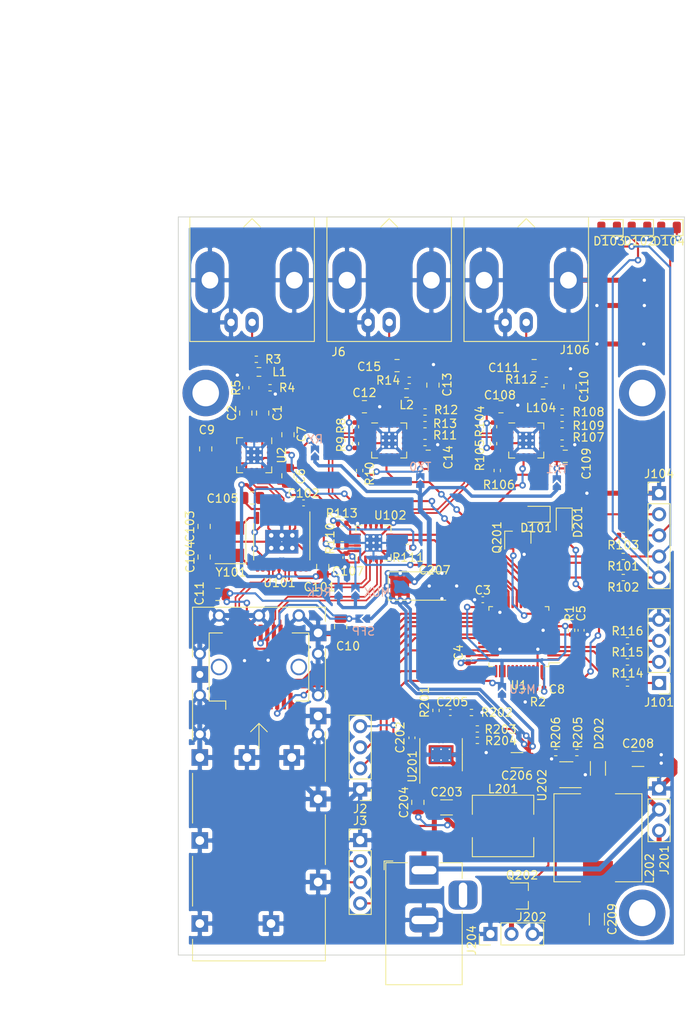
<source format=kicad_pcb>
(kicad_pcb (version 20171130) (host pcbnew "(5.1.7-0-10_14)")
  (layers (0 F.Cu signal) (31 B.Cu signal hide) (34 B.Paste user hide) (35 F.Paste user hide) (36 B.SilkS user) (37 F.SilkS user) (38 B.Mask user hide) (39 F.Mask user hide) (44 Edge.Cuts user))
  (net 0 "")
  (net 1 "Net-(U1-Pad1)")
  (net 2 "Net-(U1-Pad5)")
  (net 3 "Net-(U1-Pad6)")
  (net 4 GND)
  (net 5 +3V3)
  (net 6 /IN_CD)
  (net 7 /SFP_RXLOS)
  (net 8 /SFP_MABS)
  (net 9 /SFP_TXFAULT)
  (net 10 /SFP_TXDIS)
  (net 11 "Net-(U1-Pad29)")
  (net 12 /TX)
  (net 13 /RX)
  (net 14 "Net-(U1-Pad32)")
  (net 15 "Net-(U1-Pad33)")
  (net 16 /JTMS)
  (net 17 /JTCK)
  (net 18 "Net-(U1-Pad38)")
  (net 19 /OUT_EN)
  (net 20 /OUT_FAULT)
  (net 21 /SCL)
  (net 22 /SDA)
  (net 23 "Net-(C1-Pad2)")
  (net 24 "Net-(C1-Pad1)")
  (net 25 "Net-(C2-Pad2)")
  (net 26 "Net-(C2-Pad1)")
  (net 27 "Net-(C9-Pad2)")
  (net 28 "Net-(C9-Pad1)")
  (net 29 "Net-(C12-Pad1)")
  (net 30 "Net-(C15-Pad2)")
  (net 31 "Net-(C15-Pad1)")
  (net 32 "Net-(J1-Pad1)")
  (net 33 /RD+)
  (net 34 /RD-)
  (net 35 "Net-(R10-Pad1)")
  (net 36 "Net-(R11-Pad1)")
  (net 37 /TD+)
  (net 38 /TD-)
  (net 39 "Net-(U3-Pad16)")
  (net 40 "Net-(J4-Pad7)")
  (net 41 "Net-(J4-Pad9)")
  (net 42 /SDO+)
  (net 43 /SDO-)
  (net 44 /MCU_VCC)
  (net 45 /EQ_VCC)
  (net 46 /SFP_VCC)
  (net 47 /CD_VCC)
  (net 48 "Net-(U1-Pad39)")
  (net 49 "Net-(U1-Pad40)")
  (net 50 /SFPRX-)
  (net 51 /SFPRX+)
  (net 52 /RCVCC)
  (net 53 /MUX_VCC)
  (net 54 /LOCKED)
  (net 55 "Net-(R102-Pad2)")
  (net 56 "Net-(R101-Pad2)")
  (net 57 "Net-(R103-Pad2)")
  (net 58 "Net-(D101-Pad2)")
  (net 59 /FET)
  (net 60 /IN+)
  (net 61 /IN-)
  (net 62 "Net-(C102-Pad2)")
  (net 63 "Net-(C102-Pad1)")
  (net 64 "Net-(C103-Pad1)")
  (net 65 "Net-(C104-Pad1)")
  (net 66 /BTN)
  (net 67 /LEDF)
  (net 68 /LEDC)
  (net 69 /PWRLED)
  (net 70 "Net-(U101-Pad19)")
  (net 71 /TD2+)
  (net 72 /TD2-)
  (net 73 "Net-(C108-Pad1)")
  (net 74 /CD2_VCC)
  (net 75 "Net-(C111-Pad2)")
  (net 76 "Net-(C111-Pad1)")
  (net 77 /SDO2+)
  (net 78 /RD2+)
  (net 79 /RD2-)
  (net 80 "Net-(R106-Pad1)")
  (net 81 "Net-(R107-Pad1)")
  (net 82 /SDO2-)
  (net 83 "Net-(R110-Pad2)")
  (net 84 "Net-(R111-Pad2)")
  (net 85 "Net-(R113-Pad2)")
  (net 86 /OUT_SEL1)
  (net 87 /OUT_SEL0)
  (net 88 /OUT2_EN)
  (net 89 "Net-(U3-Pad13)")
  (net 90 "Net-(U3-Pad8)")
  (net 91 "Net-(U3-Pad7)")
  (net 92 "Net-(U3-Pad5)")
  (net 93 "Net-(U103-Pad16)")
  (net 94 "Net-(U103-Pad13)")
  (net 95 "Net-(U103-Pad8)")
  (net 96 "Net-(U103-Pad7)")
  (net 97 "Net-(U103-Pad5)")
  (net 98 "Net-(J4-Pad4)")
  (net 99 "Net-(J4-Pad5)")
  (net 100 "Net-(U1-Pad46)")
  (net 101 "Net-(U1-Pad45)")
  (net 102 "Net-(J7-Pad1)")
  (net 103 "Net-(J8-Pad1)")
  (net 104 "Net-(J10-Pad1)")
  (net 105 "Net-(C202-Pad1)")
  (net 106 "Net-(C204-Pad2)")
  (net 107 "Net-(C204-Pad1)")
  (net 108 "Net-(C205-Pad2)")
  (net 109 "Net-(C205-Pad1)")
  (net 110 /Power/GATE)
  (net 111 /Power/VBAT)
  (net 112 "Net-(R201-Pad1)")
  (net 113 "Net-(R203-Pad1)")
  (net 114 +5V)
  (net 115 /Power/VBATSW)
  (net 116 "Net-(D202-Pad2)")
  (net 117 "Net-(R205-Pad2)")
  (net 118 /RST)
  (net 119 /BOOT0)
  (net 120 "Net-(U1-Pad11)")
  (net 121 "Net-(U1-Pad10)")
  (net 122 /LED1)
  (net 123 /BTN2)
  (net 124 /BTN1)
  (net 125 "Net-(J101-Pad3)")
  (net 126 "Net-(J101-Pad2)")
  (net 127 "Net-(J101-Pad1)")
  (module Connector_BarrelJack:BarrelJack_Horizontal (layer F.Cu) (at 80.899 129.4765 90)
    (fp_text reference J204 (at -8.45 5.75 90) (layer F.SilkS))
    (fp_text value Barrel_Jack)
    (pad 3 thru_hole roundrect (at -3 4.7 90) (size 3.5 3.5) (drill oval 3 1) (layers *.Cu *.Mask))
    (pad 2 thru_hole roundrect (at -6 0 90) (size 3 3.5) (drill oval 1 3) (layers *.Cu *.Mask) (net 4 GND))
    (pad 1 thru_hole rect (at 0 0 90) (size 3.5 3.5) (drill oval 1 3) (layers *.Cu *.Mask) (net 114 +5V))
  )
  (module Inductor_SMD:L_10.4x10.4_H4.8 (layer F.Cu) (at 101.854 125.578 270)
    (fp_text reference L202 (at 3.708 -6.223 90) (layer F.SilkS))
    (fp_text value 22uH)
    (pad 2 smd rect (at 4.15 0 270) (size 2.7 3.6) (layers F.Cu F.Paste F.Mask) (net 115 /Power/VBATSW))
    (pad 1 smd rect (at -4.15 0 270) (size 2.7 3.6) (layers F.Cu F.Paste F.Mask) (net 116 "Net-(D202-Pad2)"))
  )
  (module Package_SO:HTSSOP-20-1EP_4.4x6.5mm_P0.65mm_EP2.85x4mm (layer F.Cu) (at 63.77 89.916 270)
    (fp_text reference U101 (at 4.953 0.27) (layer F.SilkS))
    (fp_text value LMH0346)
    (pad DAP thru_hole rect (at 0 0 270) (size 2.85 4) (drill 0.127) (layers *.Cu F.Mask) (net 4 GND))
    (pad 20 smd roundrect (at 2.8625 -2.925 270) (size 1.475 0.4) (layers F.Cu F.Paste F.Mask) (net 4 GND))
    (pad 19 smd roundrect (at 2.8625 -2.275 270) (size 1.475 0.4) (layers F.Cu F.Paste F.Mask) (net 70 "Net-(U101-Pad19)"))
    (pad 18 smd roundrect (at 2.8625 -1.625 270) (size 1.475 0.4) (layers F.Cu F.Paste F.Mask) (net 52 /RCVCC))
    (pad 17 smd roundrect (at 2.8625 -0.975 270) (size 1.475 0.4) (layers F.Cu F.Paste F.Mask) (net 71 /TD2+))
    (pad 16 smd roundrect (at 2.8625 -0.325 270) (size 1.475 0.4) (layers F.Cu F.Paste F.Mask) (net 72 /TD2-))
    (pad 15 smd roundrect (at 2.8625 0.325 270) (size 1.475 0.4) (layers F.Cu F.Paste F.Mask) (net 52 /RCVCC))
    (pad 14 smd roundrect (at 2.8625 0.975 270) (size 1.475 0.4) (layers F.Cu F.Paste F.Mask) (net 37 /TD+))
    (pad 13 smd roundrect (at 2.8625 1.625 270) (size 1.475 0.4) (layers F.Cu F.Paste F.Mask) (net 38 /TD-))
    (pad 12 smd roundrect (at 2.8625 2.275 270) (size 1.475 0.4) (layers F.Cu F.Paste F.Mask) (net 54 /LOCKED))
    (pad 11 smd roundrect (at 2.8625 2.925 270) (size 1.475 0.4) (layers F.Cu F.Paste F.Mask) (net 65 "Net-(C104-Pad1)"))
    (pad 10 smd roundrect (at -2.8625 2.925 270) (size 1.475 0.4) (layers F.Cu F.Paste F.Mask) (net 64 "Net-(C103-Pad1)"))
    (pad 9 smd roundrect (at -2.8625 2.275 270) (size 1.475 0.4) (layers F.Cu F.Paste F.Mask) (net 54 /LOCKED))
    (pad 8 smd roundrect (at -2.8625 1.625 270) (size 1.475 0.4) (layers F.Cu F.Paste F.Mask) (net 4 GND))
    (pad 7 smd roundrect (at -2.8625 0.975 270) (size 1.475 0.4) (layers F.Cu F.Paste F.Mask) (net 52 /RCVCC))
    (pad 6 smd roundrect (at -2.8625 0.325 270) (size 1.475 0.4) (layers F.Cu F.Paste F.Mask) (net 61 /IN-))
    (pad 5 smd roundrect (at -2.8625 -0.325 270) (size 1.475 0.4) (layers F.Cu F.Paste F.Mask) (net 60 /IN+))
    (pad 4 smd roundrect (at -2.8625 -0.975 270) (size 1.475 0.4) (layers F.Cu F.Paste F.Mask) (net 4 GND))
    (pad 3 smd roundrect (at -2.8625 -1.625 270) (size 1.475 0.4) (layers F.Cu F.Paste F.Mask) (net 4 GND))
    (pad 2 smd roundrect (at -2.8625 -2.275 270) (size 1.475 0.4) (layers F.Cu F.Paste F.Mask) (net 63 "Net-(C102-Pad1)"))
    (pad 1 smd roundrect (at -2.8625 -2.925 270) (size 1.475 0.4) (layers F.Cu F.Paste F.Mask) (net 62 "Net-(C102-Pad2)"))
    (pad DAP thru_hole circle (at -0.762 -1.27 270) (size 1.27 1.27) (drill 0.54) (layers *.Cu F.Mask) (net 4 GND))
    (pad DAP thru_hole circle (at 0.762 0 270) (size 1.27 1.27) (drill 0.54) (layers *.Cu F.Mask) (net 4 GND))
    (pad DAP thru_hole circle (at -0.762 1.27 270) (size 1.27 1.27) (drill 0.54) (layers *.Cu F.Mask) (net 4 GND))
    (pad DAP thru_hole circle (at 0.762 -1.27 270) (size 1.27 1.27) (drill 0.54) (layers *.Cu F.Mask) (net 4 GND))
    (pad DAP thru_hole circle (at 0.762 1.27 270) (size 1.27 1.27) (drill 0.54) (layers *.Cu F.Mask) (net 4 GND))
    (pad DAP thru_hole circle (at -0.762 0 270) (size 1.27 1.27) (drill 0.54) (layers *.Cu F.Mask) (net 4 GND))
  )
  (module Capacitor_SMD:C_0402_1005Metric (layer F.Cu) (at 94.869 107.569 180)
    (fp_text reference C8 (at -2.032 -0.127) (layer F.SilkS))
    (fp_text value 0.1uF)
    (pad 2 smd roundrect (at 0.48 0 180) (size 0.56 0.62) (layers F.Cu F.Paste F.Mask) (net 4 GND))
    (pad 1 smd roundrect (at -0.48 0 180) (size 0.56 0.62) (layers F.Cu F.Paste F.Mask) (net 44 /MCU_VCC))
  )
  (module Capacitor_SMD:C_0402_1005Metric (layer F.Cu) (at 99.822 100.584 270)
    (fp_text reference C5 (at -2.032 0 90) (layer F.SilkS))
    (fp_text value 0.1uF)
    (pad 2 smd roundrect (at 0.48 0 270) (size 0.56 0.62) (layers F.Cu F.Paste F.Mask) (net 4 GND))
    (pad 1 smd roundrect (at -0.48 0 270) (size 0.56 0.62) (layers F.Cu F.Paste F.Mask) (net 44 /MCU_VCC))
  )
  (module Capacitor_SMD:C_0402_1005Metric (layer F.Cu) (at 86.233 104.041 90)
    (fp_text reference C4 (at 0.79 -1.16 270) (layer F.SilkS))
    (fp_text value 0.1uF)
    (pad 2 smd roundrect (at 0.48 0 90) (size 0.56 0.62) (layers F.Cu F.Paste F.Mask) (net 4 GND))
    (pad 1 smd roundrect (at -0.48 0 90) (size 0.56 0.62) (layers F.Cu F.Paste F.Mask) (net 44 /MCU_VCC))
  )
  (module Capacitor_SMD:C_0402_1005Metric (layer F.Cu) (at 87.983 96.901 180)
    (fp_text reference C3 (at 0 1.143) (layer F.SilkS))
    (fp_text value 0.1uF)
    (pad 2 smd roundrect (at 0.48 0 180) (size 0.56 0.62) (layers F.Cu F.Paste F.Mask) (net 4 GND))
    (pad 1 smd roundrect (at -0.48 0 180) (size 0.56 0.62) (layers F.Cu F.Paste F.Mask) (net 44 /MCU_VCC))
  )
  (module Package_DFN_QFN:QFN-16-1EP_4x4mm_P0.65mm_EP2.1x2.1mm_ThermalVias (layer F.Cu) (at 74.818 90.058 90)
    (fp_text reference U102 (at 3.317 2.017 180) (layer F.SilkS))
    (fp_text value ds25cp102)
    (pad DAP smd rect (at 0 0 90) (size 2.1 2.1) (layers B.Cu) (net 4 GND))
    (pad DAP thru_hole circle (at 0.75 0.75 90) (size 0.6 0.6) (drill 0.3) (layers *.Cu) (net 4 GND))
    (pad DAP thru_hole circle (at 0 0.75 90) (size 0.6 0.6) (drill 0.3) (layers *.Cu) (net 4 GND))
    (pad DAP thru_hole circle (at -0.75 0.75 90) (size 0.6 0.6) (drill 0.3) (layers *.Cu) (net 4 GND))
    (pad DAP thru_hole circle (at 0.75 0 90) (size 0.6 0.6) (drill 0.3) (layers *.Cu) (net 4 GND))
    (pad DAP thru_hole circle (at 0 0 90) (size 0.6 0.6) (drill 0.3) (layers *.Cu) (net 4 GND))
    (pad DAP thru_hole circle (at -0.75 0 90) (size 0.6 0.6) (drill 0.3) (layers *.Cu) (net 4 GND))
    (pad DAP thru_hole circle (at 0.75 -0.75 90) (size 0.6 0.6) (drill 0.3) (layers *.Cu) (net 4 GND))
    (pad DAP thru_hole circle (at 0 -0.75 90) (size 0.6 0.6) (drill 0.3) (layers *.Cu) (net 4 GND))
    (pad DAP thru_hole circle (at -0.75 -0.75 90) (size 0.6 0.6) (drill 0.3) (layers *.Cu) (net 4 GND))
    (pad DAP smd rect (at 0 0 90) (size 2.1 2.1) (layers F.Cu F.Mask) (net 4 GND))
    (pad 16 smd roundrect (at -0.975 -1.95 90) (size 0.3 0.85) (layers F.Cu F.Paste F.Mask) (net 53 /MUX_VCC))
    (pad 15 smd roundrect (at -0.325 -1.95 90) (size 0.3 0.85) (layers F.Cu F.Paste F.Mask) (net 83 "Net-(R110-Pad2)"))
    (pad 14 smd roundrect (at 0.325 -1.95 90) (size 0.3 0.85) (layers F.Cu F.Paste F.Mask) (net 53 /MUX_VCC))
    (pad 13 smd roundrect (at 0.975 -1.95 90) (size 0.3 0.85) (layers F.Cu F.Paste F.Mask) (net 85 "Net-(R113-Pad2)"))
    (pad 12 smd roundrect (at 1.95 -0.975 90) (size 0.85 0.3) (layers F.Cu F.Paste F.Mask) (net 33 /RD+))
    (pad 11 smd roundrect (at 1.95 -0.325 90) (size 0.85 0.3) (layers F.Cu F.Paste F.Mask) (net 34 /RD-))
    (pad 10 smd roundrect (at 1.95 0.325 90) (size 0.85 0.3) (layers F.Cu F.Paste F.Mask) (net 78 /RD2+))
    (pad 9 smd roundrect (at 1.95 0.975 90) (size 0.85 0.3) (layers F.Cu F.Paste F.Mask) (net 79 /RD2-))
    (pad 8 smd roundrect (at 0.975 1.95 90) (size 0.3 0.85) (layers F.Cu F.Paste F.Mask) (net 86 /OUT_SEL1))
    (pad 7 smd roundrect (at 0.325 1.95 90) (size 0.3 0.85) (layers F.Cu F.Paste F.Mask) (net 87 /OUT_SEL0))
    (pad 6 smd roundrect (at -0.325 1.95 90) (size 0.3 0.85) (layers F.Cu F.Paste F.Mask) (net 84 "Net-(R111-Pad2)"))
    (pad 5 smd roundrect (at -0.975 1.95 90) (size 0.3 0.85) (layers F.Cu F.Paste F.Mask) (net 4 GND))
    (pad 4 smd roundrect (at -1.95 0.975 90) (size 0.85 0.3) (layers F.Cu F.Paste F.Mask) (net 50 /SFPRX-))
    (pad 3 smd roundrect (at -1.95 0.325 90) (size 0.85 0.3) (layers F.Cu F.Paste F.Mask) (net 51 /SFPRX+))
    (pad 2 smd roundrect (at -1.95 -0.325 90) (size 0.85 0.3) (layers F.Cu F.Paste F.Mask) (net 72 /TD2-))
    (pad 1 smd roundrect (at -1.95 -0.975 90) (size 0.85 0.3) (layers F.Cu F.Paste F.Mask) (net 71 /TD2+))
  )
  (module Resistor_SMD:R_0402_1005Metric (layer F.Cu) (at 105.41 101.854)
    (fp_text reference R116 (at 0 -1.17) (layer F.SilkS))
    (fp_text value 1k)
    (pad 2 smd roundrect (at 0.51 0) (size 0.54 0.64) (layers F.Cu F.Paste F.Mask) (net 125 "Net-(J101-Pad3)"))
    (pad 1 smd roundrect (at -0.51 0) (size 0.54 0.64) (layers F.Cu F.Paste F.Mask) (net 122 /LED1))
  )
  (module Resistor_SMD:R_0402_1005Metric (layer F.Cu) (at 105.41 104.394)
    (fp_text reference R115 (at 0 -1.17) (layer F.SilkS))
    (fp_text value 1k)
    (pad 2 smd roundrect (at 0.51 0) (size 0.54 0.64) (layers F.Cu F.Paste F.Mask) (net 126 "Net-(J101-Pad2)"))
    (pad 1 smd roundrect (at -0.51 0) (size 0.54 0.64) (layers F.Cu F.Paste F.Mask) (net 123 /BTN2))
  )
  (module Resistor_SMD:R_0402_1005Metric (layer F.Cu) (at 105.41 106.934)
    (fp_text reference R114 (at 0 -1.17) (layer F.SilkS))
    (fp_text value 1k)
    (pad 2 smd roundrect (at 0.51 0) (size 0.54 0.64) (layers F.Cu F.Paste F.Mask) (net 127 "Net-(J101-Pad1)"))
    (pad 1 smd roundrect (at -0.51 0) (size 0.54 0.64) (layers F.Cu F.Paste F.Mask) (net 124 /BTN1))
  )
  (module Connector_PinHeader_2.54mm:PinHeader_1x04_P2.54mm_Vertical (layer F.Cu) (at 109.22 106.934 180)
    (fp_text reference J101 (at 0 -2.33) (layer F.SilkS))
    (fp_text value Conn_01x04_Male)
    (pad 4 thru_hole oval (at 0 7.62 180) (size 1.7 1.7) (drill 1) (layers *.Cu *.Mask) (net 4 GND))
    (pad 3 thru_hole oval (at 0 5.08 180) (size 1.7 1.7) (drill 1) (layers *.Cu *.Mask) (net 125 "Net-(J101-Pad3)"))
    (pad 2 thru_hole oval (at 0 2.54 180) (size 1.7 1.7) (drill 1) (layers *.Cu *.Mask) (net 126 "Net-(J101-Pad2)"))
    (pad 1 thru_hole rect (at 0 0 180) (size 1.7 1.7) (drill 1) (layers *.Cu *.Mask) (net 127 "Net-(J101-Pad1)"))
  )
  (module Capacitor_SMD:C_1206_3216Metric (layer F.Cu) (at 83.6168 121.92)
    (fp_text reference C203 (at 0 -1.85) (layer F.SilkS))
    (fp_text value C_Small)
    (pad 2 smd roundrect (at 1.475 0) (size 1.15 1.8) (layers F.Cu F.Paste F.Mask) (roundrect_rratio 0.2173904347826087) (net 4 GND))
    (pad 1 smd roundrect (at -1.475 0) (size 1.15 1.8) (layers F.Cu F.Paste F.Mask) (roundrect_rratio 0.2173904347826087) (net 114 +5V))
  )
  (module Capacitor_SMD:C_1206_3216Metric (layer F.Cu) (at 92.1004 116.2304 180)
    (fp_text reference C206 (at 0 -1.85) (layer F.SilkS))
    (fp_text value 22uF)
    (pad 2 smd roundrect (at 1.475 0 180) (size 1.15 1.8) (layers F.Cu F.Paste F.Mask) (roundrect_rratio 0.2173904347826087) (net 4 GND))
    (pad 1 smd roundrect (at -1.475 0 180) (size 1.15 1.8) (layers F.Cu F.Paste F.Mask) (roundrect_rratio 0.2173904347826087) (net 5 +3V3))
  )
  (module Capacitor_SMD:C_0402_1005Metric (layer F.Cu) (at 66.3956 85.2424)
    (fp_text reference C102 (at 0 -1.16) (layer F.SilkS))
    (fp_text value 50nF)
    (pad 2 smd roundrect (at 0.48 0) (size 0.56 0.62) (layers F.Cu F.Paste F.Mask) (net 62 "Net-(C102-Pad2)"))
    (pad 1 smd roundrect (at -0.48 0) (size 0.56 0.62) (layers F.Cu F.Paste F.Mask) (net 63 "Net-(C102-Pad1)"))
  )
  (module Capacitor_SMD:C_0402_1005Metric (layer F.Cu) (at 71.501 91.821 90)
    (fp_text reference C107 (at -1.651 0.254 180) (layer F.SilkS))
    (fp_text value C_Small)
    (pad 2 smd roundrect (at 0.48 0 90) (size 0.56 0.62) (layers F.Cu F.Paste F.Mask) (net 53 /MUX_VCC))
    (pad 1 smd roundrect (at -0.48 0 90) (size 0.56 0.62) (layers F.Cu F.Paste F.Mask) (net 4 GND))
  )
  (module hardware:jumper (layer B.Cu) (at 72.644 96.5835 180)
    (fp_text reference L102 hide)
    (fp_text value MUX (at -2.5908 0.5715) (layer B.SilkS) (effects (justify mirror)))
    (pad 2 smd custom (at 0 1.524 270) (size 0.25 0.25) (layers B.Cu B.Paste B.Mask) (net 53 /MUX_VCC) (options (clearance outline) (anchor circle)) (primitives (gr_poly (pts (xy 0 0.5) (xy 1 0.5) (xy 0.5 0) (xy 1 -0.5) (xy 0 -0.5)) (width 0))))
    (pad 1 smd custom (at 0 -0.254 90) (size 0.25 0.25) (layers B.Cu B.Paste B.Mask) (net 5 +3V3) (options (clearance outline) (anchor circle)) (primitives (gr_poly (pts (xy 0 0.5) (xy 0.5 0.5) (xy 1 0) (xy 0.5 -0.5) (xy 0 -0.5)) (width 0))))
  )
  (module Package_TO_SOT_SMD:SOT-23-6 (layer F.Cu) (at 98.044 117.983 180)
    (fp_text reference U202 (at 2.921 -1.27 90) (layer F.SilkS))
    (fp_text value mt3608)
    (pad 6 smd roundrect (at 1.1375 -0.95 180) (size 1.325 0.6) (layers F.Cu F.Paste F.Mask))
    (pad 5 smd roundrect (at 1.1375 0 180) (size 1.325 0.6) (layers F.Cu F.Paste F.Mask) (net 115 /Power/VBATSW))
    (pad 4 smd roundrect (at 1.1375 0.95 180) (size 1.325 0.6) (layers F.Cu F.Paste F.Mask) (net 115 /Power/VBATSW))
    (pad 3 smd roundrect (at -1.1375 0.95 180) (size 1.325 0.6) (layers F.Cu F.Paste F.Mask) (net 117 "Net-(R205-Pad2)"))
    (pad 2 smd roundrect (at -1.1375 0 180) (size 1.325 0.6) (layers F.Cu F.Paste F.Mask) (net 4 GND))
    (pad 1 smd roundrect (at -1.1375 -0.95 180) (size 1.325 0.6) (layers F.Cu F.Paste F.Mask) (net 116 "Net-(D202-Pad2)"))
  )
  (module Resistor_SMD:R_0402_1005Metric (layer F.Cu) (at 96.774 115.316 180)
    (fp_text reference R206 (at 0 2.413 90) (layer F.SilkS))
    (fp_text value R)
    (pad 2 smd roundrect (at 0.51 0 180) (size 0.54 0.64) (layers F.Cu F.Paste F.Mask) (net 4 GND))
    (pad 1 smd roundrect (at -0.51 0 180) (size 0.54 0.64) (layers F.Cu F.Paste F.Mask) (net 117 "Net-(R205-Pad2)"))
  )
  (module Resistor_SMD:R_0402_1005Metric (layer F.Cu) (at 99.312 115.316 180)
    (fp_text reference R205 (at -0.129 2.413 90) (layer F.SilkS))
    (fp_text value R)
    (pad 2 smd roundrect (at 0.51 0 180) (size 0.54 0.64) (layers F.Cu F.Paste F.Mask) (net 117 "Net-(R205-Pad2)"))
    (pad 1 smd roundrect (at -0.51 0 180) (size 0.54 0.64) (layers F.Cu F.Paste F.Mask) (net 114 +5V))
  )
  (module Inductor_SMD:L_1206_3216Metric (layer F.Cu) (at 101.854 117.221 270)
    (fp_text reference D202 (at -4.191 -0.127 90) (layer F.SilkS))
    (fp_text value D)
    (pad 2 smd roundrect (at 1.575 0 270) (size 1.05 1.9) (layers F.Cu F.Paste F.Mask) (roundrect_rratio 0.2380942857142857) (net 116 "Net-(D202-Pad2)"))
    (pad 1 smd roundrect (at -1.575 0 270) (size 1.05 1.9) (layers F.Cu F.Paste F.Mask) (roundrect_rratio 0.2380942857142857) (net 114 +5V))
  )
  (module Capacitor_SMD:C_1206_3216Metric (layer F.Cu) (at 101.727 135.382 270)
    (fp_text reference C209 (at 0 -1.85 90) (layer F.SilkS))
    (fp_text value 22uF)
    (pad 2 smd roundrect (at 1.475 0 270) (size 1.15 1.8) (layers F.Cu F.Paste F.Mask) (roundrect_rratio 0.2173904347826087) (net 4 GND))
    (pad 1 smd roundrect (at -1.475 0 270) (size 1.15 1.8) (layers F.Cu F.Paste F.Mask) (roundrect_rratio 0.2173904347826087) (net 115 /Power/VBATSW))
  )
  (module Capacitor_SMD:C_1206_3216Metric (layer F.Cu) (at 106.68 116.078)
    (fp_text reference C208 (at 0 -1.85) (layer F.SilkS))
    (fp_text value 22uF)
    (pad 2 smd roundrect (at 1.475 0) (size 1.15 1.8) (layers F.Cu F.Paste F.Mask) (roundrect_rratio 0.2173904347826087) (net 4 GND))
    (pad 1 smd roundrect (at -1.475 0) (size 1.15 1.8) (layers F.Cu F.Paste F.Mask) (roundrect_rratio 0.2173904347826087) (net 114 +5V))
  )
  (module MountingHole:MountingHole_3.2mm_M3_DIN965_Pad (layer F.Cu) (at 54.61 72.009)
    (fp_text reference J7 hide)
    (fp_text value mounting_hole hide)
    (pad 1 thru_hole circle (at 0 0) (size 5.6 5.6) (drill 3.2) (layers *.Cu *.Mask) (net 102 "Net-(J7-Pad1)"))
  )
  (module hardware:jumper (layer B.Cu) (at 96.901 83.439 180)
    (fp_text reference L103 hide)
    (fp_text value TX1 (at 0 2.286) (layer B.SilkS) (effects (justify mirror)))
    (pad 2 smd custom (at 0 1.524 270) (size 0.25 0.25) (layers B.Cu B.Paste B.Mask) (net 74 /CD2_VCC) (options (clearance outline) (anchor circle)) (primitives (gr_poly (pts (xy 0 0.5) (xy 1 0.5) (xy 0.5 0) (xy 1 -0.5) (xy 0 -0.5)) (width 0))))
    (pad 1 smd custom (at 0 -0.254 90) (size 0.25 0.25) (layers B.Cu B.Paste B.Mask) (net 5 +3V3) (options (clearance outline) (anchor circle)) (primitives (gr_poly (pts (xy 0 0.5) (xy 0.5 0.5) (xy 1 0) (xy 0.5 -0.5) (xy 0 -0.5)) (width 0))))
  )
  (module Connector_Coaxial:BNC_Amphenol_B6252HB-NPP3G-50_Horizontal (layer F.Cu) (at 60.198 63.5)
    (fp_text reference J1 hide)
    (fp_text value IN1)
    (pad 2 thru_hole oval (at -2.54 0) (size 1.6 2.5) (drill 0.89) (layers *.Cu *.Mask) (net 4 GND))
    (pad 1 thru_hole oval (at 0 0) (size 1.6 2.5) (drill 0.89) (layers *.Cu *.Mask) (net 32 "Net-(J1-Pad1)"))
    (pad 2 thru_hole oval (at 5.08 -5.08) (size 3.5 7) (drill 2.01) (layers *.Cu *.Mask) (net 4 GND))
    (pad 2 thru_hole oval (at -5.08 -5.08) (size 3.5 7) (drill 2.01) (layers *.Cu *.Mask) (net 4 GND))
  )
  (module Resistor_SMD:R_0402_1005Metric (layer F.Cu) (at 95.631 70.485)
    (fp_text reference R112 (at -3.048 -0.127) (layer F.SilkS))
    (fp_text value 75)
    (pad 2 smd roundrect (at 0.51 0) (size 0.54 0.64) (layers F.Cu F.Paste F.Mask) (net 77 /SDO2+))
    (pad 1 smd roundrect (at -0.51 0) (size 0.54 0.64) (layers F.Cu F.Paste F.Mask) (net 76 "Net-(C111-Pad1)"))
  )
  (module Resistor_SMD:R_0402_1005Metric (layer F.Cu) (at 97.536 75.819 180)
    (fp_text reference R109 (at -3.175 -0.127) (layer F.SilkS))
    (fp_text value 75)
    (pad 2 smd roundrect (at 0.51 0 180) (size 0.54 0.64) (layers F.Cu F.Paste F.Mask) (net 82 /SDO2-))
    (pad 1 smd roundrect (at -0.51 0 180) (size 0.54 0.64) (layers F.Cu F.Paste F.Mask) (net 74 /CD2_VCC))
  )
  (module Resistor_SMD:R_0402_1005Metric (layer F.Cu) (at 97.536 74.295 180)
    (fp_text reference R108 (at -3.175 0) (layer F.SilkS))
    (fp_text value 75)
    (pad 2 smd roundrect (at 0.51 0 180) (size 0.54 0.64) (layers F.Cu F.Paste F.Mask) (net 77 /SDO2+))
    (pad 1 smd roundrect (at -0.51 0 180) (size 0.54 0.64) (layers F.Cu F.Paste F.Mask) (net 74 /CD2_VCC))
  )
  (module Resistor_SMD:R_0402_1005Metric (layer F.Cu) (at 89.7255 81.3435 270)
    (fp_text reference R106 (at 1.7145 -0.1905 180) (layer F.SilkS))
    (fp_text value 750)
    (pad 2 smd roundrect (at 0.51 0 270) (size 0.54 0.64) (layers F.Cu F.Paste F.Mask) (net 74 /CD2_VCC))
    (pad 1 smd roundrect (at -0.51 0 270) (size 0.54 0.64) (layers F.Cu F.Paste F.Mask) (net 80 "Net-(R106-Pad1)"))
  )
  (module Resistor_SMD:R_0402_1005Metric (layer F.Cu) (at 104.9 89.154 180)
    (fp_text reference R103 (at 0 -1.17) (layer F.SilkS))
    (fp_text value 1k)
    (pad 2 smd roundrect (at 0.51 0 180) (size 0.54 0.64) (layers F.Cu F.Paste F.Mask) (net 57 "Net-(R103-Pad2)"))
    (pad 1 smd roundrect (at -0.51 0 180) (size 0.54 0.64) (layers F.Cu F.Paste F.Mask) (net 69 /PWRLED))
  )
  (module Resistor_SMD:R_0402_1005Metric (layer F.Cu) (at 104.902 94.234 180)
    (fp_text reference R102 (at 0 -1.17) (layer F.SilkS))
    (fp_text value 1k)
    (pad 2 smd roundrect (at 0.51 0 180) (size 0.54 0.64) (layers F.Cu F.Paste F.Mask) (net 55 "Net-(R102-Pad2)"))
    (pad 1 smd roundrect (at -0.51 0 180) (size 0.54 0.64) (layers F.Cu F.Paste F.Mask) (net 67 /LEDF))
  )
  (module Resistor_SMD:R_0402_1005Metric (layer F.Cu) (at 104.902 91.694 180)
    (fp_text reference R101 (at 0 -1.17) (layer F.SilkS))
    (fp_text value 1k)
    (pad 2 smd roundrect (at 0.51 0 180) (size 0.54 0.64) (layers F.Cu F.Paste F.Mask) (net 56 "Net-(R101-Pad2)"))
    (pad 1 smd roundrect (at -0.51 0 180) (size 0.54 0.64) (layers F.Cu F.Paste F.Mask) (net 68 /LEDC))
  )
  (module Resistor_SMD:R_0402_1005Metric (layer F.Cu) (at 79.123 70.485)
    (fp_text reference R14 (at -2.542 0) (layer F.SilkS))
    (fp_text value 75)
    (pad 2 smd roundrect (at 0.51 0) (size 0.54 0.64) (layers F.Cu F.Paste F.Mask) (net 42 /SDO+))
    (pad 1 smd roundrect (at -0.51 0) (size 0.54 0.64) (layers F.Cu F.Paste F.Mask) (net 31 "Net-(C15-Pad1)"))
  )
  (module Resistor_SMD:R_0402_1005Metric (layer F.Cu) (at 81.024 75.819 180)
    (fp_text reference R13 (at -2.413 0.127) (layer F.SilkS))
    (fp_text value 75)
    (pad 2 smd roundrect (at 0.51 0 180) (size 0.54 0.64) (layers F.Cu F.Paste F.Mask) (net 43 /SDO-))
    (pad 1 smd roundrect (at -0.51 0 180) (size 0.54 0.64) (layers F.Cu F.Paste F.Mask) (net 47 /CD_VCC))
  )
  (module Resistor_SMD:R_0402_1005Metric (layer F.Cu) (at 81.028 74.295 180)
    (fp_text reference R12 (at -2.538 0.254) (layer F.SilkS))
    (fp_text value 75)
    (pad 2 smd roundrect (at 0.51 0 180) (size 0.54 0.64) (layers F.Cu F.Paste F.Mask) (net 42 /SDO+))
    (pad 1 smd roundrect (at -0.51 0 180) (size 0.54 0.64) (layers F.Cu F.Paste F.Mask) (net 47 /CD_VCC))
  )
  (module Resistor_SMD:R_0402_1005Metric (layer F.Cu) (at 73.152 81.3435 270)
    (fp_text reference R10 (at 0.381 -1.2065 90) (layer F.SilkS))
    (fp_text value 750)
    (pad 2 smd roundrect (at 0.51 0 270) (size 0.54 0.64) (layers F.Cu F.Paste F.Mask) (net 47 /CD_VCC))
    (pad 1 smd roundrect (at -0.51 0 270) (size 0.54 0.64) (layers F.Cu F.Paste F.Mask) (net 35 "Net-(R10-Pad1)"))
  )
  (module Resistor_SMD:R_0402_1005Metric (layer F.Cu) (at 59.436 71.374 90)
    (fp_text reference R5 (at 0 -1.17 90) (layer F.SilkS))
    (fp_text value 37.4)
    (pad 2 smd roundrect (at 0.51 0 90) (size 0.54 0.64) (layers F.Cu F.Paste F.Mask) (net 4 GND))
    (pad 1 smd roundrect (at -0.51 0 90) (size 0.54 0.64) (layers F.Cu F.Paste F.Mask) (net 25 "Net-(C2-Pad2)"))
  )
  (module Resistor_SMD:R_0402_1005Metric (layer F.Cu) (at 62.359 71.374)
    (fp_text reference R4 (at 2.0555 0) (layer F.SilkS))
    (fp_text value 75)
    (pad 2 smd roundrect (at 0.51 0) (size 0.54 0.64) (layers F.Cu F.Paste F.Mask) (net 4 GND))
    (pad 1 smd roundrect (at -0.51 0) (size 0.54 0.64) (layers F.Cu F.Paste F.Mask) (net 23 "Net-(C1-Pad2)"))
  )
  (module Resistor_SMD:R_0402_1005Metric (layer F.Cu) (at 60.708 67.945 180)
    (fp_text reference R3 (at -2.034 0) (layer F.SilkS))
    (fp_text value 75)
    (pad 2 smd roundrect (at 0.51 0 180) (size 0.54 0.64) (layers F.Cu F.Paste F.Mask) (net 32 "Net-(J1-Pad1)"))
    (pad 1 smd roundrect (at -0.51 0 180) (size 0.54 0.64) (layers F.Cu F.Paste F.Mask) (net 23 "Net-(C1-Pad2)"))
  )
  (module Resistor_SMD:R_0402_1005Metric (layer F.Cu) (at 93.091 108.079 270)
    (fp_text reference R2 (at 1.141 -1.524) (layer F.SilkS))
    (fp_text value 0)
    (pad 2 smd roundrect (at 0.51 0 270) (size 0.54 0.64) (layers F.Cu F.Paste F.Mask) (net 4 GND))
    (pad 1 smd roundrect (at -0.51 0 270) (size 0.54 0.64) (layers F.Cu F.Paste F.Mask) (net 119 /BOOT0))
  )
  (module Resistor_SMD:R_0402_1005Metric (layer F.Cu) (at 98.679 100.582 270)
    (fp_text reference R1 (at -2.03 0.254 90) (layer F.SilkS))
    (fp_text value R_Small)
    (pad 2 smd roundrect (at 0.51 0 270) (size 0.54 0.64) (layers F.Cu F.Paste F.Mask) (net 118 /RST))
    (pad 1 smd roundrect (at -0.51 0 270) (size 0.54 0.64) (layers F.Cu F.Paste F.Mask) (net 44 /MCU_VCC))
  )
  (module Resistor_SMD:R_0603_1608Metric (layer F.Cu) (at 78.803 72.009 180)
    (fp_text reference L2 (at 0 -1.43) (layer F.SilkS))
    (fp_text value 3.9nH)
    (pad 2 smd roundrect (at 0.825 0 180) (size 0.8 0.95) (layers F.Cu F.Paste F.Mask) (net 31 "Net-(C15-Pad1)"))
    (pad 1 smd roundrect (at -0.825 0 180) (size 0.8 0.95) (layers F.Cu F.Paste F.Mask) (net 42 /SDO+))
  )
  (module Resistor_SMD:R_0603_1608Metric (layer F.Cu) (at 61.024 69.469)
    (fp_text reference L1 (at 2.476 0) (layer F.SilkS))
    (fp_text value 3.9nH)
    (pad 2 smd roundrect (at 0.825 0) (size 0.8 0.95) (layers F.Cu F.Paste F.Mask) (net 23 "Net-(C1-Pad2)"))
    (pad 1 smd roundrect (at -0.825 0) (size 0.8 0.95) (layers F.Cu F.Paste F.Mask) (net 32 "Net-(J1-Pad1)"))
  )
  (module Capacitor_SMD:C_0805_2012Metric (layer F.Cu) (at 94.1705 68.707 180)
    (fp_text reference C111 (at 3.6195 -0.254) (layer F.SilkS))
    (fp_text value 4.7uF)
    (pad 2 smd roundrect (at 0.95 0 180) (size 1 1.45) (layers F.Cu F.Paste F.Mask) (net 75 "Net-(C111-Pad2)"))
    (pad 1 smd roundrect (at -0.95 0 180) (size 1 1.45) (layers F.Cu F.Paste F.Mask) (net 76 "Net-(C111-Pad1)"))
  )
  (module Capacitor_SMD:C_0805_2012Metric (layer F.Cu) (at 77.658 68.707 180)
    (fp_text reference C15 (at 3.363 -0.127) (layer F.SilkS))
    (fp_text value 4.7uF)
    (pad 2 smd roundrect (at 0.95 0 180) (size 1 1.45) (layers F.Cu F.Paste F.Mask) (net 30 "Net-(C15-Pad2)"))
    (pad 1 smd roundrect (at -0.95 0 180) (size 1 1.45) (layers F.Cu F.Paste F.Mask) (net 31 "Net-(C15-Pad1)"))
  )
  (module hardware:jumper (layer B.Cu) (at 70.612 96.5835 180)
    (fp_text reference L101 hide)
    (fp_text value RCK (at 2.3368 0.5715 180) (layer B.SilkS) (effects (justify mirror)))
    (pad 2 smd custom (at 0 1.524 270) (size 0.25 0.25) (layers B.Cu B.Paste B.Mask) (net 52 /RCVCC) (options (clearance outline) (anchor circle)) (primitives (gr_poly (pts (xy 0 0.5) (xy 1 0.5) (xy 0.5 0) (xy 1 -0.5) (xy 0 -0.5)) (width 0))))
    (pad 1 smd custom (at 0 -0.254 90) (size 0.25 0.25) (layers B.Cu B.Paste B.Mask) (net 5 +3V3) (options (clearance outline) (anchor circle)) (primitives (gr_poly (pts (xy 0 0.5) (xy 0.5 0.5) (xy 1 0) (xy 0.5 -0.5) (xy 0 -0.5)) (width 0))))
  )
  (module hardware:jumper (layer B.Cu) (at 80.4545 83.185 180)
    (fp_text reference L7 hide)
    (fp_text value TX0 (at 0 2.286) (layer B.SilkS) (effects (justify mirror)))
    (pad 2 smd custom (at 0 1.524 270) (size 0.25 0.25) (layers B.Cu B.Paste B.Mask) (net 47 /CD_VCC) (options (clearance outline) (anchor circle)) (primitives (gr_poly (pts (xy 0 0.5) (xy 1 0.5) (xy 0.5 0) (xy 1 -0.5) (xy 0 -0.5)) (width 0))))
    (pad 1 smd custom (at 0 -0.254 90) (size 0.25 0.25) (layers B.Cu B.Paste B.Mask) (net 5 +3V3) (options (clearance outline) (anchor circle)) (primitives (gr_poly (pts (xy 0 0.5) (xy 0.5 0.5) (xy 1 0) (xy 0.5 -0.5) (xy 0 -0.5)) (width 0))))
  )
  (module hardware:jumper (layer B.Cu) (at 74.168 99.187 270)
    (fp_text reference L6 hide)
    (fp_text value SFP (at 1.524 0.5715 180) (layer B.SilkS) (effects (justify mirror)))
    (pad 2 smd custom (at 0 1.524) (size 0.25 0.25) (layers B.Cu B.Paste B.Mask) (net 46 /SFP_VCC) (options (clearance outline) (anchor circle)) (primitives (gr_poly (pts (xy 0 0.5) (xy 1 0.5) (xy 0.5 0) (xy 1 -0.5) (xy 0 -0.5)) (width 0))))
    (pad 1 smd custom (at 0 -0.254 180) (size 0.25 0.25) (layers B.Cu B.Paste B.Mask) (net 5 +3V3) (options (clearance outline) (anchor circle)) (primitives (gr_poly (pts (xy 0 0.5) (xy 0.5 0.5) (xy 1 0) (xy 0.5 -0.5) (xy 0 -0.5)) (width 0))))
  )
  (module hardware:jumper (layer B.Cu) (at 67.7672 79.8576 180)
    (fp_text reference L5 hide)
    (fp_text value RX (at 0 2.286) (layer B.SilkS) (effects (justify mirror)))
    (pad 2 smd custom (at 0 1.524 270) (size 0.25 0.25) (layers B.Cu B.Paste B.Mask) (net 45 /EQ_VCC) (options (clearance outline) (anchor circle)) (primitives (gr_poly (pts (xy 0 0.5) (xy 1 0.5) (xy 0.5 0) (xy 1 -0.5) (xy 0 -0.5)) (width 0))))
    (pad 1 smd custom (at 0 -0.254 90) (size 0.25 0.25) (layers B.Cu B.Paste B.Mask) (net 5 +3V3) (options (clearance outline) (anchor circle)) (primitives (gr_poly (pts (xy 0 0.5) (xy 0.5 0.5) (xy 1 0) (xy 0.5 -0.5) (xy 0 -0.5)) (width 0))))
  )
  (module hardware:jumper (layer B.Cu) (at 90.297 108.458 180)
    (fp_text reference L4 hide)
    (fp_text value MCU (at -2.4638 0.762) (layer B.SilkS) (effects (justify mirror)))
    (pad 2 smd custom (at 0 1.524 270) (size 0.25 0.25) (layers B.Cu B.Paste B.Mask) (net 44 /MCU_VCC) (options (clearance outline) (anchor circle)) (primitives (gr_poly (pts (xy 0 0.5) (xy 1 0.5) (xy 0.5 0) (xy 1 -0.5) (xy 0 -0.5)) (width 0))))
    (pad 1 smd custom (at 0 -0.254 90) (size 0.25 0.25) (layers B.Cu B.Paste B.Mask) (net 5 +3V3) (options (clearance outline) (anchor circle)) (primitives (gr_poly (pts (xy 0 0.5) (xy 0.5 0.5) (xy 1 0) (xy 0.5 -0.5) (xy 0 -0.5)) (width 0))))
  )
  (module Package_SO:SOIC-8-1EP_3.9x4.9mm_P1.27mm_EP2.29x3mm_ThermalVias (layer F.Cu) (at 82.9564 115.57 90)
    (fp_text reference U201 (at -1.4224 -3.4544 90) (layer F.SilkS))
    (fp_text value MP2307)
    (pad 9 smd rect (at 0 0 90) (size 1.8 2.5) (layers B.Cu) (net 4 GND))
    (pad 9 thru_hole circle (at 0.65 1 90) (size 0.5 0.5) (drill 0.2) (layers *.Cu) (net 4 GND))
    (pad 9 thru_hole circle (at -0.65 1 90) (size 0.5 0.5) (drill 0.2) (layers *.Cu) (net 4 GND))
    (pad 9 thru_hole circle (at 0.65 0 90) (size 0.5 0.5) (drill 0.2) (layers *.Cu) (net 4 GND))
    (pad 9 thru_hole circle (at -0.65 0 90) (size 0.5 0.5) (drill 0.2) (layers *.Cu) (net 4 GND))
    (pad 9 thru_hole circle (at 0.65 -1 90) (size 0.5 0.5) (drill 0.2) (layers *.Cu) (net 4 GND))
    (pad 9 thru_hole circle (at -0.65 -1 90) (size 0.5 0.5) (drill 0.2) (layers *.Cu) (net 4 GND))
    (pad 9 smd rect (at 0 0 90) (size 2.29 3) (layers F.Cu F.Mask) (net 4 GND))
    (pad 8 smd roundrect (at 2.475 -1.905 90) (size 1.95 0.6) (layers F.Cu F.Paste F.Mask) (net 105 "Net-(C202-Pad1)"))
    (pad 7 smd roundrect (at 2.475 -0.635 90) (size 1.95 0.6) (layers F.Cu F.Paste F.Mask) (net 112 "Net-(R201-Pad1)"))
    (pad 6 smd roundrect (at 2.475 0.635 90) (size 1.95 0.6) (layers F.Cu F.Paste F.Mask) (net 108 "Net-(C205-Pad2)"))
    (pad 5 smd roundrect (at 2.475 1.905 90) (size 1.95 0.6) (layers F.Cu F.Paste F.Mask) (net 113 "Net-(R203-Pad1)"))
    (pad 4 smd roundrect (at -2.475 1.905 90) (size 1.95 0.6) (layers F.Cu F.Paste F.Mask) (net 4 GND))
    (pad 3 smd roundrect (at -2.475 0.635 90) (size 1.95 0.6) (layers F.Cu F.Paste F.Mask) (net 107 "Net-(C204-Pad1)"))
    (pad 2 smd roundrect (at -2.475 -0.635 90) (size 1.95 0.6) (layers F.Cu F.Paste F.Mask) (net 114 +5V))
    (pad 1 smd roundrect (at -2.475 -1.905 90) (size 1.95 0.6) (layers F.Cu F.Paste F.Mask) (net 106 "Net-(C204-Pad2)"))
  )
  (module Resistor_SMD:R_0402_1005Metric (layer F.Cu) (at 87.3252 113.8428)
    (fp_text reference R204 (at 2.8448 0.0508) (layer F.SilkS))
    (fp_text value 15k)
    (pad 2 smd roundrect (at 0.51 0) (size 0.54 0.64) (layers F.Cu F.Paste F.Mask) (net 113 "Net-(R203-Pad1)"))
    (pad 1 smd roundrect (at -0.51 0) (size 0.54 0.64) (layers F.Cu F.Paste F.Mask) (net 4 GND))
  )
  (module Resistor_SMD:R_0402_1005Metric (layer F.Cu) (at 87.3232 112.4712)
    (fp_text reference R203 (at 2.796 0.0508) (layer F.SilkS))
    (fp_text value 39k)
    (pad 2 smd roundrect (at 0.51 0) (size 0.54 0.64) (layers F.Cu F.Paste F.Mask) (net 5 +3V3))
    (pad 1 smd roundrect (at -0.51 0) (size 0.54 0.64) (layers F.Cu F.Paste F.Mask) (net 113 "Net-(R203-Pad1)"))
  )
  (module Resistor_SMD:R_0402_1005Metric (layer F.Cu) (at 86.616 110.49 180)
    (fp_text reference R202 (at -3.046 0) (layer F.SilkS))
    (fp_text value 6k8)
    (pad 2 smd roundrect (at 0.51 0 180) (size 0.54 0.64) (layers F.Cu F.Paste F.Mask) (net 109 "Net-(C205-Pad1)"))
    (pad 1 smd roundrect (at -0.51 0 180) (size 0.54 0.64) (layers F.Cu F.Paste F.Mask) (net 4 GND))
  )
  (module Resistor_SMD:R_0402_1005Metric (layer F.Cu) (at 82.3468 110.236 90)
    (fp_text reference R201 (at 1.016 -1.3716 90) (layer F.SilkS))
    (fp_text value 100k)
    (pad 2 smd roundrect (at 0.51 0 90) (size 0.54 0.64) (layers F.Cu F.Paste F.Mask) (net 114 +5V))
    (pad 1 smd roundrect (at -0.51 0 90) (size 0.54 0.64) (layers F.Cu F.Paste F.Mask) (net 112 "Net-(R201-Pad1)"))
  )
  (module Package_TO_SOT_SMD:SOT-23 (layer F.Cu) (at 92.71 132.588)
    (fp_text reference Q202 (at 0 -2.5) (layer F.SilkS))
    (fp_text value Q_PMOS_GSD)
    (pad 3 smd rect (at 1 0) (size 0.9 0.8) (layers F.Cu F.Paste F.Mask) (net 115 /Power/VBATSW))
    (pad 2 smd rect (at -1 0.95) (size 0.9 0.8) (layers F.Cu F.Paste F.Mask) (net 111 /Power/VBAT))
    (pad 1 smd rect (at -1 -0.95) (size 0.9 0.8) (layers F.Cu F.Paste F.Mask) (net 110 /Power/GATE))
  )
  (module Package_TO_SOT_SMD:SOT-23 (layer F.Cu) (at 92.202 89.408 90)
    (fp_text reference Q201 (at 0 -2.5 90) (layer F.SilkS))
    (fp_text value Q_NMOS_GSD)
    (pad 3 smd rect (at 1 0 90) (size 0.9 0.8) (layers F.Cu F.Paste F.Mask) (net 110 /Power/GATE))
    (pad 2 smd rect (at -1 0.95 90) (size 0.9 0.8) (layers F.Cu F.Paste F.Mask) (net 4 GND))
    (pad 1 smd rect (at -1 -0.95 90) (size 0.9 0.8) (layers F.Cu F.Paste F.Mask) (net 59 /FET))
  )
  (module Inductor_SMD:L_7.3x7.3_H3.5 (layer F.Cu) (at 90.424 124.1552)
    (fp_text reference L201 (at 0 -4.45) (layer F.SilkS))
    (fp_text value 10uH)
    (pad 2 smd rect (at 3.2 0) (size 1.5 2.2) (layers F.Cu F.Paste F.Mask) (net 5 +3V3))
    (pad 1 smd rect (at -3.2 0) (size 1.5 2.2) (layers F.Cu F.Paste F.Mask) (net 107 "Net-(C204-Pad1)"))
  )
  (module Connector_PinHeader_2.54mm:PinHeader_1x03_P2.54mm_Vertical (layer F.Cu) (at 88.9 137.16 90)
    (fp_text reference J202 (at 2.032 4.953 180) (layer F.SilkS))
    (fp_text value Conn_01x03)
    (pad 3 thru_hole oval (at 0 5.08 90) (size 1.7 1.7) (drill 1) (layers *.Cu *.Mask) (net 4 GND))
    (pad 2 thru_hole oval (at 0 2.54 90) (size 1.7 1.7) (drill 1) (layers *.Cu *.Mask) (net 111 /Power/VBAT))
    (pad 1 thru_hole rect (at 0 0 90) (size 1.7 1.7) (drill 1) (layers *.Cu *.Mask) (net 4 GND))
  )
  (module Connector_PinHeader_2.54mm:PinHeader_1x03_P2.54mm_Vertical (layer F.Cu) (at 109.22 119.634)
    (fp_text reference J201 (at 0.635 8.636 270) (layer F.SilkS))
    (fp_text value Conn_01x03)
    (pad 3 thru_hole oval (at 0 5.08) (size 1.7 1.7) (drill 1) (layers *.Cu *.Mask) (net 115 /Power/VBATSW))
    (pad 2 thru_hole oval (at 0 2.54) (size 1.7 1.7) (drill 1) (layers *.Cu *.Mask) (net 114 +5V))
    (pad 1 thru_hole rect (at 0 0) (size 1.7 1.7) (drill 1) (layers *.Cu *.Mask) (net 4 GND))
  )
  (module LED_SMD:LED_0805_2012Metric (layer F.Cu) (at 97.79 87.5515 270)
    (fp_text reference D201 (at 0 -1.65 90) (layer F.SilkS))
    (fp_text value D)
    (pad 2 smd roundrect (at 0.9375 0 270) (size 0.975 1.4) (layers F.Cu F.Paste F.Mask) (net 110 /Power/GATE))
    (pad 1 smd roundrect (at -0.9375 0 270) (size 0.975 1.4) (layers F.Cu F.Paste F.Mask) (net 66 /BTN))
  )
  (module Capacitor_Tantalum_SMD:CP_EIA-6032-20_AVX-F_Pad2.25x2.35mm_HandSolder (layer F.Cu) (at 80.528 95.25)
    (fp_text reference C207 (at 1.641 -1.905 180) (layer F.SilkS))
    (fp_text value 47uF)
    (pad 2 smd roundrect (at 2.55 0) (size 2.25 2.35) (layers F.Cu F.Paste F.Mask) (roundrect_rratio 0.1111106666666667) (net 4 GND))
    (pad 1 smd roundrect (at -2.55 0) (size 2.25 2.35) (layers F.Cu F.Paste F.Mask) (roundrect_rratio 0.1111106666666667) (net 5 +3V3))
  )
  (module Capacitor_SMD:C_0402_1005Metric (layer F.Cu) (at 84.074 110.49 180)
    (fp_text reference C205 (at -0.226 1.27) (layer F.SilkS))
    (fp_text value 3.9nF)
    (pad 2 smd roundrect (at 0.48 0 180) (size 0.56 0.62) (layers F.Cu F.Paste F.Mask) (net 108 "Net-(C205-Pad2)"))
    (pad 1 smd roundrect (at -0.48 0 180) (size 0.56 0.62) (layers F.Cu F.Paste F.Mask) (net 109 "Net-(C205-Pad1)"))
  )
  (module Capacitor_SMD:C_0805_2012Metric (layer F.Cu) (at 80.1624 121.3104 90)
    (fp_text reference C204 (at 0 -1.68 90) (layer F.SilkS))
    (fp_text value 10nF)
    (pad 2 smd roundrect (at 0.95 0 90) (size 1 1.45) (layers F.Cu F.Paste F.Mask) (net 106 "Net-(C204-Pad2)"))
    (pad 1 smd roundrect (at -0.95 0 90) (size 1 1.45) (layers F.Cu F.Paste F.Mask) (net 107 "Net-(C204-Pad1)"))
  )
  (module Capacitor_SMD:C_0402_1005Metric (layer F.Cu) (at 79.4512 113.538 270)
    (fp_text reference C202 (at -0.0508 1.4224 90) (layer F.SilkS))
    (fp_text value 0.1uF)
    (pad 2 smd roundrect (at 0.48 0 270) (size 0.56 0.62) (layers F.Cu F.Paste F.Mask) (net 4 GND))
    (pad 1 smd roundrect (at -0.48 0 270) (size 0.56 0.62) (layers F.Cu F.Paste F.Mask) (net 105 "Net-(C202-Pad1)"))
  )
  (module Package_QFP:LQFP-48_7x7mm_P0.5mm (layer F.Cu) (at 92.329 101.346 180)
    (fp_text reference U1 (at 0 -5.85) (layer F.SilkS))
    (fp_text value STM32F100C8Tx)
    (pad 48 smd roundrect (at -2.75 -4.1625 180) (size 0.3 1.475) (layers F.Cu F.Paste F.Mask) (net 44 /MCU_VCC))
    (pad 47 smd roundrect (at -2.25 -4.1625 180) (size 0.3 1.475) (layers F.Cu F.Paste F.Mask) (net 4 GND))
    (pad 46 smd roundrect (at -1.75 -4.1625 180) (size 0.3 1.475) (layers F.Cu F.Paste F.Mask) (net 100 "Net-(U1-Pad46)"))
    (pad 45 smd roundrect (at -1.25 -4.1625 180) (size 0.3 1.475) (layers F.Cu F.Paste F.Mask) (net 101 "Net-(U1-Pad45)"))
    (pad 44 smd roundrect (at -0.75 -4.1625 180) (size 0.3 1.475) (layers F.Cu F.Paste F.Mask) (net 119 /BOOT0))
    (pad 43 smd roundrect (at -0.25 -4.1625 180) (size 0.3 1.475) (layers F.Cu F.Paste F.Mask) (net 22 /SDA))
    (pad 42 smd roundrect (at 0.25 -4.1625 180) (size 0.3 1.475) (layers F.Cu F.Paste F.Mask) (net 21 /SCL))
    (pad 41 smd roundrect (at 0.75 -4.1625 180) (size 0.3 1.475) (layers F.Cu F.Paste F.Mask) (net 20 /OUT_FAULT))
    (pad 40 smd roundrect (at 1.25 -4.1625 180) (size 0.3 1.475) (layers F.Cu F.Paste F.Mask) (net 49 "Net-(U1-Pad40)"))
    (pad 39 smd roundrect (at 1.75 -4.1625 180) (size 0.3 1.475) (layers F.Cu F.Paste F.Mask) (net 48 "Net-(U1-Pad39)"))
    (pad 38 smd roundrect (at 2.25 -4.1625 180) (size 0.3 1.475) (layers F.Cu F.Paste F.Mask) (net 18 "Net-(U1-Pad38)"))
    (pad 37 smd roundrect (at 2.75 -4.1625 180) (size 0.3 1.475) (layers F.Cu F.Paste F.Mask) (net 17 /JTCK))
    (pad 36 smd roundrect (at 4.1625 -2.75 180) (size 1.475 0.3) (layers F.Cu F.Paste F.Mask) (net 44 /MCU_VCC))
    (pad 35 smd roundrect (at 4.1625 -2.25 180) (size 1.475 0.3) (layers F.Cu F.Paste F.Mask) (net 4 GND))
    (pad 34 smd roundrect (at 4.1625 -1.75 180) (size 1.475 0.3) (layers F.Cu F.Paste F.Mask) (net 16 /JTMS))
    (pad 33 smd roundrect (at 4.1625 -1.25 180) (size 1.475 0.3) (layers F.Cu F.Paste F.Mask) (net 15 "Net-(U1-Pad33)"))
    (pad 32 smd roundrect (at 4.1625 -0.75 180) (size 1.475 0.3) (layers F.Cu F.Paste F.Mask) (net 14 "Net-(U1-Pad32)"))
    (pad 31 smd roundrect (at 4.1625 -0.25 180) (size 1.475 0.3) (layers F.Cu F.Paste F.Mask) (net 13 /RX))
    (pad 30 smd roundrect (at 4.1625 0.25 180) (size 1.475 0.3) (layers F.Cu F.Paste F.Mask) (net 12 /TX))
    (pad 29 smd roundrect (at 4.1625 0.75 180) (size 1.475 0.3) (layers F.Cu F.Paste F.Mask) (net 11 "Net-(U1-Pad29)"))
    (pad 28 smd roundrect (at 4.1625 1.25 180) (size 1.475 0.3) (layers F.Cu F.Paste F.Mask) (net 7 /SFP_RXLOS))
    (pad 27 smd roundrect (at 4.1625 1.75 180) (size 1.475 0.3) (layers F.Cu F.Paste F.Mask) (net 8 /SFP_MABS))
    (pad 26 smd roundrect (at 4.1625 2.25 180) (size 1.475 0.3) (layers F.Cu F.Paste F.Mask) (net 10 /SFP_TXDIS))
    (pad 25 smd roundrect (at 4.1625 2.75 180) (size 1.475 0.3) (layers F.Cu F.Paste F.Mask) (net 9 /SFP_TXFAULT))
    (pad 24 smd roundrect (at 2.75 4.1625 180) (size 0.3 1.475) (layers F.Cu F.Paste F.Mask) (net 44 /MCU_VCC))
    (pad 23 smd roundrect (at 2.25 4.1625 180) (size 0.3 1.475) (layers F.Cu F.Paste F.Mask) (net 4 GND))
    (pad 22 smd roundrect (at 1.75 4.1625 180) (size 0.3 1.475) (layers F.Cu F.Paste F.Mask) (net 54 /LOCKED))
    (pad 21 smd roundrect (at 1.25 4.1625 180) (size 0.3 1.475) (layers F.Cu F.Paste F.Mask) (net 87 /OUT_SEL0))
    (pad 20 smd roundrect (at 0.75 4.1625 180) (size 0.3 1.475) (layers F.Cu F.Paste F.Mask) (net 86 /OUT_SEL1))
    (pad 19 smd roundrect (at 0.25 4.1625 180) (size 0.3 1.475) (layers F.Cu F.Paste F.Mask) (net 6 /IN_CD))
    (pad 18 smd roundrect (at -0.25 4.1625 180) (size 0.3 1.475) (layers F.Cu F.Paste F.Mask) (net 19 /OUT_EN))
    (pad 17 smd roundrect (at -0.75 4.1625 180) (size 0.3 1.475) (layers F.Cu F.Paste F.Mask) (net 88 /OUT2_EN))
    (pad 16 smd roundrect (at -1.25 4.1625 180) (size 0.3 1.475) (layers F.Cu F.Paste F.Mask) (net 58 "Net-(D101-Pad2)"))
    (pad 15 smd roundrect (at -1.75 4.1625 180) (size 0.3 1.475) (layers F.Cu F.Paste F.Mask) (net 57 "Net-(R103-Pad2)"))
    (pad 14 smd roundrect (at -2.25 4.1625 180) (size 0.3 1.475) (layers F.Cu F.Paste F.Mask) (net 56 "Net-(R101-Pad2)"))
    (pad 13 smd roundrect (at -2.75 4.1625 180) (size 0.3 1.475) (layers F.Cu F.Paste F.Mask) (net 55 "Net-(R102-Pad2)"))
    (pad 12 smd roundrect (at -4.1625 2.75 180) (size 1.475 0.3) (layers F.Cu F.Paste F.Mask) (net 59 /FET))
    (pad 11 smd roundrect (at -4.1625 2.25 180) (size 1.475 0.3) (layers F.Cu F.Paste F.Mask) (net 120 "Net-(U1-Pad11)"))
    (pad 10 smd roundrect (at -4.1625 1.75 180) (size 1.475 0.3) (layers F.Cu F.Paste F.Mask) (net 121 "Net-(U1-Pad10)"))
    (pad 9 smd roundrect (at -4.1625 1.25 180) (size 1.475 0.3) (layers F.Cu F.Paste F.Mask) (net 44 /MCU_VCC))
    (pad 8 smd roundrect (at -4.1625 0.75 180) (size 1.475 0.3) (layers F.Cu F.Paste F.Mask) (net 4 GND))
    (pad 7 smd roundrect (at -4.1625 0.25 180) (size 1.475 0.3) (layers F.Cu F.Paste F.Mask) (net 118 /RST))
    (pad 6 smd roundrect (at -4.1625 -0.25 180) (size 1.475 0.3) (layers F.Cu F.Paste F.Mask) (net 3 "Net-(U1-Pad6)"))
    (pad 5 smd roundrect (at -4.1625 -0.75 180) (size 1.475 0.3) (layers F.Cu F.Paste F.Mask) (net 2 "Net-(U1-Pad5)"))
    (pad 4 smd roundrect (at -4.1625 -1.25 180) (size 1.475 0.3) (layers F.Cu F.Paste F.Mask) (net 122 /LED1))
    (pad 3 smd roundrect (at -4.1625 -1.75 180) (size 1.475 0.3) (layers F.Cu F.Paste F.Mask) (net 123 /BTN2))
    (pad 2 smd roundrect (at -4.1625 -2.25 180) (size 1.475 0.3) (layers F.Cu F.Paste F.Mask) (net 124 /BTN1))
    (pad 1 smd roundrect (at -4.1625 -2.75 180) (size 1.475 0.3) (layers F.Cu F.Paste F.Mask) (net 1 "Net-(U1-Pad1)"))
  )
  (module Package_DFN_QFN:QFN-16-1EP_4x4mm_P0.65mm_EP2.1x2.1mm_ThermalVias (layer F.Cu) (at 93.218 77.724)
    (fp_text reference U103 hide)
    (fp_text value LMH0303)
    (pad 17 smd rect (at 0 0) (size 2.1 2.1) (layers B.Cu) (net 4 GND))
    (pad 17 thru_hole circle (at 0.75 0.75) (size 0.6 0.6) (drill 0.3) (layers *.Cu) (net 4 GND))
    (pad 17 thru_hole circle (at 0 0.75) (size 0.6 0.6) (drill 0.3) (layers *.Cu) (net 4 GND))
    (pad 17 thru_hole circle (at -0.75 0.75) (size 0.6 0.6) (drill 0.3) (layers *.Cu) (net 4 GND))
    (pad 17 thru_hole circle (at 0.75 0) (size 0.6 0.6) (drill 0.3) (layers *.Cu) (net 4 GND))
    (pad 17 thru_hole circle (at 0 0) (size 0.6 0.6) (drill 0.3) (layers *.Cu) (net 4 GND))
    (pad 17 thru_hole circle (at -0.75 0) (size 0.6 0.6) (drill 0.3) (layers *.Cu) (net 4 GND))
    (pad 17 thru_hole circle (at 0.75 -0.75) (size 0.6 0.6) (drill 0.3) (layers *.Cu) (net 4 GND))
    (pad 17 thru_hole circle (at 0 -0.75) (size 0.6 0.6) (drill 0.3) (layers *.Cu) (net 4 GND))
    (pad 17 thru_hole circle (at -0.75 -0.75) (size 0.6 0.6) (drill 0.3) (layers *.Cu) (net 4 GND))
    (pad 17 smd rect (at 0 0) (size 2.1 2.1) (layers F.Cu F.Mask) (net 4 GND))
    (pad 16 smd roundrect (at -0.975 -1.95) (size 0.3 0.85) (layers F.Cu F.Paste F.Mask) (net 93 "Net-(U103-Pad16)"))
    (pad 15 smd roundrect (at -0.325 -1.95) (size 0.3 0.85) (layers F.Cu F.Paste F.Mask))
    (pad 14 smd roundrect (at 0.325 -1.95) (size 0.3 0.85) (layers F.Cu F.Paste F.Mask))
    (pad 13 smd roundrect (at 0.975 -1.95) (size 0.3 0.85) (layers F.Cu F.Paste F.Mask) (net 94 "Net-(U103-Pad13)"))
    (pad 12 smd roundrect (at 1.95 -0.975) (size 0.85 0.3) (layers F.Cu F.Paste F.Mask) (net 77 /SDO2+))
    (pad 11 smd roundrect (at 1.95 -0.325) (size 0.85 0.3) (layers F.Cu F.Paste F.Mask) (net 82 /SDO2-))
    (pad 10 smd roundrect (at 1.95 0.325) (size 0.85 0.3) (layers F.Cu F.Paste F.Mask) (net 81 "Net-(R107-Pad1)"))
    (pad 9 smd roundrect (at 1.95 0.975) (size 0.85 0.3) (layers F.Cu F.Paste F.Mask) (net 74 /CD2_VCC))
    (pad 8 smd roundrect (at 0.975 1.95) (size 0.3 0.85) (layers F.Cu F.Paste F.Mask) (net 95 "Net-(U103-Pad8)"))
    (pad 7 smd roundrect (at 0.325 1.95) (size 0.3 0.85) (layers F.Cu F.Paste F.Mask) (net 96 "Net-(U103-Pad7)"))
    (pad 6 smd roundrect (at -0.325 1.95) (size 0.3 0.85) (layers F.Cu F.Paste F.Mask) (net 88 /OUT2_EN))
    (pad 5 smd roundrect (at -0.975 1.95) (size 0.3 0.85) (layers F.Cu F.Paste F.Mask) (net 97 "Net-(U103-Pad5)"))
    (pad 4 smd roundrect (at -1.95 0.975) (size 0.85 0.3) (layers F.Cu F.Paste F.Mask) (net 80 "Net-(R106-Pad1)"))
    (pad 3 smd roundrect (at -1.95 0.325) (size 0.85 0.3) (layers F.Cu F.Paste F.Mask) (net 4 GND))
    (pad 2 smd roundrect (at -1.95 -0.325) (size 0.85 0.3) (layers F.Cu F.Paste F.Mask) (net 79 /RD2-))
    (pad 1 smd roundrect (at -1.95 -0.975) (size 0.85 0.3) (layers F.Cu F.Paste F.Mask) (net 78 /RD2+))
  )
  (module Resistor_SMD:R_0402_1005Metric (layer F.Cu) (at 71.0565 87.6935)
    (fp_text reference R113 (at -0.0635 -1.2065) (layer F.SilkS))
    (fp_text value NC)
    (pad 2 smd roundrect (at 0.51 0) (size 0.54 0.64) (layers F.Cu F.Paste F.Mask) (net 85 "Net-(R113-Pad2)"))
    (pad 1 smd roundrect (at -0.51 0) (size 0.54 0.64) (layers F.Cu F.Paste F.Mask) (net 53 /MUX_VCC))
  )
  (module Resistor_SMD:R_0402_1005Metric (layer F.Cu) (at 78.8924 90.6272 180)
    (fp_text reference R111 (at -0.1016 -1.1938) (layer F.SilkS))
    (fp_text value NC)
    (pad 2 smd roundrect (at 0.51 0 180) (size 0.54 0.64) (layers F.Cu F.Paste F.Mask) (net 84 "Net-(R111-Pad2)"))
    (pad 1 smd roundrect (at -0.51 0 180) (size 0.54 0.64) (layers F.Cu F.Paste F.Mask) (net 53 /MUX_VCC))
  )
  (module Resistor_SMD:R_0402_1005Metric (layer F.Cu) (at 71.0565 90.297)
    (fp_text reference R110 (at -1.4605 -0.762 90) (layer F.SilkS))
    (fp_text value NC)
    (pad 2 smd roundrect (at 0.51 0) (size 0.54 0.64) (layers F.Cu F.Paste F.Mask) (net 83 "Net-(R110-Pad2)"))
    (pad 1 smd roundrect (at -0.51 0) (size 0.54 0.64) (layers F.Cu F.Paste F.Mask) (net 53 /MUX_VCC))
  )
  (module Resistor_SMD:R_0402_1005Metric (layer F.Cu) (at 97.536 78.0415)
    (fp_text reference R107 (at 3.175 -0.6985) (layer F.SilkS))
    (fp_text value 0)
    (pad 2 smd roundrect (at 0.51 0) (size 0.54 0.64) (layers F.Cu F.Paste F.Mask) (net 4 GND))
    (pad 1 smd roundrect (at -0.51 0) (size 0.54 0.64) (layers F.Cu F.Paste F.Mask) (net 81 "Net-(R107-Pad1)"))
  )
  (module Resistor_SMD:R_0402_1005Metric (layer F.Cu) (at 89.281 78.105 270)
    (fp_text reference R105 (at 1.397 1.651 90) (layer F.SilkS))
    (fp_text value R)
    (pad 2 smd roundrect (at 0.51 0 270) (size 0.54 0.64) (layers F.Cu F.Paste F.Mask) (net 73 "Net-(C108-Pad1)"))
    (pad 1 smd roundrect (at -0.51 0 270) (size 0.54 0.64) (layers F.Cu F.Paste F.Mask) (net 79 /RD2-))
  )
  (module Resistor_SMD:R_0402_1005Metric (layer F.Cu) (at 89.281 76.073 270)
    (fp_text reference R104 (at -0.635 1.651 90) (layer F.SilkS))
    (fp_text value R)
    (pad 2 smd roundrect (at 0.51 0 270) (size 0.54 0.64) (layers F.Cu F.Paste F.Mask) (net 78 /RD2+))
    (pad 1 smd roundrect (at -0.51 0 270) (size 0.54 0.64) (layers F.Cu F.Paste F.Mask) (net 73 "Net-(C108-Pad1)"))
  )
  (module Resistor_SMD:R_0805_2012Metric (layer F.Cu) (at 95.25 72.009 180)
    (fp_text reference L104 (at 0.254 -1.778) (layer F.SilkS))
    (fp_text value 3.9nH)
    (pad 2 smd roundrect (at 0.9125 0 180) (size 1.025 1.4) (layers F.Cu F.Paste F.Mask) (roundrect_rratio 0.2439014634146341) (net 76 "Net-(C111-Pad1)"))
    (pad 1 smd roundrect (at -0.9125 0 180) (size 1.025 1.4) (layers F.Cu F.Paste F.Mask) (roundrect_rratio 0.2439014634146341) (net 77 /SDO2+))
  )
  (module Connector_Coaxial:BNC_Amphenol_B6252HB-NPP3G-50_Horizontal (layer F.Cu) (at 93.218 63.5)
    (fp_text reference J106 (at 5.842 3.302) (layer F.SilkS))
    (fp_text value OUT2p)
    (pad 2 thru_hole oval (at -2.54 0) (size 1.6 2.5) (drill 0.89) (layers *.Cu *.Mask) (net 4 GND))
    (pad 1 thru_hole oval (at 0 0) (size 1.6 2.5) (drill 0.89) (layers *.Cu *.Mask) (net 75 "Net-(C111-Pad2)"))
    (pad 2 thru_hole oval (at 5.08 -5.08) (size 3.5 7) (drill 2.01) (layers *.Cu *.Mask) (net 4 GND))
    (pad 2 thru_hole oval (at -5.08 -5.08) (size 3.5 7) (drill 2.01) (layers *.Cu *.Mask) (net 4 GND))
  )
  (module Capacitor_SMD:C_0805_2012Metric (layer F.Cu) (at 98.4885 71.247 270)
    (fp_text reference C110 (at 0 -1.68 90) (layer F.SilkS))
    (fp_text value 0.1uF)
    (pad 2 smd roundrect (at 0.95 0 270) (size 1 1.45) (layers F.Cu F.Paste F.Mask) (net 74 /CD2_VCC))
    (pad 1 smd roundrect (at -0.95 0 270) (size 1 1.45) (layers F.Cu F.Paste F.Mask) (net 4 GND))
  )
  (module Capacitor_SMD:C_0805_2012Metric (layer F.Cu) (at 97.917 79.629 180)
    (fp_text reference C109 (at -2.54 -0.889 90) (layer F.SilkS))
    (fp_text value 0.1uF)
    (pad 2 smd roundrect (at 0.95 0 180) (size 1 1.45) (layers F.Cu F.Paste F.Mask) (net 74 /CD2_VCC))
    (pad 1 smd roundrect (at -0.95 0 180) (size 1 1.45) (layers F.Cu F.Paste F.Mask) (net 4 GND))
  )
  (module Capacitor_SMD:C_0805_2012Metric (layer F.Cu) (at 90.17 73.66)
    (fp_text reference C108 (at -0.127 -1.397) (layer F.SilkS))
    (fp_text value C)
    (pad 2 smd roundrect (at 0.95 0) (size 1 1.45) (layers F.Cu F.Paste F.Mask) (net 4 GND))
    (pad 1 smd roundrect (at -0.95 0) (size 1 1.45) (layers F.Cu F.Paste F.Mask) (net 73 "Net-(C108-Pad1)"))
  )
  (module Package_DFN_QFN:QFN-16-1EP_4x4mm_P0.65mm_EP2.1x2.1mm_ThermalVias (layer F.Cu) (at 60.452 79.502 270)
    (fp_text reference U2 (at 0 -3.32 90) (layer F.SilkS))
    (fp_text value LMH0344)
    (pad 17 smd rect (at 0 0 270) (size 2.1 2.1) (layers B.Cu) (net 4 GND))
    (pad 17 thru_hole circle (at 0.75 0.75 270) (size 0.6 0.6) (drill 0.3) (layers *.Cu) (net 4 GND))
    (pad 17 thru_hole circle (at 0 0.75 270) (size 0.6 0.6) (drill 0.3) (layers *.Cu) (net 4 GND))
    (pad 17 thru_hole circle (at -0.75 0.75 270) (size 0.6 0.6) (drill 0.3) (layers *.Cu) (net 4 GND))
    (pad 17 thru_hole circle (at 0.75 0 270) (size 0.6 0.6) (drill 0.3) (layers *.Cu) (net 4 GND))
    (pad 17 thru_hole circle (at 0 0 270) (size 0.6 0.6) (drill 0.3) (layers *.Cu) (net 4 GND))
    (pad 17 thru_hole circle (at -0.75 0 270) (size 0.6 0.6) (drill 0.3) (layers *.Cu) (net 4 GND))
    (pad 17 thru_hole circle (at 0.75 -0.75 270) (size 0.6 0.6) (drill 0.3) (layers *.Cu) (net 4 GND))
    (pad 17 thru_hole circle (at 0 -0.75 270) (size 0.6 0.6) (drill 0.3) (layers *.Cu) (net 4 GND))
    (pad 17 thru_hole circle (at -0.75 -0.75 270) (size 0.6 0.6) (drill 0.3) (layers *.Cu) (net 4 GND))
    (pad 17 smd rect (at 0 0 270) (size 2.1 2.1) (layers F.Cu F.Mask) (net 4 GND))
    (pad 16 smd roundrect (at -0.975 -1.95 270) (size 0.3 0.85) (layers F.Cu F.Paste F.Mask) (net 45 /EQ_VCC))
    (pad 15 smd roundrect (at -0.325 -1.95 270) (size 0.3 0.85) (layers F.Cu F.Paste F.Mask) (net 6 /IN_CD))
    (pad 14 smd roundrect (at 0.325 -1.95 270) (size 0.3 0.85) (layers F.Cu F.Paste F.Mask) (net 4 GND))
    (pad 13 smd roundrect (at 0.975 -1.95 270) (size 0.3 0.85) (layers F.Cu F.Paste F.Mask) (net 45 /EQ_VCC))
    (pad 12 smd roundrect (at 1.95 -0.975 270) (size 0.85 0.3) (layers F.Cu F.Paste F.Mask) (net 4 GND))
    (pad 11 smd roundrect (at 1.95 -0.325 270) (size 0.85 0.3) (layers F.Cu F.Paste F.Mask) (net 60 /IN+))
    (pad 10 smd roundrect (at 1.95 0.325 270) (size 0.85 0.3) (layers F.Cu F.Paste F.Mask) (net 61 /IN-))
    (pad 9 smd roundrect (at 1.95 0.975 270) (size 0.85 0.3) (layers F.Cu F.Paste F.Mask) (net 4 GND))
    (pad 8 smd roundrect (at 0.975 1.95 270) (size 0.3 0.85) (layers F.Cu F.Paste F.Mask) (net 4 GND))
    (pad 7 smd roundrect (at 0.325 1.95 270) (size 0.3 0.85) (layers F.Cu F.Paste F.Mask) (net 4 GND))
    (pad 6 smd roundrect (at -0.325 1.95 270) (size 0.3 0.85) (layers F.Cu F.Paste F.Mask) (net 27 "Net-(C9-Pad2)"))
    (pad 5 smd roundrect (at -0.975 1.95 270) (size 0.3 0.85) (layers F.Cu F.Paste F.Mask) (net 28 "Net-(C9-Pad1)"))
    (pad 4 smd roundrect (at -1.95 0.975 270) (size 0.85 0.3) (layers F.Cu F.Paste F.Mask) (net 4 GND))
    (pad 3 smd roundrect (at -1.95 0.325 270) (size 0.85 0.3) (layers F.Cu F.Paste F.Mask) (net 26 "Net-(C2-Pad1)"))
    (pad 2 smd roundrect (at -1.95 -0.325 270) (size 0.85 0.3) (layers F.Cu F.Paste F.Mask) (net 24 "Net-(C1-Pad1)"))
    (pad 1 smd roundrect (at -1.95 -0.975 270) (size 0.85 0.3) (layers F.Cu F.Paste F.Mask) (net 4 GND))
  )
  (module Crystal:Crystal_SMD_5032-4Pin_5.0x3.2mm (layer F.Cu) (at 57.5945 89.916 90)
    (fp_text reference Y101 (at -3.683 0.0635 180) (layer F.SilkS))
    (fp_text value 27Mhz)
    (pad 4 smd rect (at -1.65 -1 90) (size 1.6 1.3) (layers F.Cu F.Paste F.Mask))
    (pad 3 smd rect (at 1.65 -1 90) (size 1.6 1.3) (layers F.Cu F.Paste F.Mask))
    (pad 2 smd rect (at 1.65 1 90) (size 1.6 1.3) (layers F.Cu F.Paste F.Mask) (net 64 "Net-(C103-Pad1)"))
    (pad 1 smd rect (at -1.65 1 90) (size 1.6 1.3) (layers F.Cu F.Paste F.Mask) (net 65 "Net-(C104-Pad1)"))
  )
  (module Connector_PinHeader_2.54mm:PinHeader_1x05_P2.54mm_Vertical (layer F.Cu) (at 109.22 84.074)
    (fp_text reference J104 (at 0 -2.33) (layer F.SilkS))
    (fp_text value Conn_01x05_Male)
    (pad 5 thru_hole oval (at 0 10.16) (size 1.7 1.7) (drill 1) (layers *.Cu *.Mask) (net 67 /LEDF))
    (pad 4 thru_hole oval (at 0 7.62) (size 1.7 1.7) (drill 1) (layers *.Cu *.Mask) (net 68 /LEDC))
    (pad 3 thru_hole oval (at 0 5.08) (size 1.7 1.7) (drill 1) (layers *.Cu *.Mask) (net 69 /PWRLED))
    (pad 2 thru_hole oval (at 0 2.54) (size 1.7 1.7) (drill 1) (layers *.Cu *.Mask) (net 66 /BTN))
    (pad 1 thru_hole rect (at 0 0) (size 1.7 1.7) (drill 1) (layers *.Cu *.Mask) (net 4 GND))
  )
  (module LED_SMD:LED_0805_2012Metric (layer F.Cu) (at 110.4115 52.07 180)
    (fp_text reference D104 (at 0 -1.65) (layer F.SilkS))
    (fp_text value GR)
    (pad 2 smd roundrect (at 0.9375 0 180) (size 0.975 1.4) (layers F.Cu F.Paste F.Mask) (net 69 /PWRLED))
    (pad 1 smd roundrect (at -0.9375 0 180) (size 0.975 1.4) (layers F.Cu F.Paste F.Mask) (net 4 GND))
  )
  (module LED_SMD:LED_0805_2012Metric (layer F.Cu) (at 103.2025 52.07 180)
    (fp_text reference D103 (at 0 -1.65) (layer F.SilkS))
    (fp_text value BL)
    (pad 2 smd roundrect (at 0.9375 0 180) (size 0.975 1.4) (layers F.Cu F.Paste F.Mask) (net 68 /LEDC))
    (pad 1 smd roundrect (at -0.9375 0 180) (size 0.975 1.4) (layers F.Cu F.Paste F.Mask) (net 4 GND))
  )
  (module LED_SMD:LED_0805_2012Metric (layer F.Cu) (at 106.8555 52.07 180)
    (fp_text reference D102 (at 0 -1.65) (layer F.SilkS))
    (fp_text value YL)
    (pad 2 smd roundrect (at 0.9375 0 180) (size 0.975 1.4) (layers F.Cu F.Paste F.Mask) (net 67 /LEDF))
    (pad 1 smd roundrect (at -0.9375 0 180) (size 0.975 1.4) (layers F.Cu F.Paste F.Mask) (net 4 GND))
  )
  (module LED_SMD:LED_0805_2012Metric (layer F.Cu) (at 94.4095 86.614 180)
    (fp_text reference D101 (at 0 -1.65) (layer F.SilkS))
    (fp_text value D)
    (pad 2 smd roundrect (at 0.9375 0 180) (size 0.975 1.4) (layers F.Cu F.Paste F.Mask) (net 58 "Net-(D101-Pad2)"))
    (pad 1 smd roundrect (at -0.9375 0 180) (size 0.975 1.4) (layers F.Cu F.Paste F.Mask) (net 66 /BTN))
  )
  (module Capacitor_SMD:C_0805_2012Metric (layer F.Cu) (at 60.2005 84.6455 180)
    (fp_text reference C105 (at 3.5585 -0.0635) (layer F.SilkS))
    (fp_text value 0.1uF)
    (pad 2 smd roundrect (at 0.95 0 180) (size 1 1.45) (layers F.Cu F.Paste F.Mask) (net 4 GND))
    (pad 1 smd roundrect (at -0.95 0 180) (size 1 1.45) (layers F.Cu F.Paste F.Mask) (net 52 /RCVCC))
  )
  (module Capacitor_SMD:C_0805_2012Metric (layer F.Cu) (at 54.4195 91.76 90)
    (fp_text reference C104 (at 0 -1.68 90) (layer F.SilkS))
    (fp_text value 39pF)
    (pad 2 smd roundrect (at 0.95 0 90) (size 1 1.45) (layers F.Cu F.Paste F.Mask) (net 4 GND))
    (pad 1 smd roundrect (at -0.95 0 90) (size 1 1.45) (layers F.Cu F.Paste F.Mask) (net 65 "Net-(C104-Pad1)"))
  )
  (module Capacitor_SMD:C_0805_2012Metric (layer F.Cu) (at 54.4195 88.077 270)
    (fp_text reference C103 (at 0 1.7145 90) (layer F.SilkS))
    (fp_text value 39pF)
    (pad 2 smd roundrect (at 0.95 0 270) (size 1 1.45) (layers F.Cu F.Paste F.Mask) (net 4 GND))
    (pad 1 smd roundrect (at -0.95 0 270) (size 1 1.45) (layers F.Cu F.Paste F.Mask) (net 64 "Net-(C103-Pad1)"))
  )
  (module Capacitor_SMD:C_0805_2012Metric (layer F.Cu) (at 68.707 92.9005 270)
    (fp_text reference C101 (at 2.4765 0.381 180) (layer F.SilkS))
    (fp_text value 0.1uF)
    (pad 2 smd roundrect (at 0.95 0 270) (size 1 1.45) (layers F.Cu F.Paste F.Mask) (net 52 /RCVCC))
    (pad 1 smd roundrect (at -0.95 0 270) (size 1 1.45) (layers F.Cu F.Paste F.Mask) (net 4 GND))
  )
  (module Connector:Connector_SFP_and_Cage (layer F.Cu) (at 61.0235 98.806 90)
    (fp_text reference J4 hide)
    (fp_text value SFP+)
    (pad 1 smd rect (at -10.3 -3.4 90) (size 2 0.5) (layers F.Cu F.Paste F.Mask) (net 4 GND))
    (pad 2 smd rect (at -10.3 -2.6 90) (size 2 0.5) (layers F.Cu F.Paste F.Mask) (net 9 /SFP_TXFAULT))
    (pad 3 smd rect (at -10.3 -1.8 90) (size 2 0.5) (layers F.Cu F.Paste F.Mask) (net 10 /SFP_TXDIS))
    (pad 4 smd rect (at -10.3 -1 90) (size 2 0.5) (layers F.Cu F.Paste F.Mask) (net 98 "Net-(J4-Pad4)"))
    (pad 5 smd rect (at -10.3 -0.2 90) (size 2 0.5) (layers F.Cu F.Paste F.Mask) (net 99 "Net-(J4-Pad5)"))
    (pad 6 smd rect (at -10.3 0.6 90) (size 2 0.5) (layers F.Cu F.Paste F.Mask) (net 8 /SFP_MABS))
    (pad 7 smd rect (at -10.3 1.4 90) (size 2 0.5) (layers F.Cu F.Paste F.Mask) (net 40 "Net-(J4-Pad7)"))
    (pad 8 smd rect (at -10.3 2.2 90) (size 2 0.5) (layers F.Cu F.Paste F.Mask) (net 7 /SFP_RXLOS))
    (pad 9 smd rect (at -10.3 3 90) (size 2 0.5) (layers F.Cu F.Paste F.Mask) (net 41 "Net-(J4-Pad9)"))
    (pad 10 smd rect (at -10.3 3.8 90) (size 2 0.5) (layers F.Cu F.Paste F.Mask) (net 4 GND))
    (pad 11 smd rect (at -2.1 3.4 90) (size 2 0.5) (layers F.Cu F.Paste F.Mask) (net 4 GND))
    (pad 12 smd rect (at -2.1 2.6 90) (size 2 0.5) (layers F.Cu F.Paste F.Mask) (net 50 /SFPRX-))
    (pad 13 smd rect (at -2.1 1.8 90) (size 2 0.5) (layers F.Cu F.Paste F.Mask) (net 51 /SFPRX+))
    (pad 14 smd rect (at -2.1 1 90) (size 2 0.5) (layers F.Cu F.Paste F.Mask) (net 4 GND))
    (pad 15 smd rect (at -2.1 0.2 90) (size 2 0.5) (layers F.Cu F.Paste F.Mask) (net 46 /SFP_VCC))
    (pad 16 smd rect (at -2.1 -0.6 90) (size 2 0.5) (layers F.Cu F.Paste F.Mask) (net 46 /SFP_VCC))
    (pad 17 smd rect (at -2.1 -1.4 90) (size 2 0.5) (layers F.Cu F.Paste F.Mask) (net 4 GND))
    (pad 18 smd rect (at -2.1 -2.2 90) (size 2 0.5) (layers F.Cu F.Paste F.Mask) (net 37 /TD+))
    (pad 19 smd rect (at -2.1 -3 90) (size 2 0.5) (layers F.Cu F.Paste F.Mask) (net 38 /TD-))
    (pad 20 smd rect (at -2.1 -3.8 90) (size 2 0.5) (layers F.Cu F.Paste F.Mask) (net 4 GND))
    (pad "" np_thru_hole circle (at -6.2 4.8 90) (size 2 2) (drill 1.55) (layers *.Cu *.Mask))
    (pad "" np_thru_hole circle (at -6.2 -4.8 90) (size 2 2) (drill 1.55) (layers *.Cu *.Mask))
    (pad CAGE thru_hole rect (at -7.1 -7.125 90) (size 2 2) (drill 0.85) (layers *.Cu *.Mask) (net 4 GND))
    (pad CAGE thru_hole rect (at -17.1 -7.125 90) (size 2 2) (drill 1.05) (layers *.Cu *.Mask) (net 4 GND))
    (pad CAGE thru_hole rect (at -27.1 -7.125 90) (size 2 2) (drill 1.05) (layers *.Cu *.Mask) (net 4 GND))
    (pad CAGE thru_hole rect (at -37.1 -7.125 90) (size 2 2) (drill 1.05) (layers *.Cu *.Mask) (net 4 GND))
    (pad CAGE thru_hole circle (at 0 0 90) (size 1.5 1.5) (drill 0.95) (layers *.Cu *.Mask) (net 4 GND))
    (pad CAGE thru_hole circle (at 0 -4.8 90) (size 1.5 1.5) (drill 0.95) (layers *.Cu *.Mask) (net 4 GND))
    (pad CAGE thru_hole circle (at 0 4.8 90) (size 1.5 1.5) (drill 0.95) (layers *.Cu *.Mask) (net 4 GND))
    (pad CAGE thru_hole rect (at -2.1 7.125 90) (size 2 2) (drill 1.05) (layers *.Cu *.Mask) (net 4 GND))
    (pad CAGE thru_hole rect (at -12.1 7.125 90) (size 2 2) (drill 1.05) (layers *.Cu *.Mask) (net 4 GND))
    (pad CAGE thru_hole rect (at -22.1 7.125 90) (size 2 2) (drill 1.05) (layers *.Cu *.Mask) (net 4 GND))
    (pad CAGE thru_hole rect (at -32.1 7.125 90) (size 2 2) (drill 1.05) (layers *.Cu *.Mask) (net 4 GND))
    (pad CAGE thru_hole rect (at -37.1 1.45 90) (size 2 2) (drill 1.05) (layers *.Cu *.Mask) (net 4 GND))
    (pad CAGE thru_hole rect (at -17.1 3.95 90) (size 2 2) (drill 1.05) (layers *.Cu *.Mask) (net 4 GND))
    (pad CAGE thru_hole rect (at -17.1 -1.45 90) (size 2 2) (drill 1.05) (layers *.Cu *.Mask) (net 4 GND))
    (pad CAGE thru_hole circle (at -4.6 7.125 90) (size 1.5 1.5) (drill 0.95) (layers *.Cu *.Mask) (net 4 GND))
    (pad CAGE thru_hole circle (at -4.6 -7.125 90) (size 1.5 1.5) (drill 0.95) (layers *.Cu *.Mask) (net 4 GND))
    (pad CAGE thru_hole circle (at -9.6 -7.125 90) (size 1.5 1.5) (drill 0.95) (layers *.Cu *.Mask) (net 4 GND))
    (pad CAGE thru_hole circle (at -14.3 -7.125 90) (size 1.5 1.5) (drill 0.95) (layers *.Cu *.Mask) (net 4 GND))
    (pad CAGE thru_hole circle (at -14.3 7.125 90) (size 1.5 1.5) (drill 0.95) (layers *.Cu *.Mask) (net 4 GND))
    (pad CAGE thru_hole circle (at -9.6 7.125 90) (size 1.5 1.5) (drill 0.95) (layers *.Cu *.Mask) (net 4 GND))
  )
  (module Capacitor_SMD:C_0805_2012Metric (layer F.Cu) (at 73.726 73.66)
    (fp_text reference C12 (at 0 -1.68 180) (layer F.SilkS))
    (fp_text value C hide)
    (pad 2 smd roundrect (at 0.95 0) (size 1 1.45) (layers F.Cu F.Paste F.Mask) (net 4 GND))
    (pad 1 smd roundrect (at -0.95 0) (size 1 1.45) (layers F.Cu F.Paste F.Mask) (net 29 "Net-(C12-Pad1)"))
  )
  (module Package_DFN_QFN:QFN-16-1EP_4x4mm_P0.65mm_EP2.1x2.1mm_ThermalVias (layer F.Cu) (at 76.708 77.724)
    (fp_text reference U3 hide)
    (fp_text value LMH0303)
    (pad 17 smd rect (at 0 0) (size 2.1 2.1) (layers B.Cu) (net 4 GND))
    (pad 17 thru_hole circle (at 0.75 0.75) (size 0.6 0.6) (drill 0.3) (layers *.Cu) (net 4 GND))
    (pad 17 thru_hole circle (at 0 0.75) (size 0.6 0.6) (drill 0.3) (layers *.Cu) (net 4 GND))
    (pad 17 thru_hole circle (at -0.75 0.75) (size 0.6 0.6) (drill 0.3) (layers *.Cu) (net 4 GND))
    (pad 17 thru_hole circle (at 0.75 0) (size 0.6 0.6) (drill 0.3) (layers *.Cu) (net 4 GND))
    (pad 17 thru_hole circle (at 0 0) (size 0.6 0.6) (drill 0.3) (layers *.Cu) (net 4 GND))
    (pad 17 thru_hole circle (at -0.75 0) (size 0.6 0.6) (drill 0.3) (layers *.Cu) (net 4 GND))
    (pad 17 thru_hole circle (at 0.75 -0.75) (size 0.6 0.6) (drill 0.3) (layers *.Cu) (net 4 GND))
    (pad 17 thru_hole circle (at 0 -0.75) (size 0.6 0.6) (drill 0.3) (layers *.Cu) (net 4 GND))
    (pad 17 thru_hole circle (at -0.75 -0.75) (size 0.6 0.6) (drill 0.3) (layers *.Cu) (net 4 GND))
    (pad 17 smd rect (at 0 0) (size 2.1 2.1) (layers F.Cu F.Mask) (net 4 GND))
    (pad 16 smd roundrect (at -0.975 -1.95) (size 0.3 0.85) (layers F.Cu F.Paste F.Mask) (net 39 "Net-(U3-Pad16)"))
    (pad 15 smd roundrect (at -0.325 -1.95) (size 0.3 0.85) (layers F.Cu F.Paste F.Mask))
    (pad 14 smd roundrect (at 0.325 -1.95) (size 0.3 0.85) (layers F.Cu F.Paste F.Mask))
    (pad 13 smd roundrect (at 0.975 -1.95) (size 0.3 0.85) (layers F.Cu F.Paste F.Mask) (net 89 "Net-(U3-Pad13)"))
    (pad 12 smd roundrect (at 1.95 -0.975) (size 0.85 0.3) (layers F.Cu F.Paste F.Mask) (net 42 /SDO+))
    (pad 11 smd roundrect (at 1.95 -0.325) (size 0.85 0.3) (layers F.Cu F.Paste F.Mask) (net 43 /SDO-))
    (pad 10 smd roundrect (at 1.95 0.325) (size 0.85 0.3) (layers F.Cu F.Paste F.Mask) (net 36 "Net-(R11-Pad1)"))
    (pad 9 smd roundrect (at 1.95 0.975) (size 0.85 0.3) (layers F.Cu F.Paste F.Mask) (net 47 /CD_VCC))
    (pad 8 smd roundrect (at 0.975 1.95) (size 0.3 0.85) (layers F.Cu F.Paste F.Mask) (net 90 "Net-(U3-Pad8)"))
    (pad 7 smd roundrect (at 0.325 1.95) (size 0.3 0.85) (layers F.Cu F.Paste F.Mask) (net 91 "Net-(U3-Pad7)"))
    (pad 6 smd roundrect (at -0.325 1.95) (size 0.3 0.85) (layers F.Cu F.Paste F.Mask) (net 19 /OUT_EN))
    (pad 5 smd roundrect (at -0.975 1.95) (size 0.3 0.85) (layers F.Cu F.Paste F.Mask) (net 92 "Net-(U3-Pad5)"))
    (pad 4 smd roundrect (at -1.95 0.975) (size 0.85 0.3) (layers F.Cu F.Paste F.Mask) (net 35 "Net-(R10-Pad1)"))
    (pad 3 smd roundrect (at -1.95 0.325) (size 0.85 0.3) (layers F.Cu F.Paste F.Mask) (net 4 GND))
    (pad 2 smd roundrect (at -1.95 -0.325) (size 0.85 0.3) (layers F.Cu F.Paste F.Mask) (net 34 /RD-))
    (pad 1 smd roundrect (at -1.95 -0.975) (size 0.85 0.3) (layers F.Cu F.Paste F.Mask) (net 33 /RD+))
  )
  (module Connector_Coaxial:BNC_Amphenol_B6252HB-NPP3G-50_Horizontal (layer F.Cu) (at 76.708 63.5)
    (fp_text reference J6 (at -6.096 3.556) (layer F.SilkS))
    (fp_text value OUTp)
    (pad 2 thru_hole oval (at -2.54 0) (size 1.6 2.5) (drill 0.89) (layers *.Cu *.Mask) (net 4 GND))
    (pad 1 thru_hole oval (at 0 0) (size 1.6 2.5) (drill 0.89) (layers *.Cu *.Mask) (net 30 "Net-(C15-Pad2)"))
    (pad 2 thru_hole oval (at 5.08 -5.08) (size 3.5 7) (drill 2.01) (layers *.Cu *.Mask) (net 4 GND))
    (pad 2 thru_hole oval (at -5.08 -5.08) (size 3.5 7) (drill 2.01) (layers *.Cu *.Mask) (net 4 GND))
  )
  (module Capacitor_SMD:C_0805_2012Metric (layer F.Cu) (at 81.407 79.629 180)
    (fp_text reference C14 (at -2.413 -0.127 90) (layer F.SilkS))
    (fp_text value 0.1uF hide)
    (pad 2 smd roundrect (at 0.95 0 180) (size 1 1.45) (layers F.Cu F.Paste F.Mask) (net 47 /CD_VCC))
    (pad 1 smd roundrect (at -0.95 0 180) (size 1 1.45) (layers F.Cu F.Paste F.Mask) (net 4 GND))
  )
  (module Capacitor_SMD:C_0805_2012Metric (layer F.Cu) (at 81.9785 71.0565 270)
    (fp_text reference C13 (at -0.0635 -1.7145 90) (layer F.SilkS))
    (fp_text value 0.1uF hide)
    (pad 1 smd roundrect (at -0.95 0 270) (size 1 1.45) (layers F.Cu F.Paste F.Mask) (net 4 GND))
    (pad 2 smd roundrect (at 0.95 0 270) (size 1 1.45) (layers F.Cu F.Paste F.Mask) (net 47 /CD_VCC))
  )
  (module Capacitor_SMD:C_0805_2012Metric (layer F.Cu) (at 56.073 96.266 180)
    (fp_text reference C11 (at 2.225 0.127 270) (layer F.SilkS))
    (fp_text value 0.1uF hide)
    (pad 2 smd roundrect (at 0.95 0 180) (size 1 1.45) (layers F.Cu F.Paste F.Mask) (net 4 GND))
    (pad 1 smd roundrect (at -0.95 0 180) (size 1 1.45) (layers F.Cu F.Paste F.Mask) (net 46 /SFP_VCC))
  )
  (module Capacitor_SMD:C_0805_2012Metric (layer F.Cu) (at 54.61 78.74 270)
    (fp_text reference C9 (at -2.286 -0.127 180) (layer F.SilkS))
    (fp_text value 1uF)
    (pad 2 smd roundrect (at 0.95 0 270) (size 1 1.45) (layers F.Cu F.Paste F.Mask) (net 27 "Net-(C9-Pad2)"))
    (pad 1 smd roundrect (at -0.95 0 270) (size 1 1.45) (layers F.Cu F.Paste F.Mask) (net 28 "Net-(C9-Pad1)"))
  )
  (module Capacitor_SMD:C_0805_2012Metric (layer F.Cu) (at 64.516 77.028 270)
    (fp_text reference C7 (at -0.066 -1.651 90) (layer F.SilkS))
    (fp_text value 0.1uF hide)
    (pad 2 smd roundrect (at 0.95 0 270) (size 1 1.45) (layers F.Cu F.Paste F.Mask) (net 45 /EQ_VCC))
    (pad 1 smd roundrect (at -0.95 0 270) (size 1 1.45) (layers F.Cu F.Paste F.Mask) (net 4 GND))
  )
  (module Capacitor_SMD:C_0805_2012Metric (layer F.Cu) (at 64.516 81.976 90)
    (fp_text reference C6 (at -0.066 1.524 90) (layer F.SilkS))
    (fp_text value 0.1uF hide)
    (pad 2 smd roundrect (at 0.95 0 90) (size 1 1.45) (layers F.Cu F.Paste F.Mask) (net 45 /EQ_VCC))
    (pad 1 smd roundrect (at -0.95 0 90) (size 1 1.45) (layers F.Cu F.Paste F.Mask) (net 4 GND))
  )
  (module Capacitor_SMD:C_0805_2012Metric (layer F.Cu) (at 59.436 74.422 90)
    (fp_text reference C2 (at 0 -1.68 90) (layer F.SilkS))
    (fp_text value 1uF hide)
    (pad 2 smd roundrect (at 0.95 0 90) (size 1 1.45) (layers F.Cu F.Paste F.Mask) (net 25 "Net-(C2-Pad2)"))
    (pad 1 smd roundrect (at -0.95 0 90) (size 1 1.45) (layers F.Cu F.Paste F.Mask) (net 26 "Net-(C2-Pad1)"))
  )
  (module Capacitor_SMD:C_0805_2012Metric (layer F.Cu) (at 61.468 74.422 90)
    (fp_text reference C1 (at 0 1.778 90) (layer F.SilkS))
    (fp_text value 1uF hide)
    (pad 2 smd roundrect (at 0.95 0 90) (size 1 1.45) (layers F.Cu F.Paste F.Mask) (net 23 "Net-(C1-Pad2)"))
    (pad 1 smd roundrect (at -0.95 0 90) (size 1 1.45) (layers F.Cu F.Paste F.Mask) (net 24 "Net-(C1-Pad1)"))
  )
  (module Resistor_SMD:R_0402_1005Metric (layer F.Cu) (at 72.644 76.071 270)
    (fp_text reference R8 (at -0.125 1.7145 270) (layer F.SilkS))
    (fp_text value R hide)
    (pad 1 smd roundrect (at -0.51 0 270) (size 0.54 0.64) (layers F.Cu F.Paste F.Mask) (net 29 "Net-(C12-Pad1)"))
    (pad 2 smd roundrect (at 0.51 0 270) (size 0.54 0.64) (layers F.Cu F.Paste F.Mask) (net 33 /RD+))
  )
  (module Resistor_SMD:R_0402_1005Metric (layer F.Cu) (at 72.644 78.107 270)
    (fp_text reference R9 (at 0.0615 1.7145 270) (layer F.SilkS))
    (fp_text value R hide)
    (pad 2 smd roundrect (at 0.51 0 270) (size 0.54 0.64) (layers F.Cu F.Paste F.Mask) (net 29 "Net-(C12-Pad1)"))
    (pad 1 smd roundrect (at -0.51 0 270) (size 0.54 0.64) (layers F.Cu F.Paste F.Mask) (net 34 /RD-))
  )
  (module Resistor_SMD:R_0402_1005Metric (layer F.Cu) (at 81.024 77.978)
    (fp_text reference R11 (at 2.415 -0.889) (layer F.SilkS))
    (fp_text value 0 hide)
    (pad 1 smd roundrect (at -0.51 0) (size 0.54 0.64) (layers F.Cu F.Paste F.Mask) (net 36 "Net-(R11-Pad1)"))
    (pad 2 smd roundrect (at 0.51 0) (size 0.54 0.64) (layers F.Cu F.Paste F.Mask) (net 4 GND))
  )
  (module Connector_PinHeader_2.54mm:PinHeader_1x04_P2.54mm_Vertical (layer F.Cu) (at 73.2155 119.761 180)
    (fp_text reference J2 (at 0 -2.33) (layer F.SilkS))
    (fp_text value SWD)
    (pad 1 thru_hole rect (at 0 0 180) (size 1.7 1.7) (drill 1) (layers *.Cu *.Mask) (net 4 GND))
    (pad 2 thru_hole oval (at 0 2.54 180) (size 1.7 1.7) (drill 1) (layers *.Cu *.Mask) (net 17 /JTCK))
    (pad 3 thru_hole oval (at 0 5.08 180) (size 1.7 1.7) (drill 1) (layers *.Cu *.Mask) (net 16 /JTMS))
    (pad 4 thru_hole oval (at 0 7.62 180) (size 1.7 1.7) (drill 1) (layers *.Cu *.Mask) (net 44 /MCU_VCC))
  )
  (module Connector_PinHeader_2.54mm:PinHeader_1x04_P2.54mm_Vertical (layer F.Cu) (at 73.2155 125.857)
    (fp_text reference J3 (at 0 -2.33) (layer F.SilkS))
    (fp_text value UART)
    (pad 4 thru_hole oval (at 0 7.62) (size 1.7 1.7) (drill 1) (layers *.Cu *.Mask) (net 44 /MCU_VCC))
    (pad 3 thru_hole oval (at 0 5.08) (size 1.7 1.7) (drill 1) (layers *.Cu *.Mask) (net 12 /TX))
    (pad 2 thru_hole oval (at 0 2.54) (size 1.7 1.7) (drill 1) (layers *.Cu *.Mask) (net 13 /RX))
    (pad 1 thru_hole rect (at 0 0) (size 1.7 1.7) (drill 1) (layers *.Cu *.Mask) (net 4 GND))
  )
  (module Capacitor_SMD:C_0805_2012Metric (layer F.Cu) (at 70.866 100.137 90)
    (fp_text reference C10 (at -2.352 0.889) (layer F.SilkS))
    (fp_text value 0.1uF hide)
    (pad 1 smd roundrect (at -0.95 0 90) (size 1 1.45) (layers F.Cu F.Paste F.Mask) (net 4 GND))
    (pad 2 smd roundrect (at 0.95 0 90) (size 1 1.45) (layers F.Cu F.Paste F.Mask) (net 46 /SFP_VCC))
  )
  (module MountingHole:MountingHole_3.2mm_M3_DIN965_Pad (layer F.Cu) (at 107.188 134.62)
    (fp_text reference J8 hide)
    (fp_text value mounting_hole hide)
    (pad 1 thru_hole circle (at 0 0) (size 5.6 5.6) (drill 3.2) (layers *.Cu *.Mask) (net 103 "Net-(J8-Pad1)"))
  )
  (module MountingHole:MountingHole_3.2mm_M3_DIN965_Pad (layer F.Cu) (at 107.188 72.009)
    (fp_text reference J10 hide)
    (fp_text value mounting_hole hide)
    (pad 1 thru_hole circle (at 0 0) (size 5.6 5.6) (drill 3.2) (layers *.Cu *.Mask) (net 104 "Net-(J10-Pad1)"))
  )
  (gr_line (start 112.268 50.8) (end 112.268 139.7) (layer Edge.Cuts) (width 0.1))
  (gr_line (start 51.308 50.8) (end 112.268 50.8) (layer Edge.Cuts) (width 0.1))
  (gr_line (start 51.308 139.7) (end 51.308 50.8) (layer Edge.Cuts) (width 0.1))
  (gr_line (start 112.268 139.7) (end 51.308 139.7) (layer Edge.Cuts) (width 0.1))
  (segment (start 59.477 80.477) (end 59.702 80.252) (width 0.25) (layer F.Cu) (net 4))
  (segment (start 59.477 81.452) (end 59.477 80.477) (width 0.25) (layer F.Cu) (net 4))
  (segment (start 59.477 80.477) (end 60.452 79.502) (width 0.25) (layer F.Cu) (net 4))
  (segment (start 58.502 80.477) (end 59.477 80.477) (width 0.25) (layer F.Cu) (net 4))
  (segment (start 61.427 80.477) (end 60.452 79.502) (width 0.25) (layer F.Cu) (net 4))
  (segment (start 61.427 81.452) (end 61.427 80.477) (width 0.25) (layer F.Cu) (net 4))
  (segment (start 61.427 78.527) (end 60.452 79.502) (width 0.25) (layer F.Cu) (net 4))
  (segment (start 61.427 77.552) (end 61.427 78.527) (width 0.25) (layer F.Cu) (net 4))
  (segment (start 59.477 78.527) (end 60.452 79.502) (width 0.25) (layer F.Cu) (net 4))
  (segment (start 59.477 77.552) (end 59.477 78.527) (width 0.25) (layer F.Cu) (net 4))
  (segment (start 61.427 77.552) (end 61.427 76.87741) (width 0.25) (layer F.Cu) (net 4))
  (segment (start 61.427 76.87741) (end 62.10441 76.2) (width 0.25) (layer F.Cu) (net 4))
  (segment (start 64.394 76.2) (end 64.516 76.078) (width 0.25) (layer F.Cu) (net 4))
  (segment (start 62.10441 76.2) (end 64.394 76.2) (width 0.25) (layer F.Cu) (net 4))
  (segment (start 74.168 70.358) (end 74.168 63.5) (width 0.25) (layer B.Cu) (net 4))
  (segment (start 76.708 72.898) (end 74.168 70.358) (width 0.25) (layer B.Cu) (net 4))
  (via (at 75.565 73.66) (size 0.8) (drill 0.4) (layers F.Cu B.Cu) (net 4))
  (segment (start 74.676 73.66) (end 75.565 73.66) (width 0.25) (layer F.Cu) (net 4))
  (segment (start 75.565 73.66) (end 76.581 73.66) (width 0.25) (layer B.Cu) (net 4))
  (segment (start 76.708 73.533) (end 76.708 72.898) (width 0.25) (layer B.Cu) (net 4))
  (segment (start 76.581 73.66) (end 76.708 73.533) (width 0.25) (layer B.Cu) (net 4))
  (segment (start 76.708 77.724) (end 76.708 73.533) (width 0.25) (layer B.Cu) (net 4))
  (segment (start 75.633 78.049) (end 75.958 77.724) (width 0.25) (layer F.Cu) (net 4))
  (segment (start 74.758 78.049) (end 75.633 78.049) (width 0.25) (layer F.Cu) (net 4))
  (segment (start 81.534 77.978) (end 82.042 77.978) (width 0.25) (layer F.Cu) (net 4))
  (segment (start 82.357 78.293) (end 82.357 79.629) (width 0.25) (layer F.Cu) (net 4))
  (segment (start 82.042 77.978) (end 82.357 78.293) (width 0.25) (layer F.Cu) (net 4))
  (segment (start 60.452 79.502) (end 60.198 79.502) (width 0.25) (layer B.Cu) (net 4))
  (segment (start 76.708 77.724) (end 76.708 77.47) (width 0.25) (layer B.Cu) (net 4))
  (segment (start 60.452 71.882) (end 60.452 79.502) (width 0.25) (layer B.Cu) (net 4))
  (segment (start 57.658 63.5) (end 57.658 69.088) (width 0.25) (layer B.Cu) (net 4))
  (segment (start 98.867 78.8625) (end 98.046 78.0415) (width 0.25) (layer F.Cu) (net 4))
  (segment (start 98.867 79.629) (end 98.867 78.8625) (width 0.25) (layer F.Cu) (net 4))
  (via (at 92.202 73.4695) (size 0.8) (drill 0.4) (layers F.Cu B.Cu) (net 4))
  (segment (start 92.0115 73.66) (end 92.202 73.4695) (width 0.25) (layer F.Cu) (net 4))
  (segment (start 91.12 73.66) (end 92.0115 73.66) (width 0.25) (layer F.Cu) (net 4))
  (segment (start 54.4195 89.027) (end 54.4195 89.916) (width 0.25) (layer F.Cu) (net 4))
  (segment (start 54.4195 89.916) (end 54.4195 90.81) (width 0.25) (layer F.Cu) (net 4))
  (segment (start 62.145 88.291) (end 63.77 89.916) (width 0.25) (layer F.Cu) (net 4))
  (segment (start 62.145 87.0535) (end 62.145 88.291) (width 0.25) (layer F.Cu) (net 4))
  (segment (start 64.745 88.941) (end 63.77 89.916) (width 0.25) (layer F.Cu) (net 4))
  (segment (start 64.745 87.0535) (end 64.745 88.941) (width 0.25) (layer F.Cu) (net 4))
  (segment (start 65.395 88.291) (end 63.77 89.916) (width 0.25) (layer F.Cu) (net 4))
  (segment (start 65.395 87.0535) (end 65.395 88.291) (width 0.25) (layer F.Cu) (net 4))
  (segment (start 66.695 92.7785) (end 66.695 91.206) (width 0.25) (layer F.Cu) (net 4))
  (segment (start 65.405 89.916) (end 63.77 89.916) (width 0.25) (layer F.Cu) (net 4))
  (segment (start 66.695 91.206) (end 65.405 89.916) (width 0.25) (layer F.Cu) (net 4))
  (segment (start 61.427 81.452) (end 61.894 81.452) (width 0.25) (layer F.Cu) (net 4))
  (segment (start 63.368 82.926) (end 64.516 82.926) (width 0.25) (layer F.Cu) (net 4))
  (segment (start 61.894 81.452) (end 63.368 82.926) (width 0.25) (layer F.Cu) (net 4))
  (segment (start 62.145 86.316) (end 61.808 85.979) (width 0.25) (layer F.Cu) (net 4))
  (segment (start 62.145 87.0535) (end 62.145 86.316) (width 0.25) (layer F.Cu) (net 4))
  (segment (start 61.808 85.979) (end 60.1345 85.979) (width 0.25) (layer F.Cu) (net 4))
  (segment (start 59.2505 85.095) (end 59.2505 84.6455) (width 0.25) (layer F.Cu) (net 4))
  (segment (start 60.1345 85.979) (end 59.2505 85.095) (width 0.25) (layer F.Cu) (net 4))
  (segment (start 68.707 91.9505) (end 67.371 90.6145) (width 0.25) (layer F.Cu) (net 4))
  (segment (start 67.371 90.6145) (end 67.1195 90.6145) (width 0.25) (layer F.Cu) (net 4))
  (segment (start 66.421 89.916) (end 63.77 89.916) (width 0.25) (layer F.Cu) (net 4))
  (segment (start 67.1195 90.6145) (end 66.421 89.916) (width 0.25) (layer F.Cu) (net 4))
  (segment (start 62.0235 99.806) (end 61.0235 98.806) (width 0.25) (layer F.Cu) (net 4))
  (segment (start 62.0235 100.906) (end 62.0235 99.806) (width 0.25) (layer F.Cu) (net 4))
  (segment (start 64.4235 100.206) (end 65.8235 98.806) (width 0.25) (layer F.Cu) (net 4))
  (segment (start 64.4235 100.906) (end 64.4235 100.206) (width 0.25) (layer F.Cu) (net 4))
  (segment (start 57.2235 99.806) (end 56.2235 98.806) (width 0.25) (layer F.Cu) (net 4))
  (segment (start 57.2235 100.906) (end 57.2235 99.806) (width 0.25) (layer F.Cu) (net 4))
  (segment (start 59.6235 102.746) (end 59.563 102.8065) (width 0.25) (layer F.Cu) (net 4))
  (segment (start 59.6235 100.906) (end 59.6235 102.746) (width 0.25) (layer F.Cu) (net 4))
  (segment (start 62.0235 102.7905) (end 62.0395 102.8065) (width 0.25) (layer F.Cu) (net 4))
  (segment (start 62.0235 100.906) (end 62.0235 102.7905) (width 0.25) (layer F.Cu) (net 4))
  (segment (start 59.563 102.8065) (end 62.0395 102.8065) (width 0.25) (layer F.Cu) (net 4))
  (segment (start 54.5985 109.106) (end 53.8985 108.406) (width 0.25) (layer F.Cu) (net 4))
  (segment (start 57.6235 109.106) (end 54.5985 109.106) (width 0.25) (layer F.Cu) (net 4))
  (segment (start 73.2155 119.761) (end 73.2155 125.857) (width 0.25) (layer F.Cu) (net 4))
  (segment (start 58.502 79.827) (end 58.0465 79.827) (width 0.25) (layer F.Cu) (net 4))
  (segment (start 58.0465 79.827) (end 57.2695 79.827) (width 0.25) (layer F.Cu) (net 4))
  (segment (start 58.0465 79.827) (end 57.587 79.827) (width 0.25) (layer F.Cu) (net 4))
  (segment (start 57.2695 79.827) (end 57.0865 80.01) (width 0.25) (layer F.Cu) (net 4))
  (segment (start 57.0865 80.01) (end 57.0865 80.3275) (width 0.25) (layer F.Cu) (net 4))
  (segment (start 57.236 80.477) (end 58.502 80.477) (width 0.25) (layer F.Cu) (net 4))
  (segment (start 57.0865 80.3275) (end 57.236 80.477) (width 0.25) (layer F.Cu) (net 4))
  (segment (start 61.627 79.827) (end 61.202 80.252) (width 0.25) (layer F.Cu) (net 4))
  (segment (start 62.402 79.827) (end 61.627 79.827) (width 0.25) (layer F.Cu) (net 4))
  (segment (start 59.69 89.916) (end 63.77 89.916) (width 0.25) (layer F.Cu) (net 4))
  (segment (start 54.4195 89.916) (end 59.69 89.916) (width 0.25) (layer F.Cu) (net 4))
  (segment (start 64.8235 109.106) (end 64.8465 109.106) (width 0.25) (layer F.Cu) (net 4))
  (segment (start 66.6465 110.906) (end 68.1485 110.906) (width 0.25) (layer F.Cu) (net 4))
  (segment (start 64.8465 109.106) (end 66.6465 110.906) (width 0.25) (layer F.Cu) (net 4))
  (via (at 59.2836 104.2416) (size 0.8) (drill 0.4) (layers F.Cu B.Cu) (net 4))
  (segment (start 59.314 104.2112) (end 59.2836 104.2416) (width 0.25) (layer B.Cu) (net 4))
  (segment (start 60.8076 104.2112) (end 59.314 104.2112) (width 0.25) (layer B.Cu) (net 4))
  (segment (start 57.2235 102.1815) (end 57.2235 100.906) (width 0.25) (layer F.Cu) (net 4))
  (via (at 62.1284 104.1908) (size 0.8) (drill 0.4) (layers F.Cu B.Cu) (net 4))
  (segment (start 62.108 104.2112) (end 62.1284 104.1908) (width 0.25) (layer B.Cu) (net 4))
  (segment (start 60.8076 104.2112) (end 62.108 104.2112) (width 0.25) (layer B.Cu) (net 4))
  (segment (start 64.4235 101.8957) (end 64.4235 100.906) (width 0.25) (layer F.Cu) (net 4))
  (segment (start 63.5127 102.8065) (end 63.6524 102.6668) (width 0.25) (layer F.Cu) (net 4))
  (segment (start 62.5983 102.8065) (end 63.5127 102.8065) (width 0.25) (layer F.Cu) (net 4))
  (segment (start 62.0395 102.8065) (end 62.5983 102.8065) (width 0.25) (layer F.Cu) (net 4))
  (segment (start 63.6524 102.6668) (end 64.4235 101.8957) (width 0.25) (layer F.Cu) (net 4))
  (segment (start 62.1284 104.1908) (end 63.6524 102.6668) (width 0.25) (layer F.Cu) (net 4))
  (segment (start 57.4802 102.4382) (end 57.2235 102.1815) (width 0.25) (layer F.Cu) (net 4))
  (segment (start 58.9407 102.8065) (end 57.8485 102.8065) (width 0.25) (layer F.Cu) (net 4))
  (segment (start 57.8485 102.8065) (end 57.4802 102.4382) (width 0.25) (layer F.Cu) (net 4))
  (segment (start 59.2836 104.2416) (end 57.4802 102.4382) (width 0.25) (layer F.Cu) (net 4))
  (segment (start 58.9407 102.8065) (end 59.563 102.8065) (width 0.25) (layer F.Cu) (net 4))
  (segment (start 74.818 90.058) (end 74.818 90.1088) (width 0.25) (layer F.Cu) (net 4))
  (segment (start 74.818 90.1088) (end 75.5172 90.808) (width 0.25) (layer F.Cu) (net 4))
  (segment (start 71.619001 92.419001) (end 73.036599 92.419001) (width 0.25) (layer F.Cu) (net 4))
  (segment (start 71.501 92.301) (end 71.619001 92.419001) (width 0.25) (layer F.Cu) (net 4))
  (segment (start 73.036599 92.419001) (end 73.036599 91.839401) (width 0.25) (layer F.Cu) (net 4))
  (segment (start 84.8614 121.6896) (end 85.0918 121.92) (width 0.6) (layer F.Cu) (net 4))
  (segment (start 84.8614 118.045) (end 84.8614 121.6896) (width 0.6) (layer F.Cu) (net 4))
  (segment (start 88.646 116.2304) (end 90.6254 116.2304) (width 0.6) (layer F.Cu) (net 4))
  (segment (start 87.9856 115.57) (end 88.646 116.2304) (width 0.6) (layer F.Cu) (net 4))
  (segment (start 83.3614 115.57) (end 82.9564 115.57) (width 0.6) (layer F.Cu) (net 4))
  (segment (start 84.8614 117.07) (end 83.3614 115.57) (width 0.6) (layer F.Cu) (net 4))
  (segment (start 84.8614 118.045) (end 84.8614 117.07) (width 0.6) (layer F.Cu) (net 4))
  (segment (start 79.4512 114.018) (end 79.4512 115.1128) (width 0.25) (layer F.Cu) (net 4))
  (segment (start 79.9084 115.57) (end 82.9564 115.57) (width 0.25) (layer F.Cu) (net 4))
  (segment (start 79.4512 115.1128) (end 79.9084 115.57) (width 0.25) (layer F.Cu) (net 4))
  (segment (start 86.614 114.044) (end 86.8152 113.8428) (width 0.25) (layer F.Cu) (net 4))
  (segment (start 86.614 115.57) (end 86.614 114.044) (width 0.25) (layer F.Cu) (net 4))
  (segment (start 82.9564 115.57) (end 86.614 115.57) (width 0.6) (layer F.Cu) (net 4))
  (segment (start 86.614 115.57) (end 87.9856 115.57) (width 0.6) (layer F.Cu) (net 4))
  (segment (start 83.078 95.25) (end 83.078 94.722) (width 0.25) (layer F.Cu) (net 4))
  (segment (start 83.078 93.746) (end 83.058 93.726) (width 0.4) (layer F.Cu) (net 4))
  (via (at 83.058 93.726) (size 0.8) (drill 0.4) (layers F.Cu B.Cu) (net 4))
  (segment (start 83.078 95.25) (end 83.078 93.746) (width 0.4) (layer F.Cu) (net 4))
  (via (at 83.058 96.774) (size 0.8) (drill 0.4) (layers F.Cu B.Cu) (net 4))
  (segment (start 83.058 93.726) (end 83.058 96.774) (width 0.4) (layer B.Cu) (net 4))
  (segment (start 83.058 95.27) (end 83.078 95.25) (width 0.4) (layer F.Cu) (net 4))
  (segment (start 83.058 96.774) (end 83.058 95.27) (width 0.4) (layer F.Cu) (net 4))
  (via (at 81.534 95.25) (size 0.8) (drill 0.4) (layers F.Cu B.Cu) (net 4))
  (segment (start 83.078 95.25) (end 81.534 95.25) (width 0.4) (layer F.Cu) (net 4))
  (via (at 84.836 95.25) (size 0.8) (drill 0.4) (layers F.Cu B.Cu) (net 4))
  (segment (start 81.534 95.25) (end 84.836 95.25) (width 0.4) (layer B.Cu) (net 4))
  (segment (start 92.143 78.049) (end 92.468 77.724) (width 0.25) (layer F.Cu) (net 4))
  (segment (start 91.268 78.049) (end 92.143 78.049) (width 0.25) (layer F.Cu) (net 4))
  (via (at 109.474 115.57) (size 0.8) (drill 0.4) (layers F.Cu B.Cu) (net 4))
  (segment (start 108.966 116.078) (end 109.474 115.57) (width 0.6) (layer F.Cu) (net 4))
  (segment (start 108.155 116.078) (end 108.966 116.078) (width 0.6) (layer F.Cu) (net 4))
  (via (at 109.474 116.586) (size 0.8) (drill 0.4) (layers F.Cu B.Cu) (net 4))
  (segment (start 108.966 116.078) (end 109.474 116.586) (width 0.6) (layer F.Cu) (net 4))
  (segment (start 96.264 116.076) (end 96.266 116.078) (width 0.25) (layer F.Cu) (net 4))
  (via (at 96.266 116.078) (size 0.8) (drill 0.4) (layers F.Cu B.Cu) (net 4))
  (segment (start 96.264 115.316) (end 96.264 116.076) (width 0.25) (layer F.Cu) (net 4))
  (via (at 87.884 110.49) (size 0.8) (drill 0.4) (layers F.Cu B.Cu) (net 4))
  (segment (start 87.126 110.49) (end 87.884 110.49) (width 0.25) (layer F.Cu) (net 4))
  (via (at 92.964 91.44) (size 0.8) (drill 0.4) (layers F.Cu B.Cu) (net 4))
  (segment (start 93.152 91.252) (end 92.964 91.44) (width 0.25) (layer F.Cu) (net 4))
  (segment (start 93.152 90.408) (end 93.152 91.252) (width 0.25) (layer F.Cu) (net 4))
  (via (at 104.14 53.34) (size 0.8) (drill 0.4) (layers F.Cu B.Cu) (net 4))
  (segment (start 104.14 52.07) (end 104.14 53.34) (width 0.25) (layer F.Cu) (net 4))
  (via (at 107.696 53.34) (size 0.8) (drill 0.4) (layers F.Cu B.Cu) (net 4))
  (segment (start 107.793 53.243) (end 107.696 53.34) (width 0.25) (layer F.Cu) (net 4))
  (segment (start 107.793 52.07) (end 107.793 53.243) (width 0.25) (layer F.Cu) (net 4))
  (via (at 111.506 53.34) (size 0.8) (drill 0.4) (layers F.Cu B.Cu) (net 4))
  (segment (start 111.349 53.183) (end 111.506 53.34) (width 0.25) (layer F.Cu) (net 4))
  (segment (start 111.349 52.07) (end 111.349 53.183) (width 0.25) (layer F.Cu) (net 4))
  (segment (start 111.506 53.34) (end 110.49 53.34) (width 0.25) (layer B.Cu) (net 4))
  (segment (start 110.49 53.34) (end 107.696 53.34) (width 0.25) (layer B.Cu) (net 4))
  (segment (start 107.696 53.34) (end 104.14 53.34) (width 0.25) (layer B.Cu) (net 4))
  (segment (start 88.138 115.57) (end 88.392 115.316) (width 0.25) (layer F.Cu) (net 4))
  (via (at 88.392 115.316) (size 0.8) (drill 0.4) (layers F.Cu B.Cu) (net 4))
  (segment (start 87.9856 115.57) (end 88.138 115.57) (width 0.25) (layer F.Cu) (net 4))
  (segment (start 87.884 114.808) (end 87.884 110.49) (width 0.25) (layer B.Cu) (net 4))
  (segment (start 88.392 115.316) (end 87.884 114.808) (width 0.25) (layer B.Cu) (net 4))
  (via (at 62.992 72.136) (size 0.8) (drill 0.4) (layers F.Cu B.Cu) (net 4))
  (segment (start 62.869 72.013) (end 62.992 72.136) (width 0.25) (layer F.Cu) (net 4))
  (segment (start 62.869 71.374) (end 62.869 72.013) (width 0.25) (layer F.Cu) (net 4))
  (via (at 82.042 68.58) (size 0.8) (drill 0.4) (layers F.Cu B.Cu) (net 4))
  (segment (start 81.9785 68.6435) (end 82.042 68.58) (width 0.25) (layer F.Cu) (net 4))
  (segment (start 81.9785 70.1065) (end 81.9785 68.6435) (width 0.25) (layer F.Cu) (net 4))
  (via (at 98.552 69.088) (size 0.8) (drill 0.4) (layers F.Cu B.Cu) (net 4))
  (segment (start 98.4885 69.1515) (end 98.552 69.088) (width 0.25) (layer F.Cu) (net 4))
  (segment (start 98.4885 70.297) (end 98.4885 69.1515) (width 0.25) (layer F.Cu) (net 4))
  (segment (start 93.218 77.724) (end 92.468 76.974) (width 0.25) (layer B.Cu) (net 4))
  (segment (start 93.218 77.724) (end 90.932 75.438) (width 0.4) (layer B.Cu) (net 4))
  (segment (start 93.218 77.724) (end 94.996 79.502) (width 0.4) (layer B.Cu) (net 4))
  (segment (start 93.218 77.724) (end 91.44 79.502) (width 0.4) (layer B.Cu) (net 4))
  (segment (start 93.218 77.724) (end 94.742 76.2) (width 0.4) (layer B.Cu) (net 4))
  (segment (start 76.708 77.724) (end 78.74 79.756) (width 0.4) (layer B.Cu) (net 4))
  (segment (start 78.74 79.756) (end 74.422 75.438) (width 0.4) (layer B.Cu) (net 4))
  (segment (start 76.708 77.724) (end 74.676 79.756) (width 0.4) (layer B.Cu) (net 4))
  (segment (start 74.676 79.756) (end 78.74 75.692) (width 0.4) (layer B.Cu) (net 4))
  (segment (start 60.452 79.502) (end 62.23 81.28) (width 0.4) (layer B.Cu) (net 4))
  (segment (start 62.23 81.28) (end 58.674 77.724) (width 0.4) (layer B.Cu) (net 4))
  (segment (start 60.452 79.502) (end 58.674 81.28) (width 0.4) (layer B.Cu) (net 4))
  (segment (start 58.674 81.28) (end 62.23 77.724) (width 0.4) (layer B.Cu) (net 4))
  (via (at 82.55 78.232) (size 0.8) (drill 0.4) (layers F.Cu B.Cu) (net 4))
  (segment (start 82.489 78.293) (end 82.55 78.232) (width 0.4) (layer F.Cu) (net 4))
  (segment (start 82.357 78.293) (end 82.489 78.293) (width 0.4) (layer F.Cu) (net 4))
  (via (at 71.374 92.964) (size 0.8) (drill 0.4) (layers F.Cu B.Cu) (net 4))
  (segment (start 71.501 92.837) (end 71.374 92.964) (width 0.25) (layer F.Cu) (net 4))
  (segment (start 71.501 92.301) (end 71.501 92.837) (width 0.25) (layer F.Cu) (net 4))
  (via (at 72.898 87.7178) (size 0.8) (drill 0.4) (layers F.Cu B.Cu) (net 4))
  (via (at 76.708 91.948) (size 0.8) (drill 0.4) (layers F.Cu B.Cu) (net 4))
  (segment (start 74.818 90.058) (end 76.708 91.948) (width 0.25) (layer F.Cu) (net 4))
  (segment (start 53.8985 103.406) (end 53.8985 105.906) (width 0.6) (layer B.Cu) (net 4))
  (segment (start 53.8985 105.906) (end 53.8985 108.406) (width 0.6) (layer B.Cu) (net 4))
  (segment (start 53.8985 108.406) (end 53.8985 113.106) (width 0.6) (layer B.Cu) (net 4))
  (segment (start 53.8985 115.906) (end 53.8985 113.106) (width 0.6) (layer B.Cu) (net 4))
  (segment (start 68.1485 100.906) (end 68.1485 103.406) (width 0.6) (layer B.Cu) (net 4))
  (segment (start 68.1485 108.406) (end 68.1485 103.0475) (width 0.6) (layer B.Cu) (net 4))
  (segment (start 68.1485 103.0475) (end 68.58 102.616) (width 0.6) (layer B.Cu) (net 4))
  (segment (start 68.1485 103.0475) (end 68.1485 103.406) (width 0.6) (layer B.Cu) (net 4))
  (segment (start 56.2235 98.806) (end 61.0235 98.806) (width 0.6) (layer B.Cu) (net 4))
  (segment (start 66.0485 98.806) (end 68.1485 100.906) (width 0.6) (layer B.Cu) (net 4))
  (segment (start 65.8235 98.806) (end 66.0485 98.806) (width 0.6) (layer B.Cu) (net 4))
  (segment (start 53.8985 101.131) (end 56.2235 98.806) (width 0.6) (layer B.Cu) (net 4))
  (segment (start 53.8985 103.406) (end 53.8985 101.131) (width 0.6) (layer B.Cu) (net 4))
  (segment (start 68.1485 110.906) (end 68.1485 113.106) (width 0.6) (layer B.Cu) (net 4))
  (segment (start 53.8985 115.906) (end 59.5735 115.906) (width 0.6) (layer B.Cu) (net 4))
  (segment (start 59.5735 115.906) (end 64.9735 115.906) (width 0.6) (layer B.Cu) (net 4))
  (segment (start 64.9735 117.731) (end 68.1485 120.906) (width 0.6) (layer B.Cu) (net 4))
  (segment (start 64.9735 115.906) (end 64.9735 117.731) (width 0.6) (layer B.Cu) (net 4))
  (segment (start 72.0705 120.906) (end 73.2155 119.761) (width 0.6) (layer B.Cu) (net 4))
  (segment (start 68.1485 120.906) (end 72.0705 120.906) (width 0.6) (layer B.Cu) (net 4))
  (segment (start 68.1485 113.106) (end 68.1485 120.906) (width 0.6) (layer B.Cu) (net 4))
  (via (at 99.06 78.232) (size 0.8) (drill 0.4) (layers F.Cu B.Cu) (net 4))
  (segment (start 98.867 78.425) (end 99.06 78.232) (width 0.6) (layer F.Cu) (net 4))
  (segment (start 98.867 79.629) (end 98.867 78.425) (width 0.6) (layer F.Cu) (net 4))
  (segment (start 110.617 116.586) (end 109.474 116.586) (width 0.6) (layer F.Cu) (net 4))
  (segment (start 111.125 117.094) (end 110.617 116.586) (width 0.6) (layer F.Cu) (net 4))
  (segment (start 111.125 117.094) (end 111.125 116.459) (width 0.6) (layer F.Cu) (net 4))
  (segment (start 110.236 115.57) (end 109.474 115.57) (width 0.6) (layer F.Cu) (net 4))
  (segment (start 111.125 116.459) (end 110.236 115.57) (width 0.6) (layer F.Cu) (net 4))
  (segment (start 111.125 117.729) (end 111.125 116.459) (width 0.6) (layer F.Cu) (net 4))
  (segment (start 109.22 119.634) (end 111.125 117.729) (width 0.6) (layer F.Cu) (net 4))
  (via (at 58.42 69.85) (size 0.8) (drill 0.4) (layers F.Cu B.Cu) (net 4))
  (segment (start 59.436 70.864) (end 59.434 70.864) (width 0.25) (layer F.Cu) (net 4))
  (segment (start 58.42 69.85) (end 60.452 71.882) (width 0.25) (layer B.Cu) (net 4))
  (segment (start 59.434 70.864) (end 58.42 69.85) (width 0.25) (layer F.Cu) (net 4))
  (segment (start 57.658 69.088) (end 58.42 69.85) (width 0.25) (layer B.Cu) (net 4))
  (segment (start 75.793 91.033) (end 74.818 90.058) (width 0.25) (layer F.Cu) (net 4))
  (segment (start 76.768 91.033) (end 75.793 91.033) (width 0.25) (layer F.Cu) (net 4))
  (via (at 93.091 109.22) (size 0.8) (drill 0.4) (layers F.Cu B.Cu) (net 4))
  (segment (start 93.091 108.589) (end 93.091 109.22) (width 0.25) (layer F.Cu) (net 4))
  (segment (start 94.389 107.569) (end 94.389 108.049) (width 0.25) (layer F.Cu) (net 4))
  (segment (start 93.849 108.589) (end 93.091 108.589) (width 0.25) (layer F.Cu) (net 4))
  (segment (start 94.389 108.049) (end 93.849 108.589) (width 0.25) (layer F.Cu) (net 4))
  (segment (start 94.389 107.569) (end 94.389 106.906) (width 0.25) (layer F.Cu) (net 4))
  (segment (start 94.579 106.716) (end 94.579 105.5085) (width 0.25) (layer F.Cu) (net 4))
  (segment (start 94.389 106.906) (end 94.579 106.716) (width 0.25) (layer F.Cu) (net 4))
  (segment (start 95.262 100.596) (end 95.25 100.584) (width 0.25) (layer F.Cu) (net 4))
  (via (at 95.25 100.584) (size 0.8) (drill 0.4) (layers F.Cu B.Cu) (net 4))
  (segment (start 96.4915 100.596) (end 95.262 100.596) (width 0.25) (layer F.Cu) (net 4))
  (via (at 100.584 101.092) (size 0.8) (drill 0.4) (layers F.Cu B.Cu) (net 4))
  (segment (start 100.556 101.064) (end 100.584 101.092) (width 0.25) (layer F.Cu) (net 4))
  (segment (start 99.822 101.064) (end 100.556 101.064) (width 0.25) (layer F.Cu) (net 4))
  (via (at 86.995 96.901) (size 0.8) (drill 0.4) (layers F.Cu B.Cu) (net 4))
  (segment (start 87.503 96.901) (end 86.995 96.901) (width 0.25) (layer F.Cu) (net 4))
  (via (at 90.043 98.425) (size 0.8) (drill 0.4) (layers F.Cu B.Cu) (net 4))
  (segment (start 90.079 98.389) (end 90.043 98.425) (width 0.25) (layer F.Cu) (net 4))
  (segment (start 90.079 97.1835) (end 90.079 98.389) (width 0.25) (layer F.Cu) (net 4))
  (segment (start 86.233 103.561) (end 86.304 103.561) (width 0.25) (layer F.Cu) (net 4))
  (segment (start 86.339 103.596) (end 88.1665 103.596) (width 0.25) (layer F.Cu) (net 4))
  (segment (start 86.304 103.561) (end 86.339 103.596) (width 0.25) (layer F.Cu) (net 4))
  (segment (start 89.785 103.596) (end 88.1665 103.596) (width 0.25) (layer F.Cu) (net 4))
  (segment (start 90.043 102.87) (end 89.785 103.596) (width 0.25) (layer F.Cu) (net 4))
  (via (at 90.043 102.87) (size 0.8) (drill 0.4) (layers F.Cu B.Cu) (net 4))
  (segment (start 94.615 102.87) (end 94.579 103.414) (width 0.25) (layer F.Cu) (net 4))
  (segment (start 94.579 103.414) (end 94.579 105.5085) (width 0.25) (layer F.Cu) (net 4))
  (via (at 94.615 102.87) (size 0.8) (drill 0.4) (layers F.Cu B.Cu) (net 4))
  (segment (start 63.77 89.154) (end 63.77 85.233) (width 0.4) (layer B.Cu) (net 4))
  (segment (start 63.77 89.916) (end 63.373 89.916) (width 0.4) (layer B.Cu) (net 4))
  (segment (start 63.373 89.916) (end 60.325 92.964) (width 0.4) (layer B.Cu) (net 4))
  (segment (start 63.77 89.916) (end 65.659 89.916) (width 0.4) (layer B.Cu) (net 4))
  (segment (start 65.659 89.916) (end 69.723 85.852) (width 0.4) (layer B.Cu) (net 4))
  (segment (start 69.723 85.852) (end 71.882 85.852) (width 0.4) (layer B.Cu) (net 4))
  (segment (start 72.898 86.868) (end 72.898 87.7178) (width 0.4) (layer B.Cu) (net 4))
  (segment (start 71.882 85.852) (end 72.898 86.868) (width 0.4) (layer B.Cu) (net 4))
  (segment (start 68.3295 101.087) (end 68.1485 100.906) (width 0.4) (layer F.Cu) (net 4))
  (segment (start 70.866 101.087) (end 68.3295 101.087) (width 0.4) (layer F.Cu) (net 4))
  (segment (start 55.123 97.7055) (end 56.2235 98.806) (width 0.25) (layer F.Cu) (net 4))
  (segment (start 55.123 96.266) (end 55.123 97.7055) (width 0.25) (layer F.Cu) (net 4))
  (segment (start 73.036599 91.839401) (end 74.068 90.808) (width 0.25) (layer F.Cu) (net 4))
  (segment (start 72.898 88.138) (end 74.068 89.308) (width 0.25) (layer F.Cu) (net 4))
  (segment (start 72.898 87.7178) (end 72.898 88.138) (width 0.25) (layer F.Cu) (net 4))
  (via (at 77.216 87.63) (size 0.8) (drill 0.4) (layers F.Cu B.Cu) (net 4))
  (segment (start 77.216 87.66) (end 77.216 87.63) (width 0.25) (layer F.Cu) (net 4))
  (segment (start 74.818 90.058) (end 77.216 87.66) (width 0.25) (layer F.Cu) (net 4))
  (segment (start 74.818 90.058) (end 77.963 90.058) (width 0.25) (layer B.Cu) (net 4))
  (segment (start 74.818 90.058) (end 71.897 90.058) (width 0.25) (layer B.Cu) (net 4))
  (segment (start 74.818 90.058) (end 74.818 92.187) (width 0.25) (layer B.Cu) (net 4))
  (segment (start 101.424 137.16) (end 101.727 136.857) (width 0.4) (layer F.Cu) (net 4))
  (segment (start 93.98 137.16) (end 101.424 137.16) (width 0.4) (layer F.Cu) (net 4))
  (via (at 100.33 117.983) (size 0.8) (drill 0.4) (layers F.Cu B.Cu) (net 4))
  (segment (start 99.1815 117.983) (end 100.33 117.983) (width 0.25) (layer F.Cu) (net 4))
  (segment (start 70.612 96.8375) (end 70.612 97.3455) (width 0.4) (layer B.Cu) (net 5))
  (segment (start 70.612 97.3455) (end 71.12 97.8535) (width 0.4) (layer B.Cu) (net 5))
  (segment (start 72.644 97.79) (end 72.7075 97.8535) (width 0.4) (layer B.Cu) (net 5))
  (segment (start 72.644 96.8375) (end 72.644 97.79) (width 0.4) (layer B.Cu) (net 5))
  (segment (start 80.4545 83.439) (end 80.4545 83.6041) (width 0.4) (layer B.Cu) (net 5))
  (segment (start 81.902201 83.400999) (end 85.636199 83.400999) (width 0.4) (layer B.Cu) (net 5))
  (segment (start 85.636199 83.400999) (end 86.6648 84.4296) (width 0.4) (layer B.Cu) (net 5))
  (segment (start 86.6648 84.4296) (end 96.1644 84.4296) (width 0.4) (layer B.Cu) (net 5))
  (segment (start 96.5454 84.0486) (end 96.901 83.693) (width 0.4) (layer B.Cu) (net 5))
  (segment (start 96.1644 84.4296) (end 96.5454 84.0486) (width 0.4) (layer B.Cu) (net 5))
  (segment (start 79.9846 83.8708) (end 80.4545 84.3407) (width 0.4) (layer B.Cu) (net 5))
  (segment (start 80.4545 83.439) (end 80.4545 84.3407) (width 0.4) (layer B.Cu) (net 5))
  (segment (start 81.622801 83.400999) (end 80.4545 84.5693) (width 0.4) (layer B.Cu) (net 5))
  (segment (start 81.902201 83.400999) (end 81.622801 83.400999) (width 0.4) (layer B.Cu) (net 5))
  (segment (start 80.4545 84.3407) (end 80.4545 84.5693) (width 0.4) (layer B.Cu) (net 5))
  (segment (start 93.624 116.279) (end 93.5754 116.2304) (width 0.6) (layer F.Cu) (net 5))
  (segment (start 87.8332 112.4712) (end 91.44 112.4712) (width 0.25) (layer F.Cu) (net 5))
  (segment (start 93.5754 114.6066) (end 93.5754 116.2304) (width 0.25) (layer F.Cu) (net 5))
  (segment (start 91.44 112.4712) (end 93.5754 114.6066) (width 0.25) (layer F.Cu) (net 5))
  (via (at 76.454 95.25) (size 0.8) (drill 0.4) (layers F.Cu B.Cu) (net 5))
  (segment (start 77.978 95.25) (end 76.454 95.25) (width 0.4) (layer F.Cu) (net 5))
  (segment (start 73.8505 97.8535) (end 76.454 95.25) (width 0.4) (layer B.Cu) (net 5))
  (segment (start 72.3265 97.8535) (end 73.8505 97.8535) (width 0.4) (layer B.Cu) (net 5))
  (segment (start 71.12 97.8535) (end 72.3265 97.8535) (width 0.4) (layer B.Cu) (net 5))
  (segment (start 72.3265 97.8535) (end 72.7075 97.8535) (width 0.4) (layer B.Cu) (net 5))
  (via (at 79.756 94.742) (size 0.8) (drill 0.4) (layers F.Cu B.Cu) (net 5))
  (segment (start 78.486 94.742) (end 77.978 95.25) (width 0.4) (layer F.Cu) (net 5))
  (segment (start 79.756 94.742) (end 78.486 94.742) (width 0.4) (layer F.Cu) (net 5))
  (segment (start 93.5754 116.4354) (end 93.624 116.484) (width 0.4) (layer F.Cu) (net 5))
  (segment (start 93.5754 116.2304) (end 93.5754 116.4354) (width 0.4) (layer F.Cu) (net 5))
  (segment (start 93.624 116.484) (end 93.624 116.279) (width 0.6) (layer F.Cu) (net 5))
  (segment (start 93.624 124.1552) (end 93.624 116.484) (width 0.6) (layer F.Cu) (net 5))
  (via (at 93.218 113.284) (size 0.8) (drill 0.4) (layers F.Cu B.Cu) (net 5))
  (segment (start 93.5754 113.6414) (end 93.218 113.284) (width 0.4) (layer F.Cu) (net 5))
  (segment (start 93.5754 116.2304) (end 93.5754 113.6414) (width 0.4) (layer F.Cu) (net 5))
  (segment (start 87.63 107.696) (end 80.264 107.696) (width 0.4) (layer B.Cu) (net 5))
  (segment (start 80.264 107.696) (end 79.248 106.68) (width 0.4) (layer B.Cu) (net 5))
  (via (at 78.0796 97.028) (size 0.8) (drill 0.4) (layers F.Cu B.Cu) (net 5))
  (segment (start 79.248 106.68) (end 79.248 98.044) (width 0.4) (layer B.Cu) (net 5))
  (segment (start 77.978 96.774) (end 77.978 95.25) (width 0.4) (layer F.Cu) (net 5))
  (via (at 93.98 114.554) (size 0.8) (drill 0.4) (layers F.Cu B.Cu) (net 5))
  (segment (start 93.5754 114.9586) (end 93.98 114.554) (width 0.4) (layer F.Cu) (net 5))
  (segment (start 93.5754 116.2304) (end 93.5754 114.9586) (width 0.4) (layer F.Cu) (net 5))
  (segment (start 93.98 114.046) (end 93.218 113.284) (width 0.4) (layer B.Cu) (net 5))
  (segment (start 93.98 114.554) (end 93.98 114.046) (width 0.4) (layer B.Cu) (net 5))
  (via (at 77.216 97.028) (size 0.8) (drill 0.4) (layers F.Cu B.Cu) (net 5))
  (segment (start 77.47 97.282) (end 77.216 97.028) (width 0.4) (layer B.Cu) (net 5))
  (segment (start 78.486 97.282) (end 77.978 96.774) (width 0.4) (layer B.Cu) (net 5))
  (segment (start 77.216 96.012) (end 77.978 95.25) (width 0.4) (layer F.Cu) (net 5))
  (segment (start 77.216 97.028) (end 77.216 96.012) (width 0.4) (layer F.Cu) (net 5))
  (via (at 78.994 97.028) (size 0.8) (drill 0.4) (layers F.Cu B.Cu) (net 5))
  (segment (start 78.74 97.282) (end 78.994 97.028) (width 0.4) (layer B.Cu) (net 5))
  (segment (start 78.74 97.536) (end 78.74 97.282) (width 0.4) (layer B.Cu) (net 5))
  (segment (start 79.248 98.044) (end 78.74 97.536) (width 0.4) (layer B.Cu) (net 5))
  (segment (start 78.74 97.536) (end 78.486 97.282) (width 0.4) (layer B.Cu) (net 5))
  (segment (start 78.994 96.266) (end 77.978 95.25) (width 0.4) (layer F.Cu) (net 5))
  (segment (start 78.994 97.028) (end 78.994 96.266) (width 0.4) (layer F.Cu) (net 5))
  (via (at 92.964 114.3) (size 0.8) (drill 0.4) (layers F.Cu B.Cu) (net 5))
  (segment (start 92.456 113.792) (end 92.964 114.3) (width 0.4) (layer B.Cu) (net 5))
  (segment (start 92.456 112.522) (end 92.456 113.792) (width 0.4) (layer B.Cu) (net 5))
  (segment (start 93.218 113.284) (end 92.456 112.522) (width 0.4) (layer B.Cu) (net 5))
  (segment (start 92.456 112.522) (end 87.63 107.696) (width 0.4) (layer B.Cu) (net 5))
  (segment (start 92.964 114.3) (end 92.964 114.554) (width 0.4) (layer F.Cu) (net 5))
  (segment (start 93.5754 115.1654) (end 93.5754 116.2304) (width 0.4) (layer F.Cu) (net 5))
  (segment (start 92.964 114.554) (end 93.5754 115.1654) (width 0.4) (layer F.Cu) (net 5))
  (segment (start 77.978 97.282) (end 77.978 97.536) (width 0.4) (layer B.Cu) (net 5))
  (segment (start 78.486 97.282) (end 77.978 97.282) (width 0.4) (layer B.Cu) (net 5))
  (segment (start 77.978 97.282) (end 77.47 97.282) (width 0.4) (layer B.Cu) (net 5))
  (segment (start 77.978 97.536) (end 78.74 98.298) (width 0.4) (layer B.Cu) (net 5))
  (segment (start 78.74 98.298) (end 78.74 106.934) (width 0.4) (layer B.Cu) (net 5))
  (segment (start 78.74 106.934) (end 80.01 108.204) (width 0.4) (layer B.Cu) (net 5))
  (segment (start 80.01 108.204) (end 87.376 108.204) (width 0.4) (layer B.Cu) (net 5))
  (segment (start 87.376 108.204) (end 92.202 113.03) (width 0.4) (layer B.Cu) (net 5))
  (segment (start 92.202 113.538) (end 92.456 113.792) (width 0.4) (layer B.Cu) (net 5))
  (segment (start 92.202 113.03) (end 92.202 113.538) (width 0.4) (layer B.Cu) (net 5))
  (segment (start 79.756 94.742) (end 81.534 92.964) (width 0.6) (layer B.Cu) (net 5))
  (segment (start 80.4545 85.9155) (end 80.4545 84.3407) (width 0.6) (layer B.Cu) (net 5))
  (segment (start 80.4545 84.5693) (end 80.4545 85.9155) (width 0.4) (layer B.Cu) (net 5))
  (segment (start 80.4545 85.9155) (end 80.4545 86.1695) (width 0.6) (layer B.Cu) (net 5))
  (segment (start 81.534 87.249) (end 81.534 92.964) (width 0.6) (layer B.Cu) (net 5))
  (segment (start 80.4545 86.1695) (end 81.534 87.249) (width 0.6) (layer B.Cu) (net 5))
  (segment (start 90.297 108.712) (end 90.297 108.966) (width 0.4) (layer B.Cu) (net 5))
  (segment (start 93.98 112.649) (end 93.98 114.554) (width 0.4) (layer B.Cu) (net 5))
  (segment (start 90.297 108.966) (end 93.98 112.649) (width 0.4) (layer B.Cu) (net 5))
  (via (at 64.9605 79.502) (size 0.8) (drill 0.4) (layers F.Cu B.Cu) (net 6))
  (segment (start 64.6355 79.177) (end 64.9605 79.502) (width 0.25) (layer F.Cu) (net 6))
  (segment (start 62.402 79.177) (end 64.6355 79.177) (width 0.25) (layer F.Cu) (net 6))
  (via (at 71.3105 84.1375) (size 0.8) (drill 0.4) (layers F.Cu B.Cu) (net 6))
  (segment (start 72.1995 85.0265) (end 81.8515 85.0265) (width 0.25) (layer F.Cu) (net 6))
  (via (at 81.8515 85.0265) (size 0.8) (drill 0.4) (layers F.Cu B.Cu) (net 6))
  (segment (start 71.3105 84.1375) (end 72.1995 85.0265) (width 0.25) (layer F.Cu) (net 6))
  (via (at 83.3755 87.122) (size 0.8) (drill 0.4) (layers F.Cu B.Cu) (net 6))
  (segment (start 81.8515 85.598) (end 83.3755 87.122) (width 0.25) (layer B.Cu) (net 6))
  (segment (start 81.8515 85.0265) (end 81.8515 85.598) (width 0.25) (layer B.Cu) (net 6))
  (segment (start 83.3755 87.122) (end 86.9435 90.69) (width 0.25) (layer F.Cu) (net 6))
  (segment (start 92.079 95.773603) (end 87.396147 91.09075) (width 0.25) (layer F.Cu) (net 6))
  (segment (start 87.396147 91.09075) (end 87.34425 91.09075) (width 0.25) (layer F.Cu) (net 6))
  (segment (start 92.079 97.1835) (end 92.079 95.773603) (width 0.25) (layer F.Cu) (net 6))
  (segment (start 87.34425 91.09075) (end 86.9435 90.69) (width 0.25) (layer F.Cu) (net 6))
  (segment (start 87.4435 91.19) (end 87.34425 91.09075) (width 0.25) (layer F.Cu) (net 6))
  (via (at 66.421 108.39591) (size 0.8) (drill 0.4) (layers F.Cu B.Cu) (net 7))
  (via (at 63.2235 110.5945) (size 0.8) (drill 0.4) (layers F.Cu B.Cu) (net 7))
  (segment (start 65.42209 108.39591) (end 63.2235 110.5945) (width 0.25) (layer B.Cu) (net 7))
  (segment (start 63.2235 110.5945) (end 63.2235 109.106) (width 0.25) (layer F.Cu) (net 7))
  (segment (start 66.421 108.39591) (end 65.42209 108.39591) (width 0.25) (layer B.Cu) (net 7))
  (segment (start 67.485911 107.330999) (end 66.866205 107.950705) (width 0.25) (layer F.Cu) (net 7))
  (segment (start 66.866205 107.950705) (end 66.421 108.39591) (width 0.25) (layer F.Cu) (net 7))
  (segment (start 79.355 100.096) (end 72.120001 107.330999) (width 0.25) (layer F.Cu) (net 7))
  (segment (start 72.120001 107.330999) (end 67.485911 107.330999) (width 0.25) (layer F.Cu) (net 7))
  (segment (start 88.1665 100.096) (end 79.355 100.096) (width 0.25) (layer F.Cu) (net 7))
  (segment (start 61.6235 107.856) (end 61.6235 109.106) (width 0.25) (layer F.Cu) (net 8))
  (segment (start 62.026482 107.453018) (end 61.6235 107.856) (width 0.25) (layer F.Cu) (net 8))
  (segment (start 66.727482 107.453018) (end 62.026482 107.453018) (width 0.25) (layer F.Cu) (net 8))
  (segment (start 67.5005 106.68) (end 66.727482 107.453018) (width 0.25) (layer F.Cu) (net 8))
  (segment (start 71.8185 106.68) (end 67.5005 106.68) (width 0.25) (layer F.Cu) (net 8))
  (segment (start 78.9025 99.596) (end 71.8185 106.68) (width 0.25) (layer F.Cu) (net 8))
  (segment (start 88.1665 99.596) (end 78.9025 99.596) (width 0.25) (layer F.Cu) (net 8))
  (segment (start 58.4235 107.883) (end 58.4235 109.106) (width 0.25) (layer F.Cu) (net 9))
  (segment (start 59.7535 106.553) (end 58.4235 107.883) (width 0.25) (layer F.Cu) (net 9))
  (segment (start 78.1245 98.596) (end 71.9455 104.775) (width 0.25) (layer F.Cu) (net 9))
  (segment (start 68.072 104.775) (end 66.294 106.553) (width 0.25) (layer F.Cu) (net 9))
  (segment (start 66.294 106.553) (end 59.7535 106.553) (width 0.25) (layer F.Cu) (net 9))
  (segment (start 71.9455 104.775) (end 68.072 104.775) (width 0.25) (layer F.Cu) (net 9))
  (segment (start 88.1665 98.596) (end 78.1245 98.596) (width 0.25) (layer F.Cu) (net 9))
  (segment (start 59.9399 107.00301) (end 59.2235 107.71941) (width 0.25) (layer F.Cu) (net 10))
  (segment (start 66.480401 107.003009) (end 59.9399 107.00301) (width 0.25) (layer F.Cu) (net 10))
  (segment (start 67.75591 105.7275) (end 66.480401 107.003009) (width 0.25) (layer F.Cu) (net 10))
  (segment (start 71.882 105.7275) (end 67.75591 105.7275) (width 0.25) (layer F.Cu) (net 10))
  (segment (start 59.2235 107.71941) (end 59.2235 109.106) (width 0.25) (layer F.Cu) (net 10))
  (segment (start 78.5135 99.096) (end 78.20025 99.40925) (width 0.25) (layer F.Cu) (net 10))
  (segment (start 88.1665 99.096) (end 78.5135 99.096) (width 0.25) (layer F.Cu) (net 10))
  (segment (start 78.20025 99.40925) (end 71.882 105.7275) (width 0.25) (layer F.Cu) (net 10))
  (segment (start 78.29801 99.31149) (end 78.20025 99.40925) (width 0.25) (layer F.Cu) (net 10))
  (segment (start 74.9935 105.283) (end 74.9935 105.3465) (width 0.25) (layer F.Cu) (net 12))
  (segment (start 74.9935 105.3465) (end 70.231 110.109) (width 0.25) (layer F.Cu) (net 12))
  (segment (start 70.231 110.109) (end 70.231 129.794) (width 0.25) (layer F.Cu) (net 12))
  (segment (start 71.374 130.937) (end 73.2155 130.937) (width 0.25) (layer F.Cu) (net 12))
  (segment (start 70.231 129.794) (end 71.374 130.937) (width 0.25) (layer F.Cu) (net 12))
  (segment (start 88.1665 101.096) (end 79.1805 101.096) (width 0.25) (layer F.Cu) (net 12))
  (segment (start 79.1805 101.096) (end 78.89875 101.37775) (width 0.25) (layer F.Cu) (net 12))
  (segment (start 78.89875 101.37775) (end 74.9935 105.283) (width 0.25) (layer F.Cu) (net 12))
  (segment (start 78.99 101.2865) (end 78.89875 101.37775) (width 0.25) (layer F.Cu) (net 12))
  (segment (start 70.866 127.4445) (end 71.8185 128.397) (width 0.25) (layer F.Cu) (net 13))
  (segment (start 79.83499 101.52101) (end 70.866 110.49) (width 0.25) (layer F.Cu) (net 13))
  (segment (start 88.1665 101.5715) (end 88.11601 101.52101) (width 0.25) (layer F.Cu) (net 13))
  (segment (start 70.866 110.49) (end 70.866 127.4445) (width 0.25) (layer F.Cu) (net 13))
  (segment (start 88.11601 101.52101) (end 79.83499 101.52101) (width 0.25) (layer F.Cu) (net 13))
  (segment (start 71.8185 128.397) (end 73.2155 128.397) (width 0.25) (layer F.Cu) (net 13))
  (segment (start 88.1665 101.596) (end 88.1665 101.5715) (width 0.25) (layer F.Cu) (net 13))
  (segment (start 74.1045 114.681) (end 73.2155 114.681) (width 0.25) (layer F.Cu) (net 16))
  (segment (start 75.692 113.0935) (end 74.1045 114.681) (width 0.25) (layer F.Cu) (net 16))
  (segment (start 87.343998 103.00599) (end 79.42951 103.00599) (width 0.25) (layer F.Cu) (net 16))
  (segment (start 79.42951 103.00599) (end 75.692 106.7435) (width 0.25) (layer F.Cu) (net 16))
  (segment (start 75.692 106.7435) (end 75.692 113.0935) (width 0.25) (layer F.Cu) (net 16))
  (segment (start 87.434008 103.096) (end 87.343998 103.00599) (width 0.25) (layer F.Cu) (net 16))
  (segment (start 88.1665 103.096) (end 87.434008 103.096) (width 0.25) (layer F.Cu) (net 16))
  (segment (start 76.4032 114.0333) (end 73.2155 117.221) (width 0.25) (layer F.Cu) (net 17))
  (segment (start 76.4032 107.2388) (end 76.4032 114.0333) (width 0.25) (layer F.Cu) (net 17))
  (segment (start 78.1335 105.5085) (end 77.597 106.045) (width 0.25) (layer F.Cu) (net 17))
  (segment (start 89.579 105.5085) (end 78.1335 105.5085) (width 0.25) (layer F.Cu) (net 17))
  (segment (start 77.597 106.045) (end 76.4032 107.2388) (width 0.25) (layer F.Cu) (net 17))
  (segment (start 76.383 79.7635) (end 76.383 80.014702) (width 0.25) (layer F.Cu) (net 19))
  (segment (start 76.383 79.674) (end 76.383 79.7635) (width 0.25) (layer F.Cu) (net 19))
  (via (at 82.9945 84.201) (size 0.8) (drill 0.4) (layers F.Cu B.Cu) (net 19))
  (segment (start 81.534 82.7405) (end 82.9945 84.201) (width 0.25) (layer F.Cu) (net 19))
  (via (at 84.836 86.0425) (size 0.8) (drill 0.4) (layers F.Cu B.Cu) (net 19))
  (segment (start 82.9945 84.201) (end 84.836 86.0425) (width 0.25) (layer B.Cu) (net 19))
  (segment (start 84.836 86.0425) (end 87.4435 88.65) (width 0.25) (layer F.Cu) (net 19))
  (segment (start 87.9435 89.15) (end 87.4435 88.65) (width 0.25) (layer F.Cu) (net 19))
  (segment (start 92.579 97.1835) (end 92.579 94.992) (width 0.25) (layer F.Cu) (net 19))
  (segment (start 87.9435 90.3565) (end 87.9435 89.15) (width 0.25) (layer F.Cu) (net 19))
  (segment (start 92.579 94.992) (end 87.9435 90.3565) (width 0.25) (layer F.Cu) (net 19))
  (segment (start 61.468 71.755) (end 61.849 71.374) (width 0.25) (layer F.Cu) (net 23))
  (segment (start 61.468 73.472) (end 61.468 71.755) (width 0.25) (layer F.Cu) (net 23))
  (segment (start 61.849 71.374) (end 61.849 69.469) (width 0.25) (layer F.Cu) (net 23))
  (segment (start 61.218 67.945) (end 61.218 67.949) (width 0.25) (layer F.Cu) (net 23))
  (segment (start 61.849 68.58) (end 61.849 69.469) (width 0.25) (layer F.Cu) (net 23))
  (segment (start 61.218 67.949) (end 61.849 68.58) (width 0.25) (layer F.Cu) (net 23))
  (segment (start 60.777 77.552) (end 60.777 76.891) (width 0.25) (layer F.Cu) (net 24))
  (segment (start 61.468 76.2) (end 61.468 75.372) (width 0.25) (layer F.Cu) (net 24))
  (segment (start 60.777 76.891) (end 61.468 76.2) (width 0.25) (layer F.Cu) (net 24))
  (segment (start 59.436 73.472) (end 59.436 71.884) (width 0.25) (layer F.Cu) (net 25))
  (segment (start 60.127 77.552) (end 60.127 76.891) (width 0.25) (layer F.Cu) (net 26))
  (segment (start 59.436 76.2) (end 59.436 75.372) (width 0.25) (layer F.Cu) (net 26))
  (segment (start 60.127 76.891) (end 59.436 76.2) (width 0.25) (layer F.Cu) (net 26))
  (segment (start 58.502 79.177) (end 56.967 79.177) (width 0.25) (layer F.Cu) (net 27))
  (segment (start 56.454 79.69) (end 54.61 79.69) (width 0.25) (layer F.Cu) (net 27))
  (segment (start 56.967 79.177) (end 56.454 79.69) (width 0.25) (layer F.Cu) (net 27))
  (segment (start 58.502 78.527) (end 57.953 78.527) (width 0.25) (layer F.Cu) (net 28))
  (segment (start 57.216 77.79) (end 54.61 77.79) (width 0.25) (layer F.Cu) (net 28))
  (segment (start 57.953 78.527) (end 57.216 77.79) (width 0.25) (layer F.Cu) (net 28))
  (via (at 71.882 78.613) (size 0.8) (drill 0.4) (layers F.Cu B.Cu) (net 29))
  (segment (start 71.886 78.617) (end 71.882 78.613) (width 0.25) (layer F.Cu) (net 29))
  (segment (start 72.644 78.617) (end 71.886 78.617) (width 0.25) (layer F.Cu) (net 29))
  (via (at 71.882 75.565) (size 0.8) (drill 0.4) (layers F.Cu B.Cu) (net 29))
  (segment (start 72.64 75.565) (end 72.644 75.561) (width 0.25) (layer F.Cu) (net 29))
  (segment (start 71.882 75.565) (end 72.64 75.565) (width 0.25) (layer F.Cu) (net 29))
  (segment (start 71.882 78.613) (end 71.882 77.089) (width 0.25) (layer B.Cu) (net 29))
  (segment (start 71.882 77.089) (end 71.882 75.565) (width 0.25) (layer B.Cu) (net 29))
  (segment (start 71.882 74.554) (end 72.776 73.66) (width 0.25) (layer F.Cu) (net 29))
  (segment (start 71.882 75.565) (end 71.882 74.554) (width 0.25) (layer F.Cu) (net 29))
  (segment (start 76.708 63.5) (end 76.708 68.707) (width 0.25) (layer F.Cu) (net 30))
  (segment (start 78.608 70.48) (end 78.613 70.485) (width 0.25) (layer F.Cu) (net 31))
  (segment (start 78.608 68.707) (end 78.608 70.48) (width 0.25) (layer F.Cu) (net 31))
  (segment (start 77.978 72.009) (end 77.978 70.9295) (width 0.25) (layer F.Cu) (net 31))
  (segment (start 78.4225 70.485) (end 78.613 70.485) (width 0.25) (layer F.Cu) (net 31))
  (segment (start 77.978 70.9295) (end 78.4225 70.485) (width 0.25) (layer F.Cu) (net 31))
  (segment (start 60.199 67.946) (end 60.198 67.945) (width 0.25) (layer F.Cu) (net 32))
  (segment (start 60.199 69.469) (end 60.199 67.946) (width 0.25) (layer F.Cu) (net 32))
  (segment (start 60.198 67.945) (end 60.198 63.5) (width 0.25) (layer F.Cu) (net 32))
  (segment (start 74.758 76.749) (end 73.574 76.749) (width 0.25) (layer F.Cu) (net 33))
  (segment (start 73.406 76.581) (end 72.644 76.581) (width 0.25) (layer F.Cu) (net 33))
  (segment (start 73.574 76.749) (end 73.406 76.581) (width 0.25) (layer F.Cu) (net 33))
  (segment (start 69.4345 78.5198) (end 71.0903 76.864) (width 0.2) (layer F.Cu) (net 33))
  (segment (start 71.6618 86.458) (end 69.4345 84.2307) (width 0.2) (layer F.Cu) (net 33))
  (segment (start 72.361 76.864) (end 72.644 76.581) (width 0.2) (layer F.Cu) (net 33))
  (segment (start 71.0903 76.864) (end 72.361 76.864) (width 0.2) (layer F.Cu) (net 33))
  (segment (start 69.4345 84.2307) (end 69.4345 78.5198) (width 0.2) (layer F.Cu) (net 33))
  (segment (start 73.943 88.008) (end 73.943 87.4692) (width 0.2) (layer F.Cu) (net 33))
  (segment (start 73.843 88.108) (end 73.943 88.008) (width 0.2) (layer F.Cu) (net 33))
  (segment (start 72.9318 86.458) (end 71.6618 86.458) (width 0.2) (layer F.Cu) (net 33))
  (segment (start 73.943 87.4692) (end 72.9318 86.458) (width 0.2) (layer F.Cu) (net 33))
  (segment (start 74.758 77.399) (end 73.477 77.399) (width 0.25) (layer F.Cu) (net 34))
  (segment (start 73.279 77.597) (end 72.644 77.597) (width 0.25) (layer F.Cu) (net 34))
  (segment (start 73.477 77.399) (end 73.279 77.597) (width 0.25) (layer F.Cu) (net 34))
  (segment (start 72.361 77.314) (end 72.644 77.597) (width 0.2) (layer F.Cu) (net 34))
  (segment (start 71.2767 77.314) (end 72.361 77.314) (width 0.2) (layer F.Cu) (net 34))
  (segment (start 69.8845 84.0443) (end 69.8845 78.7062) (width 0.2) (layer F.Cu) (net 34))
  (segment (start 69.8845 78.7062) (end 71.2767 77.314) (width 0.2) (layer F.Cu) (net 34))
  (segment (start 71.8482 86.008) (end 69.8845 84.0443) (width 0.2) (layer F.Cu) (net 34))
  (segment (start 74.393 88.008) (end 74.393 87.2828) (width 0.2) (layer F.Cu) (net 34))
  (segment (start 74.493 88.108) (end 74.393 88.008) (width 0.2) (layer F.Cu) (net 34))
  (segment (start 74.393 87.2828) (end 73.1182 86.008) (width 0.2) (layer F.Cu) (net 34))
  (segment (start 73.1182 86.008) (end 71.8482 86.008) (width 0.2) (layer F.Cu) (net 34))
  (segment (start 74.758 78.699) (end 74.082 78.699) (width 0.25) (layer F.Cu) (net 35))
  (segment (start 73.152 79.629) (end 73.152 80.8335) (width 0.25) (layer F.Cu) (net 35))
  (segment (start 74.082 78.699) (end 73.152 79.629) (width 0.25) (layer F.Cu) (net 35))
  (segment (start 80.443 78.049) (end 80.514 77.978) (width 0.2) (layer F.Cu) (net 36))
  (segment (start 78.658 78.049) (end 80.443 78.049) (width 0.2) (layer F.Cu) (net 36))
  (segment (start 58.8235 99.405999) (end 58.8235 100.906) (width 0.2) (layer F.Cu) (net 37))
  (segment (start 58.6485 96.8002) (end 58.6485 99.230999) (width 0.2) (layer F.Cu) (net 37))
  (segment (start 61.4342 95.2845) (end 60.1642 95.2845) (width 0.2) (layer F.Cu) (net 37))
  (segment (start 62.695 94.0237) (end 61.4342 95.2845) (width 0.2) (layer F.Cu) (net 37))
  (segment (start 62.695 92.8785) (end 62.695 94.0237) (width 0.2) (layer F.Cu) (net 37))
  (segment (start 60.1642 95.2845) (end 58.6485 96.8002) (width 0.2) (layer F.Cu) (net 37))
  (segment (start 62.795 92.7785) (end 62.695 92.8785) (width 0.2) (layer F.Cu) (net 37))
  (segment (start 58.6485 99.230999) (end 58.8235 99.405999) (width 0.2) (layer F.Cu) (net 37))
  (segment (start 58.0235 99.405999) (end 58.0235 100.906) (width 0.2) (layer F.Cu) (net 38))
  (segment (start 58.1985 99.230999) (end 58.0235 99.405999) (width 0.2) (layer F.Cu) (net 38))
  (segment (start 61.2478 94.8345) (end 59.9778 94.8345) (width 0.2) (layer F.Cu) (net 38))
  (segment (start 62.245 92.8785) (end 62.245 93.8373) (width 0.2) (layer F.Cu) (net 38))
  (segment (start 62.145 92.7785) (end 62.245 92.8785) (width 0.2) (layer F.Cu) (net 38))
  (segment (start 58.1985 96.6138) (end 58.1985 99.230999) (width 0.2) (layer F.Cu) (net 38))
  (segment (start 62.245 93.8373) (end 61.2478 94.8345) (width 0.2) (layer F.Cu) (net 38))
  (segment (start 59.9778 94.8345) (end 58.1985 96.6138) (width 0.2) (layer F.Cu) (net 38))
  (segment (start 79.633 72.004) (end 79.628 72.009) (width 0.25) (layer F.Cu) (net 42))
  (segment (start 79.633 70.485) (end 79.633 72.004) (width 0.25) (layer F.Cu) (net 42))
  (segment (start 78.658 76.155) (end 80.518 74.295) (width 0.25) (layer F.Cu) (net 42))
  (segment (start 78.658 76.749) (end 78.658 76.155) (width 0.25) (layer F.Cu) (net 42))
  (segment (start 79.628 73.405) (end 80.518 74.295) (width 0.25) (layer F.Cu) (net 42))
  (segment (start 79.628 72.009) (end 79.628 73.405) (width 0.25) (layer F.Cu) (net 42))
  (segment (start 80.514 75.968) (end 80.514 75.819) (width 0.25) (layer F.Cu) (net 43))
  (segment (start 79.083 77.399) (end 80.514 75.968) (width 0.25) (layer F.Cu) (net 43))
  (segment (start 78.658 77.399) (end 79.083 77.399) (width 0.25) (layer F.Cu) (net 43))
  (segment (start 73.2155 112.141) (end 75.311 112.141) (width 0.25) (layer B.Cu) (net 44))
  (via (at 77.216 112.014) (size 0.8) (drill 0.4) (layers F.Cu B.Cu) (net 44))
  (segment (start 77.216 108.204) (end 77.216 112.014) (width 0.25) (layer F.Cu) (net 44))
  (segment (start 78.74 106.68) (end 77.216 108.204) (width 0.25) (layer F.Cu) (net 44))
  (segment (start 75.438 112.014) (end 75.311 112.141) (width 0.25) (layer B.Cu) (net 44))
  (segment (start 77.216 112.014) (end 75.438 112.014) (width 0.25) (layer B.Cu) (net 44))
  (segment (start 77.216 112.014) (end 77.216 131.318) (width 0.25) (layer F.Cu) (net 44))
  (segment (start 75.057 133.477) (end 73.2155 133.477) (width 0.25) (layer F.Cu) (net 44))
  (segment (start 77.216 131.318) (end 75.057 133.477) (width 0.25) (layer F.Cu) (net 44))
  (segment (start 88.1665 104.096) (end 87.42 104.096) (width 0.25) (layer F.Cu) (net 44))
  (segment (start 86.995 104.521) (end 86.233 104.521) (width 0.25) (layer F.Cu) (net 44))
  (segment (start 87.42 104.096) (end 86.995 104.521) (width 0.25) (layer F.Cu) (net 44))
  (segment (start 95.349 107.569) (end 95.349 106.581) (width 0.25) (layer F.Cu) (net 44))
  (segment (start 95.079 106.311) (end 95.079 105.5085) (width 0.25) (layer F.Cu) (net 44))
  (segment (start 95.349 106.581) (end 95.079 106.311) (width 0.25) (layer F.Cu) (net 44))
  (via (at 95.377 107.95) (size 0.8) (drill 0.4) (layers F.Cu B.Cu) (net 44))
  (segment (start 95.349 107.922) (end 95.377 107.95) (width 0.25) (layer F.Cu) (net 44))
  (segment (start 95.349 107.569) (end 95.349 107.922) (width 0.25) (layer F.Cu) (net 44))
  (segment (start 95.377 107.95) (end 95.377 104.775) (width 0.25) (layer B.Cu) (net 44))
  (segment (start 95.377 104.775) (end 94.742 104.14) (width 0.25) (layer B.Cu) (net 44))
  (segment (start 98.655 100.096) (end 98.679 100.072) (width 0.25) (layer F.Cu) (net 44))
  (segment (start 98.711 100.104) (end 98.679 100.072) (width 0.25) (layer F.Cu) (net 44))
  (segment (start 99.822 100.104) (end 98.711 100.104) (width 0.25) (layer F.Cu) (net 44))
  (segment (start 88.7455 97.1835) (end 88.463 96.901) (width 0.25) (layer F.Cu) (net 44))
  (segment (start 89.579 97.1835) (end 88.7455 97.1835) (width 0.25) (layer F.Cu) (net 44))
  (segment (start 78.74 106.68) (end 82.804 106.68) (width 0.25) (layer F.Cu) (net 44))
  (segment (start 97.937 100.096) (end 97.917 100.076) (width 0.25) (layer F.Cu) (net 44))
  (segment (start 98.151 100.096) (end 97.937 100.096) (width 0.25) (layer F.Cu) (net 44))
  (segment (start 96.4915 100.096) (end 98.151 100.096) (width 0.25) (layer F.Cu) (net 44))
  (via (at 97.917 100.076) (size 0.8) (drill 0.4) (layers F.Cu B.Cu) (net 44))
  (segment (start 98.151 100.096) (end 98.655 100.096) (width 0.25) (layer F.Cu) (net 44))
  (segment (start 97.917 100.076) (end 97.917 103.251) (width 0.25) (layer B.Cu) (net 44))
  (segment (start 97.917 103.251) (end 97.028 104.14) (width 0.25) (layer B.Cu) (net 44))
  (segment (start 95.123 104.14) (end 95.047999 104.215001) (width 0.4) (layer B.Cu) (net 44))
  (segment (start 97.028 104.14) (end 95.123 104.14) (width 0.25) (layer B.Cu) (net 44))
  (segment (start 95.123 104.14) (end 94.742 104.14) (width 0.25) (layer B.Cu) (net 44))
  (segment (start 88.463 96.901) (end 88.463 97.338) (width 0.25) (layer F.Cu) (net 44))
  (via (at 86.106 97.79) (size 0.8) (drill 0.4) (layers F.Cu B.Cu) (net 44))
  (segment (start 88.011 97.79) (end 86.106 97.79) (width 0.25) (layer F.Cu) (net 44))
  (segment (start 88.463 97.338) (end 88.011 97.79) (width 0.25) (layer F.Cu) (net 44))
  (segment (start 90.297 104.290002) (end 90.221999 104.215001) (width 0.4) (layer B.Cu) (net 44))
  (segment (start 95.047999 104.215001) (end 90.221999 104.215001) (width 0.4) (layer B.Cu) (net 44))
  (segment (start 90.297 106.045) (end 90.297 104.290002) (width 0.4) (layer B.Cu) (net 44))
  (segment (start 90.297 106.934) (end 90.297 106.045) (width 0.4) (layer B.Cu) (net 44))
  (via (at 85.344 104.521) (size 0.8) (drill 0.4) (layers F.Cu B.Cu) (net 44))
  (segment (start 85.649999 104.215001) (end 85.344 104.521) (width 0.25) (layer B.Cu) (net 44))
  (segment (start 89.205999 104.215001) (end 85.649999 104.215001) (width 0.25) (layer B.Cu) (net 44))
  (segment (start 90.221999 104.215001) (end 89.205999 104.215001) (width 0.4) (layer B.Cu) (net 44))
  (segment (start 85.344 104.521) (end 86.233 104.521) (width 0.25) (layer F.Cu) (net 44))
  (segment (start 86.106 101.473) (end 88.848001 104.215001) (width 0.25) (layer B.Cu) (net 44))
  (segment (start 89.205999 104.215001) (end 88.848001 104.215001) (width 0.4) (layer B.Cu) (net 44))
  (segment (start 86.106 101.219) (end 86.106 101.473) (width 0.25) (layer B.Cu) (net 44))
  (segment (start 86.106 97.79) (end 86.106 101.219) (width 0.25) (layer B.Cu) (net 44))
  (via (at 89.154 106.934) (size 0.8) (drill 0.4) (layers F.Cu B.Cu) (net 44))
  (segment (start 88.9 106.68) (end 89.154 106.934) (width 0.25) (layer F.Cu) (net 44))
  (segment (start 87.249 106.68) (end 88.9 106.68) (width 0.25) (layer F.Cu) (net 44))
  (segment (start 82.804 106.68) (end 87.249 106.68) (width 0.25) (layer F.Cu) (net 44))
  (segment (start 89.154 106.934) (end 90.297 106.934) (width 0.25) (layer B.Cu) (net 44))
  (segment (start 63.967 78.527) (end 64.516 77.978) (width 0.25) (layer F.Cu) (net 45))
  (segment (start 62.402 78.527) (end 63.967 78.527) (width 0.25) (layer F.Cu) (net 45))
  (segment (start 63.967 80.477) (end 64.516 81.026) (width 0.25) (layer F.Cu) (net 45))
  (segment (start 62.402 80.477) (end 63.967 80.477) (width 0.25) (layer F.Cu) (net 45))
  (segment (start 65.659 81.026) (end 64.516 81.026) (width 0.25) (layer F.Cu) (net 45))
  (segment (start 66.04 80.645) (end 65.659 81.026) (width 0.25) (layer F.Cu) (net 45))
  (segment (start 64.516 77.978) (end 65.659 77.978) (width 0.25) (layer F.Cu) (net 45))
  (segment (start 66.04 78.994) (end 66.04 80.645) (width 0.25) (layer F.Cu) (net 45))
  (segment (start 66.04 78.359) (end 66.04 78.994) (width 0.25) (layer F.Cu) (net 45))
  (segment (start 65.659 77.978) (end 66.04 78.359) (width 0.25) (layer F.Cu) (net 45))
  (via (at 67.1068 77.724) (size 0.8) (drill 0.4) (layers F.Cu B.Cu) (net 45))
  (segment (start 67.7164 78.3336) (end 67.1068 77.724) (width 0.25) (layer B.Cu) (net 45))
  (segment (start 67.7672 78.3336) (end 67.7164 78.3336) (width 0.25) (layer B.Cu) (net 45))
  (segment (start 66.4718 78.359) (end 66.04 78.359) (width 0.25) (layer F.Cu) (net 45))
  (segment (start 67.1068 77.724) (end 66.4718 78.359) (width 0.25) (layer F.Cu) (net 45))
  (segment (start 60.8412 100.906) (end 60.4235 100.906) (width 0.25) (layer F.Cu) (net 46))
  (segment (start 61.2235 100.906) (end 60.8412 100.906) (width 0.25) (layer F.Cu) (net 46))
  (segment (start 61.2235 102.122) (end 61.214 102.1315) (width 0.25) (layer F.Cu) (net 46))
  (via (at 61.214 102.1315) (size 0.8) (drill 0.4) (layers F.Cu B.Cu) (net 46))
  (segment (start 61.2235 100.906) (end 61.2235 102.122) (width 0.25) (layer F.Cu) (net 46))
  (segment (start 61.214 102.1315) (end 63.5 99.8455) (width 0.25) (layer B.Cu) (net 46))
  (segment (start 63.5 99.8455) (end 63.5 98.552) (width 0.25) (layer B.Cu) (net 46))
  (segment (start 63.5 98.552) (end 64.516 97.536) (width 0.25) (layer B.Cu) (net 46))
  (segment (start 64.516 97.536) (end 67.945 97.536) (width 0.25) (layer B.Cu) (net 46))
  (via (at 71.882 99.187) (size 0.8) (drill 0.4) (layers F.Cu B.Cu) (net 46))
  (segment (start 69.596 99.187) (end 71.882 99.187) (width 0.25) (layer B.Cu) (net 46))
  (segment (start 67.945 97.536) (end 69.596 99.187) (width 0.25) (layer B.Cu) (net 46))
  (segment (start 71.882 99.187) (end 70.866 99.187) (width 0.25) (layer F.Cu) (net 46))
  (segment (start 72.644 99.187) (end 71.882 99.187) (width 0.25) (layer B.Cu) (net 46))
  (segment (start 60.4235 99.960998) (end 60.093501 99.630999) (width 0.25) (layer F.Cu) (net 46))
  (segment (start 60.4235 100.906) (end 60.4235 99.960998) (width 0.25) (layer F.Cu) (net 46))
  (segment (start 60.093501 99.630999) (end 59.563 99.100498) (width 0.25) (layer F.Cu) (net 46))
  (segment (start 59.563 99.100498) (end 59.563 97.282) (width 0.25) (layer F.Cu) (net 46))
  (via (at 57.15 97.155) (size 0.8) (drill 0.4) (layers F.Cu B.Cu) (net 46))
  (segment (start 57.15 96.393) (end 57.023 96.266) (width 0.25) (layer F.Cu) (net 46))
  (segment (start 57.15 97.155) (end 57.15 96.393) (width 0.25) (layer F.Cu) (net 46))
  (segment (start 71.501 98.806) (end 71.882 99.187) (width 0.25) (layer B.Cu) (net 46))
  (segment (start 69.977 98.806) (end 71.501 98.806) (width 0.25) (layer B.Cu) (net 46))
  (segment (start 68.199 97.028) (end 69.977 98.806) (width 0.25) (layer B.Cu) (net 46))
  (via (at 59.563 97.282) (size 0.8) (drill 0.4) (layers F.Cu B.Cu) (net 46))
  (segment (start 59.436 97.155) (end 59.563 97.282) (width 0.25) (layer B.Cu) (net 46))
  (segment (start 57.15 97.155) (end 59.436 97.155) (width 0.25) (layer B.Cu) (net 46))
  (segment (start 64.262 97.028) (end 61.468 97.028) (width 0.25) (layer B.Cu) (net 46))
  (segment (start 64.262 97.028) (end 68.199 97.028) (width 0.25) (layer B.Cu) (net 46))
  (via (at 57.531 96.139) (size 0.8) (drill 0.4) (layers F.Cu B.Cu) (net 46))
  (segment (start 60.579 96.139) (end 57.531 96.139) (width 0.25) (layer B.Cu) (net 46))
  (segment (start 61.468 97.028) (end 60.579 96.139) (width 0.25) (layer B.Cu) (net 46))
  (segment (start 57.15 96.139) (end 57.023 96.266) (width 0.25) (layer F.Cu) (net 46))
  (segment (start 57.531 96.139) (end 57.15 96.139) (width 0.25) (layer F.Cu) (net 46))
  (segment (start 79.527 78.699) (end 80.457 79.629) (width 0.2) (layer F.Cu) (net 47))
  (segment (start 78.658 78.699) (end 79.527 78.699) (width 0.2) (layer F.Cu) (net 47))
  (segment (start 81.9785 73.8545) (end 81.538 74.295) (width 0.25) (layer F.Cu) (net 47))
  (segment (start 81.9785 72.0065) (end 81.9785 73.8545) (width 0.25) (layer F.Cu) (net 47))
  (segment (start 81.538 75.815) (end 81.534 75.819) (width 0.25) (layer F.Cu) (net 47))
  (segment (start 81.538 74.295) (end 81.538 75.815) (width 0.25) (layer F.Cu) (net 47))
  (via (at 80.4545 81.153) (size 0.8) (drill 0.4) (layers F.Cu B.Cu) (net 47))
  (segment (start 80.4545 81.661) (end 80.4545 81.153) (width 0.25) (layer B.Cu) (net 47))
  (segment (start 80.4545 79.6315) (end 80.457 79.629) (width 0.25) (layer F.Cu) (net 47))
  (segment (start 80.4545 81.153) (end 80.4545 79.6315) (width 0.25) (layer F.Cu) (net 47))
  (segment (start 81.534 75.819) (end 81.661 75.819) (width 0.25) (layer F.Cu) (net 47))
  (segment (start 81.661 75.819) (end 83.566 77.724) (width 0.25) (layer F.Cu) (net 47))
  (segment (start 83.566 77.724) (end 83.566 80.518) (width 0.25) (layer F.Cu) (net 47))
  (segment (start 82.931 81.153) (end 80.4545 81.153) (width 0.25) (layer F.Cu) (net 47))
  (segment (start 83.566 80.518) (end 82.931 81.153) (width 0.25) (layer F.Cu) (net 47))
  (segment (start 73.9437 96.999) (end 64.6727 96.999) (width 0.2) (layer F.Cu) (net 50))
  (segment (start 63.6235 99.405999) (end 63.6235 100.906) (width 0.2) (layer F.Cu) (net 50))
  (segment (start 64.6727 96.999) (end 63.4485 98.2232) (width 0.2) (layer F.Cu) (net 50))
  (segment (start 63.4485 99.230999) (end 63.6235 99.405999) (width 0.2) (layer F.Cu) (net 50))
  (segment (start 75.693 95.2497) (end 75.693 92.108) (width 0.2) (layer F.Cu) (net 50))
  (segment (start 73.9437 96.999) (end 75.693 95.2497) (width 0.2) (layer F.Cu) (net 50))
  (segment (start 75.693 92.108) (end 75.793 92.008) (width 0.2) (layer F.Cu) (net 50))
  (segment (start 63.4485 98.2232) (end 63.4485 99.230999) (width 0.2) (layer F.Cu) (net 50))
  (segment (start 75.068 91.9955) (end 75.093 92.0205) (width 0.2) (layer F.Cu) (net 51))
  (segment (start 73.7573 96.549) (end 64.4863 96.549) (width 0.2) (layer F.Cu) (net 51))
  (segment (start 64.4863 96.549) (end 62.9985 98.0368) (width 0.2) (layer F.Cu) (net 51))
  (segment (start 62.8235 99.405999) (end 62.8235 100.906) (width 0.2) (layer F.Cu) (net 51))
  (segment (start 62.9985 99.230999) (end 62.8235 99.405999) (width 0.2) (layer F.Cu) (net 51))
  (segment (start 62.9985 98.0368) (end 62.9985 99.230999) (width 0.2) (layer F.Cu) (net 51))
  (segment (start 75.243 92.108) (end 75.143 92.008) (width 0.2) (layer F.Cu) (net 51))
  (segment (start 75.243 95.0633) (end 75.243 92.108) (width 0.2) (layer F.Cu) (net 51))
  (segment (start 73.7573 96.549) (end 75.243 95.0633) (width 0.2) (layer F.Cu) (net 51))
  (segment (start 61.1505 84.6455) (end 61.9125 84.6455) (width 0.25) (layer F.Cu) (net 52))
  (segment (start 62.795 85.528) (end 62.795 87.0535) (width 0.25) (layer F.Cu) (net 52))
  (segment (start 65.395 92.7785) (end 65.395 93.843) (width 0.25) (layer F.Cu) (net 52))
  (segment (start 65.395 93.843) (end 65.8495 94.2975) (width 0.25) (layer F.Cu) (net 52))
  (segment (start 68.26 94.2975) (end 68.707 93.8505) (width 0.25) (layer F.Cu) (net 52))
  (segment (start 65.8495 94.2975) (end 68.26 94.2975) (width 0.25) (layer F.Cu) (net 52))
  (segment (start 63.445 94.0985) (end 63.4365 94.107) (width 0.25) (layer F.Cu) (net 52))
  (via (at 63.4365 94.107) (size 0.8) (drill 0.4) (layers F.Cu B.Cu) (net 52))
  (segment (start 63.445 92.7785) (end 63.445 94.0985) (width 0.25) (layer F.Cu) (net 52))
  (via (at 67.8815 94.107) (size 0.8) (drill 0.4) (layers F.Cu B.Cu) (net 52))
  (segment (start 68.138 93.8505) (end 67.8815 94.107) (width 0.25) (layer F.Cu) (net 52))
  (segment (start 68.707 93.8505) (end 68.138 93.8505) (width 0.25) (layer F.Cu) (net 52))
  (segment (start 63.4365 94.107) (end 67.8815 94.107) (width 0.25) (layer B.Cu) (net 52))
  (segment (start 70.612 95.0595) (end 70.612 94.234) (width 0.25) (layer B.Cu) (net 52))
  (segment (start 70.196409 93.818409) (end 70.102765 93.818409) (width 0.25) (layer B.Cu) (net 52))
  (via (at 70.102765 93.818409) (size 0.8) (drill 0.4) (layers F.Cu B.Cu) (net 52))
  (segment (start 70.612 94.234) (end 70.196409 93.818409) (width 0.25) (layer B.Cu) (net 52))
  (segment (start 68.739091 93.818409) (end 68.707 93.8505) (width 0.25) (layer F.Cu) (net 52))
  (segment (start 70.102765 93.818409) (end 68.739091 93.818409) (width 0.25) (layer F.Cu) (net 52))
  (segment (start 62.4205 85.1535) (end 62.795 85.528) (width 0.25) (layer F.Cu) (net 52))
  (segment (start 61.9125 84.6455) (end 62.4205 85.1535) (width 0.25) (layer F.Cu) (net 52))
  (segment (start 63.4365 94.107) (end 59.69 94.107) (width 0.4) (layer B.Cu) (net 52))
  (segment (start 59.69 94.107) (end 58.928 93.345) (width 0.4) (layer B.Cu) (net 52))
  (via (at 58.928 83.058) (size 0.8) (drill 0.4) (layers F.Cu B.Cu) (net 52))
  (segment (start 58.928 93.345) (end 58.928 83.058) (width 0.4) (layer B.Cu) (net 52))
  (segment (start 59.563 83.058) (end 61.1505 84.6455) (width 0.4) (layer F.Cu) (net 52))
  (segment (start 58.928 83.058) (end 59.563 83.058) (width 0.4) (layer F.Cu) (net 52))
  (segment (start 72.048054 89.808) (end 71.711554 89.4715) (width 0.25) (layer F.Cu) (net 53))
  (segment (start 72.8805 89.808) (end 72.048054 89.808) (width 0.25) (layer F.Cu) (net 53))
  (segment (start 71.711554 89.4715) (end 70.612 89.4715) (width 0.25) (layer F.Cu) (net 53))
  (segment (start 70.612 90.2315) (end 70.5465 90.297) (width 0.25) (layer F.Cu) (net 53))
  (segment (start 70.612 89.4715) (end 70.612 90.2315) (width 0.25) (layer F.Cu) (net 53))
  (segment (start 70.5465 89.406) (end 70.612 89.4715) (width 0.25) (layer F.Cu) (net 53))
  (segment (start 70.5465 90.297) (end 70.5465 90.8665) (width 0.25) (layer F.Cu) (net 53))
  (segment (start 71.021 91.341) (end 71.501 91.341) (width 0.25) (layer F.Cu) (net 53))
  (segment (start 70.5465 90.8665) (end 71.021 91.341) (width 0.25) (layer F.Cu) (net 53))
  (via (at 72.263 91.694) (size 0.8) (drill 0.4) (layers F.Cu B.Cu) (net 53))
  (segment (start 71.91 91.341) (end 72.263 91.694) (width 0.25) (layer F.Cu) (net 53))
  (segment (start 71.501 91.341) (end 71.91 91.341) (width 0.25) (layer F.Cu) (net 53))
  (segment (start 72.644 92.075) (end 72.263 91.694) (width 0.25) (layer B.Cu) (net 53))
  (segment (start 72.644 95.0595) (end 72.644 92.075) (width 0.25) (layer B.Cu) (net 53))
  (via (at 79.6036 90.6272) (size 0.8) (drill 0.4) (layers F.Cu B.Cu) (net 53))
  (segment (start 79.4024 90.6272) (end 79.6036 90.6272) (width 0.25) (layer F.Cu) (net 53))
  (segment (start 79.6036 90.6272) (end 79.6036 88.7476) (width 0.25) (layer B.Cu) (net 53))
  (segment (start 79.6036 88.7476) (end 79.2988 88.4428) (width 0.25) (layer B.Cu) (net 53))
  (segment (start 70.5465 88.7329) (end 70.5465 89.406) (width 0.25) (layer F.Cu) (net 53))
  (segment (start 70.5465 87.6935) (end 70.5465 88.7329) (width 0.25) (layer F.Cu) (net 53))
  (segment (start 71.809 91.033) (end 71.501 91.341) (width 0.25) (layer F.Cu) (net 53))
  (segment (start 72.868 91.033) (end 71.809 91.033) (width 0.25) (layer F.Cu) (net 53))
  (segment (start 73.1012 88.4428) (end 71.8058 88.4428) (width 0.25) (layer B.Cu) (net 53))
  (segment (start 79.2988 88.4428) (end 73.1012 88.4428) (width 0.25) (layer B.Cu) (net 53))
  (via (at 69.977 87.376) (size 0.8) (drill 0.4) (layers F.Cu B.Cu) (net 53))
  (segment (start 70.739 87.376) (end 69.977 87.376) (width 0.25) (layer B.Cu) (net 53))
  (segment (start 71.8058 88.4428) (end 70.739 87.376) (width 0.25) (layer B.Cu) (net 53))
  (segment (start 70.229 87.376) (end 70.5465 87.6935) (width 0.25) (layer F.Cu) (net 53))
  (segment (start 69.977 87.376) (end 70.229 87.376) (width 0.25) (layer F.Cu) (net 53))
  (via (at 60.5155 88.773) (size 0.8) (drill 0.4) (layers F.Cu B.Cu) (net 54))
  (segment (start 61.495 87.7935) (end 60.5155 88.773) (width 0.25) (layer F.Cu) (net 54))
  (segment (start 61.495 87.0535) (end 61.495 87.7935) (width 0.25) (layer F.Cu) (net 54))
  (via (at 60.5155 90.7415) (size 0.8) (drill 0.4) (layers F.Cu B.Cu) (net 54))
  (segment (start 60.5155 88.773) (end 60.5155 90.7415) (width 0.25) (layer B.Cu) (net 54))
  (segment (start 61.495 91.721) (end 61.495 92.7785) (width 0.25) (layer F.Cu) (net 54))
  (segment (start 60.5155 90.7415) (end 61.495 91.721) (width 0.25) (layer F.Cu) (net 54))
  (via (at 60.5155 90.7415) (size 0.8) (drill 0.4) (layers F.Cu B.Cu) (net 54))
  (via (at 79.248 92.71) (size 0.8) (drill 0.4) (layers F.Cu B.Cu) (net 54))
  (segment (start 72.383502 90.7415) (end 72.1995 90.7415) (width 0.25) (layer B.Cu) (net 54))
  (segment (start 60.5155 88.773) (end 60.5155 83.7565) (width 0.25) (layer B.Cu) (net 54))
  (segment (start 60.5155 83.7565) (end 60.706 83.566) (width 0.25) (layer B.Cu) (net 54))
  (via (at 64.567118 84.291962) (size 0.8) (drill 0.4) (layers F.Cu B.Cu) (net 54))
  (segment (start 63.841156 83.566) (end 64.567118 84.291962) (width 0.25) (layer B.Cu) (net 54))
  (segment (start 60.706 83.566) (end 63.841156 83.566) (width 0.25) (layer B.Cu) (net 54))
  (segment (start 64.567118 84.291962) (end 68.035962 84.291962) (width 0.25) (layer F.Cu) (net 54))
  (segment (start 68.035962 84.291962) (end 68.834 85.09) (width 0.25) (layer F.Cu) (net 54))
  (segment (start 68.834 85.09) (end 68.834 89.916) (width 0.25) (layer F.Cu) (net 54))
  (via (at 69.088 90.17) (size 0.8) (drill 0.4) (layers F.Cu B.Cu) (net 54))
  (segment (start 69.6595 90.7415) (end 69.088 90.17) (width 0.25) (layer B.Cu) (net 54))
  (segment (start 72.1995 90.7415) (end 69.6595 90.7415) (width 0.25) (layer B.Cu) (net 54))
  (segment (start 68.834 89.916) (end 69.088 90.17) (width 0.25) (layer F.Cu) (net 54))
  (segment (start 86.995 95.377) (end 84.328 92.71) (width 0.25) (layer F.Cu) (net 54))
  (segment (start 89.789 95.377) (end 86.995 95.377) (width 0.25) (layer F.Cu) (net 54))
  (segment (start 90.579 96.167) (end 89.789 95.377) (width 0.25) (layer F.Cu) (net 54))
  (segment (start 84.328 92.71) (end 79.248 92.71) (width 0.25) (layer F.Cu) (net 54))
  (segment (start 90.579 97.1835) (end 90.579 96.167) (width 0.25) (layer F.Cu) (net 54))
  (segment (start 79.248 92.71) (end 73.914 92.71) (width 0.25) (layer B.Cu) (net 54))
  (segment (start 73.2155 92.0115) (end 73.2155 90.7415) (width 0.25) (layer B.Cu) (net 54))
  (segment (start 73.914 92.71) (end 73.2155 92.0115) (width 0.25) (layer B.Cu) (net 54))
  (segment (start 72.1995 90.7415) (end 73.2155 90.7415) (width 0.25) (layer B.Cu) (net 54))
  (segment (start 95.079 97.1835) (end 95.079 95.675) (width 0.25) (layer F.Cu) (net 55))
  (segment (start 96.52 94.234) (end 104.392 94.234) (width 0.25) (layer F.Cu) (net 55))
  (segment (start 95.079 95.675) (end 96.52 94.234) (width 0.25) (layer F.Cu) (net 55))
  (segment (start 94.579 97.1835) (end 94.579 94.651) (width 0.25) (layer F.Cu) (net 56))
  (segment (start 94.579 94.651) (end 96.774 92.456) (width 0.25) (layer F.Cu) (net 56))
  (segment (start 96.774 92.456) (end 102.743 92.456) (width 0.25) (layer F.Cu) (net 56))
  (segment (start 103.505 91.694) (end 104.392 91.694) (width 0.25) (layer F.Cu) (net 56))
  (segment (start 102.743 92.456) (end 103.505 91.694) (width 0.25) (layer F.Cu) (net 56))
  (segment (start 94.079 97.1835) (end 94.079 94.262) (width 0.25) (layer F.Cu) (net 57))
  (segment (start 94.079 94.262) (end 96.647 91.694) (width 0.25) (layer F.Cu) (net 57))
  (segment (start 101.85 91.694) (end 104.39 89.154) (width 0.25) (layer F.Cu) (net 57))
  (segment (start 96.647 91.694) (end 101.85 91.694) (width 0.25) (layer F.Cu) (net 57))
  (segment (start 88.9 88.9) (end 91.186 86.614) (width 0.25) (layer F.Cu) (net 58))
  (segment (start 88.9 89.789) (end 88.9 88.9) (width 0.25) (layer F.Cu) (net 58))
  (segment (start 93.579 94.468) (end 88.9 89.789) (width 0.25) (layer F.Cu) (net 58))
  (segment (start 91.186 86.614) (end 93.472 86.614) (width 0.25) (layer F.Cu) (net 58))
  (segment (start 93.579 97.1835) (end 93.579 94.468) (width 0.25) (layer F.Cu) (net 58))
  (via (at 92.964 98.806) (size 0.8) (drill 0.4) (layers F.Cu B.Cu) (net 59))
  (segment (start 93.174 98.596) (end 92.964 98.806) (width 0.25) (layer F.Cu) (net 59))
  (segment (start 96.4915 98.596) (end 93.174 98.596) (width 0.25) (layer F.Cu) (net 59))
  (segment (start 92.964 98.806) (end 91.567 97.409) (width 0.25) (layer B.Cu) (net 59))
  (via (at 91.663298 91.597702) (size 0.8) (drill 0.4) (layers F.Cu B.Cu) (net 59))
  (segment (start 91.567 91.694) (end 91.663298 91.597702) (width 0.25) (layer B.Cu) (net 59))
  (segment (start 91.567 97.409) (end 91.567 91.694) (width 0.25) (layer B.Cu) (net 59))
  (segment (start 91.663298 90.819298) (end 91.252 90.408) (width 0.25) (layer F.Cu) (net 59))
  (segment (start 91.663298 91.597702) (end 91.663298 90.819298) (width 0.25) (layer F.Cu) (net 59))
  (segment (start 63.995 86.9535) (end 63.995 84.6953) (width 0.2) (layer F.Cu) (net 60))
  (segment (start 64.095 87.0535) (end 63.995 86.9535) (width 0.2) (layer F.Cu) (net 60))
  (segment (start 63.995 84.6953) (end 62.1962 82.8965) (width 0.2) (layer F.Cu) (net 60))
  (segment (start 62.1962 82.8965) (end 60.8627 82.8965) (width 0.2) (layer F.Cu) (net 60))
  (segment (start 60.677 81.552) (end 60.777 81.452) (width 0.2) (layer F.Cu) (net 60))
  (segment (start 60.677 82.7108) (end 60.677 81.552) (width 0.2) (layer F.Cu) (net 60))
  (segment (start 60.8627 82.8965) (end 60.677 82.7108) (width 0.2) (layer F.Cu) (net 60))
  (segment (start 63.545 86.9535) (end 63.545 84.8817) (width 0.2) (layer F.Cu) (net 61))
  (segment (start 63.445 87.0535) (end 63.545 86.9535) (width 0.2) (layer F.Cu) (net 61))
  (segment (start 63.545 84.8817) (end 62.0098 83.3465) (width 0.2) (layer F.Cu) (net 61))
  (segment (start 62.0098 83.3465) (end 60.6763 83.3465) (width 0.2) (layer F.Cu) (net 61))
  (segment (start 60.227 81.552) (end 60.127 81.452) (width 0.2) (layer F.Cu) (net 61))
  (segment (start 60.227 82.8972) (end 60.227 81.552) (width 0.2) (layer F.Cu) (net 61))
  (segment (start 60.6763 83.3465) (end 60.227 82.8972) (width 0.2) (layer F.Cu) (net 61))
  (segment (start 66.695 87.0535) (end 66.695 86.213) (width 0.25) (layer F.Cu) (net 62))
  (segment (start 66.8756 86.0324) (end 66.8756 85.2424) (width 0.25) (layer F.Cu) (net 62))
  (segment (start 66.695 86.213) (end 66.8756 86.0324) (width 0.25) (layer F.Cu) (net 62))
  (segment (start 66.045 87.0535) (end 66.045 86.0602) (width 0.25) (layer F.Cu) (net 63))
  (segment (start 65.9156 85.9308) (end 65.9156 85.2424) (width 0.25) (layer F.Cu) (net 63))
  (segment (start 66.045 86.0602) (end 65.9156 85.9308) (width 0.25) (layer F.Cu) (net 63))
  (segment (start 57.4555 87.127) (end 58.5945 88.266) (width 0.25) (layer F.Cu) (net 64))
  (segment (start 54.4195 87.127) (end 57.4555 87.127) (width 0.25) (layer F.Cu) (net 64))
  (segment (start 59.807 87.0535) (end 58.5945 88.266) (width 0.25) (layer F.Cu) (net 64))
  (segment (start 60.845 87.0535) (end 59.807 87.0535) (width 0.25) (layer F.Cu) (net 64))
  (segment (start 59.807 92.7785) (end 58.5945 91.566) (width 0.25) (layer F.Cu) (net 65))
  (segment (start 60.845 92.7785) (end 59.807 92.7785) (width 0.25) (layer F.Cu) (net 65))
  (segment (start 57.4505 92.71) (end 58.5945 91.566) (width 0.25) (layer F.Cu) (net 65))
  (segment (start 54.4195 92.71) (end 57.4505 92.71) (width 0.25) (layer F.Cu) (net 65))
  (segment (start 109.22 86.614) (end 100.838 86.614) (width 0.25) (layer F.Cu) (net 66))
  (segment (start 100.838 86.614) (end 95.347 86.614) (width 0.25) (layer F.Cu) (net 66))
  (segment (start 105.412 94.234) (end 109.22 94.234) (width 0.25) (layer F.Cu) (net 67))
  (segment (start 105.918 52.07) (end 105.918 53.34) (width 0.25) (layer F.Cu) (net 67))
  (segment (start 105.412 91.694) (end 109.22 91.694) (width 0.25) (layer F.Cu) (net 68))
  (via (at 105.913347 54.360653) (size 0.8) (drill 0.4) (layers F.Cu B.Cu) (net 68))
  (segment (start 105.913347 54.360653) (end 103.382653 54.360653) (width 0.25) (layer F.Cu) (net 68))
  (segment (start 102.265 53.243) (end 102.265 52.07) (width 0.25) (layer F.Cu) (net 68))
  (segment (start 103.382653 54.360653) (end 102.265 53.243) (width 0.25) (layer F.Cu) (net 68))
  (segment (start 105.41 89.154) (end 109.22 89.154) (width 0.25) (layer F.Cu) (net 69))
  (segment (start 73.843 92.008) (end 73.943 92.108) (width 0.2) (layer F.Cu) (net 71))
  (segment (start 73.943 94.373841) (end 73.355341 94.9615) (width 0.2) (layer F.Cu) (net 71))
  (segment (start 64.645 94.4893) (end 64.645 92.8785) (width 0.2) (layer F.Cu) (net 71))
  (segment (start 73.355341 94.9615) (end 65.1172 94.9615) (width 0.2) (layer F.Cu) (net 71))
  (segment (start 65.1172 94.9615) (end 64.645 94.4893) (width 0.2) (layer F.Cu) (net 71))
  (segment (start 64.645 92.8785) (end 64.745 92.7785) (width 0.2) (layer F.Cu) (net 71))
  (segment (start 73.943 92.108) (end 73.943 94.373841) (width 0.2) (layer F.Cu) (net 71))
  (segment (start 64.195 94.6757) (end 64.195 92.8785) (width 0.2) (layer F.Cu) (net 72))
  (segment (start 73.541741 95.4115) (end 64.9308 95.4115) (width 0.2) (layer F.Cu) (net 72))
  (segment (start 64.9308 95.4115) (end 64.195 94.6757) (width 0.2) (layer F.Cu) (net 72))
  (segment (start 74.393 94.560241) (end 73.541741 95.4115) (width 0.2) (layer F.Cu) (net 72))
  (segment (start 64.195 92.8785) (end 64.095 92.7785) (width 0.2) (layer F.Cu) (net 72))
  (segment (start 74.393 92.108) (end 74.393 94.560241) (width 0.2) (layer F.Cu) (net 72))
  (segment (start 74.493 92.008) (end 74.393 92.108) (width 0.2) (layer F.Cu) (net 72))
  (via (at 88.4555 78.613) (size 0.8) (drill 0.4) (layers F.Cu B.Cu) (net 73))
  (segment (start 88.4575 78.615) (end 88.4555 78.613) (width 0.25) (layer F.Cu) (net 73))
  (segment (start 89.281 78.615) (end 88.4575 78.615) (width 0.25) (layer F.Cu) (net 73))
  (via (at 88.4555 75.6285) (size 0.8) (drill 0.4) (layers F.Cu B.Cu) (net 73))
  (segment (start 88.4555 78.613) (end 88.4555 75.6285) (width 0.25) (layer B.Cu) (net 73))
  (segment (start 89.2155 75.6285) (end 89.281 75.563) (width 0.25) (layer F.Cu) (net 73))
  (segment (start 88.4555 75.6285) (end 89.2155 75.6285) (width 0.25) (layer F.Cu) (net 73))
  (segment (start 88.4555 74.4245) (end 89.22 73.66) (width 0.25) (layer F.Cu) (net 73))
  (segment (start 88.4555 75.6285) (end 88.4555 74.4245) (width 0.25) (layer F.Cu) (net 73))
  (segment (start 96.901 79.695) (end 96.967 79.629) (width 0.25) (layer F.Cu) (net 74))
  (segment (start 96.901 81.0895) (end 96.901 79.695) (width 0.25) (layer F.Cu) (net 74))
  (segment (start 96.037 78.699) (end 96.967 79.629) (width 0.25) (layer F.Cu) (net 74))
  (segment (start 95.168 78.699) (end 96.037 78.699) (width 0.25) (layer F.Cu) (net 74))
  (segment (start 94.7425 81.8535) (end 96.967 79.629) (width 0.25) (layer F.Cu) (net 74))
  (segment (start 89.7255 81.8535) (end 94.7425 81.8535) (width 0.25) (layer F.Cu) (net 74))
  (segment (start 98.046 74.295) (end 98.046 75.819) (width 0.25) (layer F.Cu) (net 74))
  (segment (start 98.4885 73.8525) (end 98.046 74.295) (width 0.25) (layer F.Cu) (net 74))
  (segment (start 98.4885 72.197) (end 98.4885 73.8525) (width 0.25) (layer F.Cu) (net 74))
  (via (at 96.901 81.0895) (size 0.8) (drill 0.4) (layers F.Cu B.Cu) (net 74))
  (segment (start 96.901 81.915) (end 96.901 81.0895) (width 0.25) (layer B.Cu) (net 74))
  (segment (start 98.046 75.819) (end 98.425 75.819) (width 0.25) (layer F.Cu) (net 74))
  (segment (start 98.425 75.819) (end 100.076 77.47) (width 0.25) (layer F.Cu) (net 74))
  (segment (start 100.076 77.47) (end 100.076 80.518) (width 0.25) (layer F.Cu) (net 74))
  (segment (start 99.5045 81.0895) (end 96.901 81.0895) (width 0.25) (layer F.Cu) (net 74))
  (segment (start 100.076 80.518) (end 99.5045 81.0895) (width 0.25) (layer F.Cu) (net 74))
  (segment (start 93.218 68.7045) (end 93.2205 68.707) (width 0.25) (layer F.Cu) (net 75))
  (segment (start 93.218 63.5) (end 93.218 68.7045) (width 0.25) (layer F.Cu) (net 75))
  (segment (start 95.1205 70.4845) (end 95.121 70.485) (width 0.25) (layer F.Cu) (net 76))
  (segment (start 95.1205 68.707) (end 95.1205 70.4845) (width 0.25) (layer F.Cu) (net 76))
  (segment (start 94.3375 71.2685) (end 95.121 70.485) (width 0.25) (layer F.Cu) (net 76))
  (segment (start 94.3375 72.009) (end 94.3375 71.2685) (width 0.25) (layer F.Cu) (net 76))
  (segment (start 96.141 71.9875) (end 96.1625 72.009) (width 0.25) (layer F.Cu) (net 77))
  (segment (start 96.141 70.485) (end 96.141 71.9875) (width 0.25) (layer F.Cu) (net 77))
  (segment (start 95.168 76.153) (end 97.026 74.295) (width 0.25) (layer F.Cu) (net 77))
  (segment (start 95.168 76.749) (end 95.168 76.153) (width 0.25) (layer F.Cu) (net 77))
  (segment (start 96.1625 73.4315) (end 97.026 74.295) (width 0.25) (layer F.Cu) (net 77))
  (segment (start 96.1625 72.009) (end 96.1625 73.4315) (width 0.25) (layer F.Cu) (net 77))
  (segment (start 91.268 76.749) (end 90.4015 76.749) (width 0.25) (layer F.Cu) (net 78))
  (segment (start 90.2355 76.583) (end 89.281 76.583) (width 0.25) (layer F.Cu) (net 78))
  (segment (start 90.4015 76.749) (end 90.2355 76.583) (width 0.25) (layer F.Cu) (net 78))
  (segment (start 89 76.864) (end 87.4098 76.864) (width 0.2) (layer F.Cu) (net 78))
  (segment (start 89.281 76.583) (end 89 76.864) (width 0.2) (layer F.Cu) (net 78))
  (segment (start 87.4098 76.864) (end 85.754 78.5198) (width 0.2) (layer F.Cu) (net 78))
  (segment (start 85.754 78.5198) (end 85.754 82.8378) (width 0.2) (layer F.Cu) (net 78))
  (segment (start 85.754 82.8378) (end 82.5838 86.008) (width 0.2) (layer F.Cu) (net 78))
  (segment (start 76.1703 86.008) (end 82.5838 86.008) (width 0.2) (layer F.Cu) (net 78))
  (segment (start 75.243 88.008) (end 75.243 86.9353) (width 0.2) (layer F.Cu) (net 78))
  (segment (start 75.243 86.9353) (end 76.1703 86.008) (width 0.2) (layer F.Cu) (net 78))
  (segment (start 75.143 88.108) (end 75.243 88.008) (width 0.2) (layer F.Cu) (net 78))
  (segment (start 91.268 77.399) (end 90.3045 77.399) (width 0.25) (layer F.Cu) (net 79))
  (segment (start 90.1085 77.595) (end 89.281 77.595) (width 0.25) (layer F.Cu) (net 79))
  (segment (start 90.3045 77.399) (end 90.1085 77.595) (width 0.25) (layer F.Cu) (net 79))
  (segment (start 89 77.314) (end 87.5962 77.314) (width 0.2) (layer F.Cu) (net 79))
  (segment (start 89.281 77.595) (end 89 77.314) (width 0.2) (layer F.Cu) (net 79))
  (segment (start 87.5962 77.314) (end 86.204 78.7062) (width 0.2) (layer F.Cu) (net 79))
  (segment (start 86.204 78.7062) (end 86.204 83.0242) (width 0.2) (layer F.Cu) (net 79))
  (segment (start 86.204 83.0242) (end 82.7702 86.458) (width 0.2) (layer F.Cu) (net 79))
  (segment (start 76.3567 86.458) (end 82.7702 86.458) (width 0.2) (layer F.Cu) (net 79))
  (segment (start 75.693 87.1217) (end 76.3567 86.458) (width 0.2) (layer F.Cu) (net 79))
  (segment (start 75.693 88.008) (end 75.693 87.1217) (width 0.2) (layer F.Cu) (net 79))
  (segment (start 75.793 88.108) (end 75.693 88.008) (width 0.2) (layer F.Cu) (net 79))
  (segment (start 89.7255 80.8335) (end 89.7255 79.502) (width 0.25) (layer F.Cu) (net 80))
  (segment (start 90.5285 78.699) (end 91.268 78.699) (width 0.25) (layer F.Cu) (net 80))
  (segment (start 89.7255 79.502) (end 90.5285 78.699) (width 0.25) (layer F.Cu) (net 80))
  (segment (start 97.0185 78.049) (end 97.026 78.0415) (width 0.25) (layer F.Cu) (net 81))
  (segment (start 95.168 78.049) (end 97.0185 78.049) (width 0.25) (layer F.Cu) (net 81))
  (segment (start 97.026 75.966) (end 97.026 75.819) (width 0.25) (layer F.Cu) (net 82))
  (segment (start 95.593 77.399) (end 97.026 75.966) (width 0.25) (layer F.Cu) (net 82))
  (segment (start 95.168 77.399) (end 95.593 77.399) (width 0.25) (layer F.Cu) (net 82))
  (segment (start 71.6525 90.383) (end 71.5665 90.297) (width 0.25) (layer F.Cu) (net 83))
  (segment (start 72.868 90.383) (end 71.6525 90.383) (width 0.25) (layer F.Cu) (net 83))
  (segment (start 78.1382 90.383) (end 78.3824 90.6272) (width 0.25) (layer F.Cu) (net 84))
  (segment (start 76.768 90.383) (end 78.1382 90.383) (width 0.25) (layer F.Cu) (net 84))
  (segment (start 72.009 88.136) (end 71.5665 87.6935) (width 0.25) (layer F.Cu) (net 85))
  (segment (start 72.868 89.083) (end 72.065 89.083) (width 0.25) (layer F.Cu) (net 85))
  (segment (start 72.009 89.027) (end 72.009 88.136) (width 0.25) (layer F.Cu) (net 85))
  (segment (start 72.065 89.083) (end 72.009 89.027) (width 0.25) (layer F.Cu) (net 85))
  (segment (start 82.479 89.083) (end 82.931 89.535) (width 0.25) (layer F.Cu) (net 86))
  (segment (start 76.768 89.083) (end 82.479 89.083) (width 0.25) (layer F.Cu) (net 86))
  (segment (start 87.757 94.361) (end 86.8045 93.4085) (width 0.25) (layer F.Cu) (net 86))
  (segment (start 90.100699 94.361) (end 87.757 94.361) (width 0.25) (layer F.Cu) (net 86))
  (segment (start 86.8045 93.4085) (end 82.931 89.535) (width 0.25) (layer F.Cu) (net 86))
  (segment (start 86.9435 93.5475) (end 86.8045 93.4085) (width 0.25) (layer F.Cu) (net 86))
  (segment (start 91.579 95.839302) (end 91.341849 95.602151) (width 0.25) (layer F.Cu) (net 86))
  (segment (start 91.579 97.1835) (end 91.579 95.839302) (width 0.25) (layer F.Cu) (net 86))
  (segment (start 91.341849 95.602151) (end 90.100699 94.361) (width 0.25) (layer F.Cu) (net 86))
  (segment (start 76.768 89.733) (end 82.1638 89.733) (width 0.25) (layer F.Cu) (net 87))
  (segment (start 91.079 97.1835) (end 91.079 95.905) (width 0.25) (layer F.Cu) (net 87))
  (segment (start 91.079 95.905) (end 90.043 94.869) (width 0.25) (layer F.Cu) (net 87))
  (segment (start 90.043 94.869) (end 87.2998 94.869) (width 0.25) (layer F.Cu) (net 87))
  (segment (start 86.3219 93.8911) (end 86.4435 94.0127) (width 0.25) (layer F.Cu) (net 87))
  (segment (start 87.2998 94.869) (end 86.3219 93.8911) (width 0.25) (layer F.Cu) (net 87))
  (segment (start 82.1638 89.733) (end 86.3219 93.8911) (width 0.25) (layer F.Cu) (net 87))
  (segment (start 92.893 79.674) (end 92.919 79.674) (width 0.25) (layer F.Cu) (net 88))
  (via (at 92.7735 83.1215) (size 0.8) (drill 0.4) (layers F.Cu B.Cu) (net 88))
  (via (at 92.7735 81.1285) (size 0.8) (drill 0.4) (layers F.Cu B.Cu) (net 88))
  (segment (start 92.7735 83.1215) (end 92.7735 81.1285) (width 0.25) (layer B.Cu) (net 88))
  (segment (start 92.7735 81.1285) (end 92.7735 80.8355) (width 0.25) (layer F.Cu) (net 88))
  (segment (start 92.893 80.716) (end 92.893 79.674) (width 0.25) (layer F.Cu) (net 88))
  (segment (start 92.7735 80.8355) (end 92.893 80.716) (width 0.25) (layer F.Cu) (net 88))
  (segment (start 88.4435 86.6895) (end 92.0115 83.1215) (width 0.25) (layer F.Cu) (net 88))
  (segment (start 92.0115 83.1215) (end 92.7735 83.1215) (width 0.25) (layer F.Cu) (net 88))
  (segment (start 93.079 95.77) (end 93.079 94.603) (width 0.25) (layer F.Cu) (net 88))
  (segment (start 93.079 97.1835) (end 93.079 95.77) (width 0.25) (layer F.Cu) (net 88))
  (segment (start 88.4435 89.9675) (end 88.4435 88.8485) (width 0.25) (layer F.Cu) (net 88))
  (segment (start 93.079 94.603) (end 88.4435 89.9675) (width 0.25) (layer F.Cu) (net 88))
  (segment (start 88.4435 88.8485) (end 88.4435 86.6895) (width 0.25) (layer F.Cu) (net 88))
  (segment (start 56.9975 71.628) (end 56.515 71.628) (width 0.25) (layer F.Cu) (net 102))
  (segment (start 56.515 71.628) (end 55.372 71.628) (width 0.25) (layer F.Cu) (net 102))
  (segment (start 56.595 71.628) (end 56.515 71.628) (width 0.25) (layer F.Cu) (net 102))
  (segment (start 81.0144 113.058) (end 81.0514 113.095) (width 0.25) (layer F.Cu) (net 105))
  (segment (start 79.4512 113.058) (end 81.0144 113.058) (width 0.25) (layer F.Cu) (net 105))
  (segment (start 81.0514 118.045) (end 81.0514 118.0846) (width 0.25) (layer F.Cu) (net 106))
  (segment (start 80.1624 118.934) (end 81.0514 118.045) (width 0.25) (layer F.Cu) (net 106))
  (segment (start 80.1624 120.3604) (end 80.1624 118.934) (width 0.25) (layer F.Cu) (net 106))
  (segment (start 83.5914 118.045) (end 83.5914 123.2154) (width 0.6) (layer F.Cu) (net 107))
  (segment (start 84.5312 124.1552) (end 87.224 124.1552) (width 0.6) (layer F.Cu) (net 107))
  (via (at 80.2132 123.0884) (size 0.8) (drill 0.4) (layers F.Cu B.Cu) (net 107))
  (segment (start 80.1624 123.0376) (end 80.2132 123.0884) (width 0.25) (layer F.Cu) (net 107))
  (segment (start 80.1624 122.2604) (end 80.1624 123.0376) (width 0.25) (layer F.Cu) (net 107))
  (via (at 83.7184 124.0536) (size 0.8) (drill 0.4) (layers F.Cu B.Cu) (net 107))
  (segment (start 81.1784 124.0536) (end 83.7184 124.0536) (width 0.25) (layer B.Cu) (net 107))
  (segment (start 80.2132 123.0884) (end 81.1784 124.0536) (width 0.25) (layer B.Cu) (net 107))
  (segment (start 83.7184 124.0028) (end 84.0486 123.6726) (width 0.25) (layer F.Cu) (net 107))
  (segment (start 84.0486 123.6726) (end 84.5312 124.1552) (width 0.6) (layer F.Cu) (net 107))
  (segment (start 83.7184 124.0536) (end 83.7184 124.0028) (width 0.25) (layer F.Cu) (net 107))
  (segment (start 83.5914 123.2154) (end 84.0486 123.6726) (width 0.6) (layer F.Cu) (net 107))
  (segment (start 83.594 113.0924) (end 83.5914 113.095) (width 0.25) (layer F.Cu) (net 108))
  (segment (start 83.594 110.49) (end 83.594 113.0924) (width 0.25) (layer F.Cu) (net 108))
  (segment (start 84.554 110.49) (end 86.106 110.49) (width 0.25) (layer F.Cu) (net 109))
  (segment (start 97.709 88.408) (end 97.79 88.489) (width 0.25) (layer F.Cu) (net 110))
  (segment (start 95.266 88.408) (end 97.709 88.408) (width 0.25) (layer F.Cu) (net 110))
  (segment (start 92.202 88.408) (end 95.266 88.408) (width 0.25) (layer F.Cu) (net 110))
  (segment (start 97.79 89.535) (end 99.187 90.932) (width 0.25) (layer F.Cu) (net 110))
  (via (at 99.187 90.932) (size 0.8) (drill 0.4) (layers F.Cu B.Cu) (net 110))
  (segment (start 97.79 88.489) (end 97.79 89.535) (width 0.25) (layer F.Cu) (net 110))
  (via (at 99.187 94.996) (size 0.8) (drill 0.4) (layers F.Cu B.Cu) (net 110))
  (segment (start 99.187 90.932) (end 99.187 94.996) (width 0.25) (layer B.Cu) (net 110))
  (segment (start 99.187 94.996) (end 101.981 97.79) (width 0.25) (layer F.Cu) (net 110))
  (via (at 101.854 101.219) (size 0.8) (drill 0.4) (layers F.Cu B.Cu) (net 110))
  (segment (start 101.981 101.092) (end 101.854 101.219) (width 0.25) (layer F.Cu) (net 110))
  (segment (start 101.981 97.79) (end 101.981 101.092) (width 0.25) (layer F.Cu) (net 110))
  (via (at 100.965 105.537) (size 0.8) (drill 0.4) (layers F.Cu B.Cu) (net 110))
  (segment (start 100.965 102.108) (end 100.965 105.537) (width 0.25) (layer B.Cu) (net 110))
  (segment (start 101.854 101.219) (end 100.965 102.108) (width 0.25) (layer B.Cu) (net 110))
  (segment (start 95.25 111.252) (end 100.965 105.537) (width 0.25) (layer F.Cu) (net 110))
  (segment (start 92.329 130.302) (end 94.488 130.302) (width 0.25) (layer F.Cu) (net 110))
  (segment (start 91.71 130.921) (end 92.329 130.302) (width 0.25) (layer F.Cu) (net 110))
  (segment (start 94.488 130.302) (end 95.885 128.905) (width 0.25) (layer F.Cu) (net 110))
  (segment (start 91.71 131.638) (end 91.71 130.921) (width 0.25) (layer F.Cu) (net 110))
  (segment (start 95.885 128.905) (end 95.885 123.317) (width 0.25) (layer F.Cu) (net 110))
  (segment (start 95.885 123.317) (end 95.885 121.793) (width 0.25) (layer F.Cu) (net 110))
  (segment (start 95.885 121.793) (end 95.25 121.158) (width 0.25) (layer F.Cu) (net 110))
  (segment (start 95.25 121.158) (end 95.25 115.062) (width 0.25) (layer F.Cu) (net 110))
  (segment (start 95.25 115.062) (end 95.25 111.252) (width 0.25) (layer F.Cu) (net 110))
  (segment (start 91.44 133.808) (end 91.71 133.538) (width 0.6) (layer F.Cu) (net 111))
  (segment (start 91.44 137.16) (end 91.44 133.808) (width 0.6) (layer F.Cu) (net 111))
  (segment (start 82.3214 110.7714) (end 82.3468 110.746) (width 0.25) (layer F.Cu) (net 112))
  (segment (start 82.3214 113.095) (end 82.3214 110.7714) (width 0.25) (layer F.Cu) (net 112))
  (segment (start 85.4852 112.4712) (end 84.8614 113.095) (width 0.25) (layer F.Cu) (net 113))
  (segment (start 86.8132 112.4712) (end 85.4852 112.4712) (width 0.25) (layer F.Cu) (net 113))
  (segment (start 87.8352 113.8428) (end 87.8352 113.7432) (width 0.25) (layer F.Cu) (net 113))
  (segment (start 86.8132 112.7212) (end 86.8132 112.4712) (width 0.25) (layer F.Cu) (net 113))
  (segment (start 87.8352 113.7432) (end 86.8132 112.7212) (width 0.25) (layer F.Cu) (net 113))
  (segment (start 82.3214 121.7404) (end 82.1418 121.92) (width 0.6) (layer F.Cu) (net 114))
  (segment (start 82.3214 118.045) (end 82.3214 121.7404) (width 0.6) (layer F.Cu) (net 114))
  (segment (start 79.2988 124.1552) (end 81.7372 124.1552) (width 0.25) (layer F.Cu) (net 114))
  (segment (start 78.5368 123.3932) (end 79.2988 124.1552) (width 0.25) (layer F.Cu) (net 114))
  (segment (start 78.5368 111.6584) (end 78.5368 123.3932) (width 0.25) (layer F.Cu) (net 114))
  (segment (start 82.1418 123.7506) (end 82.1418 121.92) (width 0.25) (layer F.Cu) (net 114))
  (segment (start 80.4692 109.726) (end 78.5368 111.6584) (width 0.25) (layer F.Cu) (net 114))
  (segment (start 81.7372 124.1552) (end 82.1418 123.7506) (width 0.25) (layer F.Cu) (net 114))
  (segment (start 82.3468 109.726) (end 80.4692 109.726) (width 0.25) (layer F.Cu) (net 114))
  (segment (start 99.822 115.316) (end 100.076 115.316) (width 0.25) (layer F.Cu) (net 114))
  (segment (start 100.076 115.316) (end 100.584 114.808) (width 0.25) (layer F.Cu) (net 114))
  (segment (start 103.935 114.808) (end 105.205 116.078) (width 0.25) (layer F.Cu) (net 114))
  (segment (start 100.584 114.808) (end 103.935 114.808) (width 0.25) (layer F.Cu) (net 114))
  (segment (start 81.28 134.874) (end 81.28 137.414) (width 0.6) (layer B.Cu) (net 4))
  (via (at 100.5205 84.074) (size 0.8) (drill 0.4) (layers F.Cu B.Cu) (net 4))
  (segment (start 109.22 84.074) (end 100.5205 84.074) (width 0.6) (layer F.Cu) (net 4))
  (via (at 107.442 58.42) (size 0.8) (drill 0.4) (layers F.Cu B.Cu) (net 4))
  (segment (start 98.298 58.42) (end 107.442 58.42) (width 0.6) (layer F.Cu) (net 4))
  (via (at 107.442 61.468) (size 0.8) (drill 0.4) (layers F.Cu B.Cu) (net 4))
  (segment (start 107.442 58.42) (end 107.442 61.468) (width 0.6) (layer B.Cu) (net 4))
  (via (at 101.727 61.468) (size 0.8) (drill 0.4) (layers F.Cu B.Cu) (net 4))
  (segment (start 107.442 61.468) (end 101.727 61.468) (width 0.6) (layer F.Cu) (net 4))
  (via (at 101.727 66.1035) (size 0.8) (drill 0.4) (layers F.Cu B.Cu) (net 4))
  (segment (start 101.727 61.468) (end 101.727 66.1035) (width 0.6) (layer B.Cu) (net 4))
  (via (at 107.3785 66.1035) (size 0.8) (drill 0.4) (layers F.Cu B.Cu) (net 4))
  (segment (start 101.727 66.1035) (end 107.3785 66.1035) (width 0.6) (layer F.Cu) (net 4))
  (via (at 78.0415 93.726) (size 0.8) (drill 0.4) (layers F.Cu B.Cu) (net 5))
  (segment (start 78.0415 95.1865) (end 77.978 95.25) (width 0.6) (layer F.Cu) (net 5))
  (segment (start 78.0415 93.726) (end 78.0415 95.1865) (width 0.6) (layer F.Cu) (net 5))
  (segment (start 78.74 93.726) (end 79.756 94.742) (width 0.6) (layer B.Cu) (net 5))
  (segment (start 78.0415 93.726) (end 78.74 93.726) (width 0.6) (layer B.Cu) (net 5))
  (segment (start 76.708 96.52) (end 77.978 95.25) (width 0.4) (layer F.Cu) (net 5))
  (segment (start 76.5556 96.3676) (end 76.708 96.52) (width 0.4) (layer F.Cu) (net 5))
  (segment (start 74.549 99.187) (end 74.422 99.187) (width 0.4) (layer B.Cu) (net 5))
  (segment (start 76.327 97.409) (end 74.549 99.187) (width 0.4) (layer B.Cu) (net 5))
  (segment (start 76.5556 96.3676) (end 76.327 97.409) (width 0.4) (layer B.Cu) (net 5))
  (via (at 76.5556 96.3676) (size 0.8) (drill 0.4) (layers F.Cu B.Cu) (net 5))
  (segment (start 76.5556 93.726) (end 78.0415 93.726) (width 0.6) (layer B.Cu) (net 5))
  (segment (start 77.978 95.0595) (end 77.978 95.25) (width 0.6) (layer F.Cu) (net 5))
  (segment (start 76.5556 93.726) (end 77.978 95.0595) (width 0.6) (layer F.Cu) (net 5))
  (via (at 76.5556 93.726) (size 0.8) (drill 0.4) (layers F.Cu B.Cu) (net 5))
  (segment (start 76.454 93.8276) (end 76.5556 93.726) (width 0.4) (layer B.Cu) (net 5))
  (segment (start 76.454 95.25) (end 76.454 93.8276) (width 0.4) (layer B.Cu) (net 5))
  (segment (start 78.994 97.028) (end 78.0796 97.028) (width 0.4) (layer B.Cu) (net 5))
  (segment (start 78.0796 97.028) (end 77.216 97.028) (width 0.4) (layer B.Cu) (net 5))
  (segment (start 77.216 97.028) (end 76.5556 96.3676) (width 0.4) (layer B.Cu) (net 5))
  (segment (start 76.454 96.266) (end 76.5556 96.3676) (width 0.4) (layer B.Cu) (net 5))
  (segment (start 76.454 95.25) (end 76.454 96.266) (width 0.4) (layer B.Cu) (net 5))
  (segment (start 67.7672 80.1116) (end 67.7672 80.3148) (width 0.4) (layer B.Cu) (net 5))
  (segment (start 67.7672 80.3148) (end 68.2244 80.772) (width 0.4) (layer B.Cu) (net 5))
  (segment (start 70.9168 80.772) (end 74.0156 83.8708) (width 0.4) (layer B.Cu) (net 5))
  (segment (start 74.0156 83.8708) (end 79.9846 83.8708) (width 0.4) (layer B.Cu) (net 5))
  (segment (start 68.2244 80.772) (end 70.9168 80.772) (width 0.4) (layer B.Cu) (net 5))
  (segment (start 71.3105 84.1375) (end 67.7799 84.1375) (width 0.25) (layer B.Cu) (net 6))
  (segment (start 64.9605 81.3181) (end 64.9605 79.502) (width 0.25) (layer B.Cu) (net 6))
  (segment (start 67.7799 84.1375) (end 64.9605 81.3181) (width 0.25) (layer B.Cu) (net 6))
  (segment (start 78.2447 82.7405) (end 77.6605 82.7405) (width 0.25) (layer F.Cu) (net 19))
  (segment (start 78.2447 82.7405) (end 81.534 82.7405) (width 0.25) (layer F.Cu) (net 19))
  (segment (start 76.383 81.463) (end 76.383 79.674) (width 0.25) (layer F.Cu) (net 19))
  (segment (start 77.6605 82.7405) (end 76.383 81.463) (width 0.25) (layer F.Cu) (net 19))
  (via (at 75.184 81.4832) (size 0.8) (drill 0.4) (layers F.Cu B.Cu) (net 47))
  (segment (start 74.8137 81.8535) (end 75.184 81.4832) (width 0.25) (layer F.Cu) (net 47))
  (segment (start 73.152 81.8535) (end 74.8137 81.8535) (width 0.25) (layer F.Cu) (net 47))
  (segment (start 80.1243 81.4832) (end 80.4545 81.153) (width 0.25) (layer B.Cu) (net 47))
  (segment (start 77.216 81.4832) (end 80.1243 81.4832) (width 0.25) (layer B.Cu) (net 47))
  (segment (start 75.184 81.4832) (end 77.216 81.4832) (width 0.25) (layer B.Cu) (net 47))
  (segment (start 103.632 88.646) (end 103.632 87.4395) (width 0.25) (layer B.Cu) (net 67))
  (segment (start 109.22 94.234) (end 103.632 88.646) (width 0.25) (layer B.Cu) (net 67))
  (segment (start 103.632 87.4395) (end 103.632 58.039) (width 0.25) (layer B.Cu) (net 67))
  (via (at 106.68 56.007) (size 0.8) (drill 0.4) (layers F.Cu B.Cu) (net 67))
  (segment (start 105.664 56.007) (end 106.68 56.007) (width 0.25) (layer B.Cu) (net 67))
  (segment (start 103.632 58.039) (end 105.664 56.007) (width 0.25) (layer B.Cu) (net 67))
  (segment (start 106.68 54.102) (end 105.918 53.34) (width 0.25) (layer F.Cu) (net 67))
  (segment (start 106.68 56.007) (end 106.68 54.102) (width 0.25) (layer F.Cu) (net 67))
  (segment (start 109.22 91.694) (end 110.5535 90.3605) (width 0.25) (layer B.Cu) (net 68))
  (segment (start 110.5535 90.3605) (end 110.5535 56.896) (width 0.25) (layer B.Cu) (net 68))
  (segment (start 108.018153 54.360653) (end 105.913347 54.360653) (width 0.25) (layer B.Cu) (net 68))
  (segment (start 110.5535 56.896) (end 108.018153 54.360653) (width 0.25) (layer B.Cu) (net 68))
  (segment (start 110.5535 87.8205) (end 109.22 89.154) (width 0.25) (layer F.Cu) (net 69))
  (segment (start 110.5535 55.6895) (end 109.474 54.61) (width 0.25) (layer F.Cu) (net 69))
  (segment (start 110.5535 67.3735) (end 110.5535 55.6895) (width 0.25) (layer F.Cu) (net 69))
  (segment (start 109.474 52.07) (end 109.474 54.61) (width 0.25) (layer F.Cu) (net 69))
  (segment (start 110.5535 67.3735) (end 110.5535 87.8205) (width 0.25) (layer F.Cu) (net 69))
  (segment (start 105.205 118.159) (end 105.205 116.078) (width 0.6) (layer F.Cu) (net 114))
  (segment (start 109.22 122.174) (end 105.205 118.159) (width 0.6) (layer F.Cu) (net 114))
  (segment (start 101.854 115.646) (end 103.2 115.646) (width 0.4) (layer F.Cu) (net 114))
  (segment (start 103.632 116.078) (end 105.205 116.078) (width 0.4) (layer F.Cu) (net 114))
  (segment (start 103.2 115.646) (end 103.632 116.078) (width 0.4) (layer F.Cu) (net 114))
  (segment (start 82.1418 121.92) (end 82.1418 124.8682) (width 0.6) (layer F.Cu) (net 114))
  (segment (start 80.899 126.111) (end 80.899 129.54) (width 0.6) (layer F.Cu) (net 114))
  (segment (start 82.1418 124.8682) (end 80.899 126.111) (width 0.6) (layer F.Cu) (net 114))
  (segment (start 109.22 122.174) (end 102.0572 129.3368) (width 0.6) (layer B.Cu) (net 114))
  (segment (start 81.0387 129.3368) (end 80.899 129.4765) (width 0.6) (layer B.Cu) (net 114))
  (segment (start 102.0572 129.3368) (end 81.0387 129.3368) (width 0.6) (layer B.Cu) (net 114))
  (segment (start 109.22 126.619) (end 109.22 124.714) (width 0.6) (layer F.Cu) (net 115))
  (segment (start 103.759 132.08) (end 109.22 126.619) (width 0.6) (layer F.Cu) (net 115))
  (segment (start 103.759 133.223) (end 103.759 132.08) (width 0.6) (layer F.Cu) (net 115))
  (segment (start 103.075 133.907) (end 103.759 133.223) (width 0.6) (layer F.Cu) (net 115))
  (segment (start 101.727 133.907) (end 103.075 133.907) (width 0.6) (layer F.Cu) (net 115))
  (segment (start 101.727 129.855) (end 101.854 129.728) (width 0.6) (layer F.Cu) (net 115))
  (segment (start 101.727 133.907) (end 101.727 129.855) (width 0.6) (layer F.Cu) (net 115))
  (segment (start 93.71 132.588) (end 97.536 132.588) (width 0.6) (layer F.Cu) (net 115))
  (segment (start 98.855 133.907) (end 101.727 133.907) (width 0.6) (layer F.Cu) (net 115))
  (segment (start 97.536 132.588) (end 98.855 133.907) (width 0.6) (layer F.Cu) (net 115))
  (segment (start 96.774 131.826) (end 97.536 132.588) (width 0.25) (layer F.Cu) (net 115))
  (segment (start 96.774 122.174) (end 96.774 121.285) (width 0.25) (layer F.Cu) (net 115))
  (segment (start 96.774 122.174) (end 96.774 131.826) (width 0.25) (layer F.Cu) (net 115))
  (segment (start 95.885 120.396) (end 95.885 117.983) (width 0.25) (layer F.Cu) (net 115))
  (segment (start 96.774 121.285) (end 95.885 120.396) (width 0.25) (layer F.Cu) (net 115))
  (segment (start 96.9065 117.983) (end 95.885 117.983) (width 0.25) (layer F.Cu) (net 115))
  (segment (start 95.885 117.099) (end 95.951 117.033) (width 0.25) (layer F.Cu) (net 115))
  (segment (start 95.885 117.983) (end 95.885 117.099) (width 0.25) (layer F.Cu) (net 115))
  (segment (start 95.951 117.033) (end 96.9065 117.033) (width 0.25) (layer F.Cu) (net 115))
  (segment (start 101.854 118.796) (end 101.854 121.428) (width 0.4) (layer F.Cu) (net 116))
  (segment (start 99.1815 118.933) (end 100.65 118.933) (width 0.4) (layer F.Cu) (net 116))
  (segment (start 100.787 118.796) (end 101.854 118.796) (width 0.4) (layer F.Cu) (net 116))
  (segment (start 100.65 118.933) (end 100.787 118.796) (width 0.4) (layer F.Cu) (net 116))
  (segment (start 98.044 115.316) (end 98.044 116.078) (width 0.25) (layer F.Cu) (net 117))
  (segment (start 97.284 115.316) (end 98.044 115.316) (width 0.25) (layer F.Cu) (net 117))
  (segment (start 98.044 115.316) (end 98.802 115.316) (width 0.25) (layer F.Cu) (net 117))
  (segment (start 98.999 117.033) (end 99.1815 117.033) (width 0.25) (layer F.Cu) (net 117))
  (segment (start 98.044 116.078) (end 98.999 117.033) (width 0.25) (layer F.Cu) (net 117))
  (segment (start 98.675 101.096) (end 98.679 101.092) (width 0.25) (layer F.Cu) (net 118))
  (segment (start 96.4915 101.096) (end 98.675 101.096) (width 0.25) (layer F.Cu) (net 118))
  (segment (start 93.091 105.5205) (end 93.079 105.5085) (width 0.25) (layer F.Cu) (net 119))
  (segment (start 93.091 107.569) (end 93.091 105.5205) (width 0.25) (layer F.Cu) (net 119))
  (segment (start 96.4915 102.596) (end 101.874 102.596) (width 0.25) (layer F.Cu) (net 122))
  (segment (start 102.616 101.854) (end 104.9 101.854) (width 0.25) (layer F.Cu) (net 122))
  (segment (start 101.874 102.596) (end 102.616 101.854) (width 0.25) (layer F.Cu) (net 122))
  (segment (start 96.4915 103.096) (end 101.318 103.096) (width 0.25) (layer F.Cu) (net 123))
  (segment (start 102.616 104.394) (end 104.9 104.394) (width 0.25) (layer F.Cu) (net 123))
  (segment (start 101.318 103.096) (end 102.616 104.394) (width 0.25) (layer F.Cu) (net 123))
  (segment (start 96.4915 103.596) (end 100.04 103.596) (width 0.25) (layer F.Cu) (net 124))
  (segment (start 103.378 106.934) (end 104.9 106.934) (width 0.25) (layer F.Cu) (net 124))
  (segment (start 100.04 103.596) (end 103.378 106.934) (width 0.25) (layer F.Cu) (net 124))
  (segment (start 105.92 101.854) (end 109.22 101.854) (width 0.25) (layer F.Cu) (net 125))
  (segment (start 105.92 104.394) (end 109.22 104.394) (width 0.25) (layer F.Cu) (net 126))
  (segment (start 105.92 106.934) (end 109.22 106.934) (width 0.25) (layer F.Cu) (net 127))
  (zone (net 4) (net_name GND) (layer B.Cu) (connect_pads (clearance 0.508)) (min_thickness 0.254) (fill yes (arc_segments 32) (thermal_gap 0.508) (thermal_bridge_width 0.508))
    (polygon (pts (xy 110.998 138.43) (xy 52.578 138.43) (xy 52.578 52.07) (xy 110.998 52.07)))
  )
)
</source>
